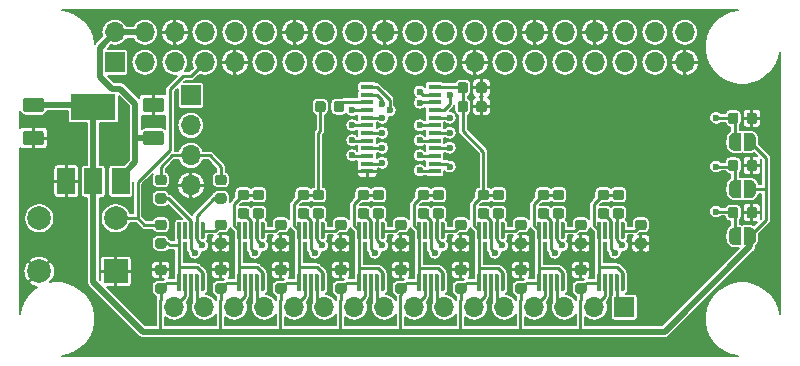
<source format=gtl>
G04 #@! TF.GenerationSoftware,KiCad,Pcbnew,(5.1.4)-1*
G04 #@! TF.CreationDate,2019-09-29T17:38:08-04:00*
G04 #@! TF.ProjectId,haptic-uhat,68617074-6963-42d7-9568-61742e6b6963,rev?*
G04 #@! TF.SameCoordinates,Original*
G04 #@! TF.FileFunction,Copper,L1,Top*
G04 #@! TF.FilePolarity,Positive*
%FSLAX46Y46*%
G04 Gerber Fmt 4.6, Leading zero omitted, Abs format (unit mm)*
G04 Created by KiCad (PCBNEW (5.1.4)-1) date 2019-09-29 17:38:08*
%MOMM*%
%LPD*%
G04 APERTURE LIST*
%ADD10C,0.100000*%
%ADD11C,1.250000*%
%ADD12C,0.875000*%
%ADD13R,1.700000X1.700000*%
%ADD14O,1.700000X1.700000*%
%ADD15R,1.100000X0.400000*%
%ADD16C,0.300000*%
%ADD17C,0.500000*%
%ADD18R,2.000000X2.000000*%
%ADD19C,2.000000*%
%ADD20R,1.500000X2.200000*%
%ADD21R,3.800000X2.200000*%
%ADD22C,0.600000*%
%ADD23C,0.250000*%
%ADD24C,0.500000*%
%ADD25C,0.160000*%
G04 APERTURE END LIST*
D10*
G36*
X14619504Y-32266204D02*
G01*
X14643773Y-32269804D01*
X14667571Y-32275765D01*
X14690671Y-32284030D01*
X14712849Y-32294520D01*
X14733893Y-32307133D01*
X14753598Y-32321747D01*
X14771777Y-32338223D01*
X14788253Y-32356402D01*
X14802867Y-32376107D01*
X14815480Y-32397151D01*
X14825970Y-32419329D01*
X14834235Y-32442429D01*
X14840196Y-32466227D01*
X14843796Y-32490496D01*
X14845000Y-32515000D01*
X14845000Y-33265000D01*
X14843796Y-33289504D01*
X14840196Y-33313773D01*
X14834235Y-33337571D01*
X14825970Y-33360671D01*
X14815480Y-33382849D01*
X14802867Y-33403893D01*
X14788253Y-33423598D01*
X14771777Y-33441777D01*
X14753598Y-33458253D01*
X14733893Y-33472867D01*
X14712849Y-33485480D01*
X14690671Y-33495970D01*
X14667571Y-33504235D01*
X14643773Y-33510196D01*
X14619504Y-33513796D01*
X14595000Y-33515000D01*
X13345000Y-33515000D01*
X13320496Y-33513796D01*
X13296227Y-33510196D01*
X13272429Y-33504235D01*
X13249329Y-33495970D01*
X13227151Y-33485480D01*
X13206107Y-33472867D01*
X13186402Y-33458253D01*
X13168223Y-33441777D01*
X13151747Y-33423598D01*
X13137133Y-33403893D01*
X13124520Y-33382849D01*
X13114030Y-33360671D01*
X13105765Y-33337571D01*
X13099804Y-33313773D01*
X13096204Y-33289504D01*
X13095000Y-33265000D01*
X13095000Y-32515000D01*
X13096204Y-32490496D01*
X13099804Y-32466227D01*
X13105765Y-32442429D01*
X13114030Y-32419329D01*
X13124520Y-32397151D01*
X13137133Y-32376107D01*
X13151747Y-32356402D01*
X13168223Y-32338223D01*
X13186402Y-32321747D01*
X13206107Y-32307133D01*
X13227151Y-32294520D01*
X13249329Y-32284030D01*
X13272429Y-32275765D01*
X13296227Y-32269804D01*
X13320496Y-32266204D01*
X13345000Y-32265000D01*
X14595000Y-32265000D01*
X14619504Y-32266204D01*
X14619504Y-32266204D01*
G37*
D11*
X13970000Y-32890000D03*
D10*
G36*
X14619504Y-35066204D02*
G01*
X14643773Y-35069804D01*
X14667571Y-35075765D01*
X14690671Y-35084030D01*
X14712849Y-35094520D01*
X14733893Y-35107133D01*
X14753598Y-35121747D01*
X14771777Y-35138223D01*
X14788253Y-35156402D01*
X14802867Y-35176107D01*
X14815480Y-35197151D01*
X14825970Y-35219329D01*
X14834235Y-35242429D01*
X14840196Y-35266227D01*
X14843796Y-35290496D01*
X14845000Y-35315000D01*
X14845000Y-36065000D01*
X14843796Y-36089504D01*
X14840196Y-36113773D01*
X14834235Y-36137571D01*
X14825970Y-36160671D01*
X14815480Y-36182849D01*
X14802867Y-36203893D01*
X14788253Y-36223598D01*
X14771777Y-36241777D01*
X14753598Y-36258253D01*
X14733893Y-36272867D01*
X14712849Y-36285480D01*
X14690671Y-36295970D01*
X14667571Y-36304235D01*
X14643773Y-36310196D01*
X14619504Y-36313796D01*
X14595000Y-36315000D01*
X13345000Y-36315000D01*
X13320496Y-36313796D01*
X13296227Y-36310196D01*
X13272429Y-36304235D01*
X13249329Y-36295970D01*
X13227151Y-36285480D01*
X13206107Y-36272867D01*
X13186402Y-36258253D01*
X13168223Y-36241777D01*
X13151747Y-36223598D01*
X13137133Y-36203893D01*
X13124520Y-36182849D01*
X13114030Y-36160671D01*
X13105765Y-36137571D01*
X13099804Y-36113773D01*
X13096204Y-36089504D01*
X13095000Y-36065000D01*
X13095000Y-35315000D01*
X13096204Y-35290496D01*
X13099804Y-35266227D01*
X13105765Y-35242429D01*
X13114030Y-35219329D01*
X13124520Y-35197151D01*
X13137133Y-35176107D01*
X13151747Y-35156402D01*
X13168223Y-35138223D01*
X13186402Y-35121747D01*
X13206107Y-35107133D01*
X13227151Y-35094520D01*
X13249329Y-35084030D01*
X13272429Y-35075765D01*
X13296227Y-35069804D01*
X13320496Y-35066204D01*
X13345000Y-35065000D01*
X14595000Y-35065000D01*
X14619504Y-35066204D01*
X14619504Y-35066204D01*
G37*
D11*
X13970000Y-35690000D03*
D10*
G36*
X30122691Y-44166053D02*
G01*
X30143926Y-44169203D01*
X30164750Y-44174419D01*
X30184962Y-44181651D01*
X30204368Y-44190830D01*
X30222781Y-44201866D01*
X30240024Y-44214654D01*
X30255930Y-44229070D01*
X30270346Y-44244976D01*
X30283134Y-44262219D01*
X30294170Y-44280632D01*
X30303349Y-44300038D01*
X30310581Y-44320250D01*
X30315797Y-44341074D01*
X30318947Y-44362309D01*
X30320000Y-44383750D01*
X30320000Y-44821250D01*
X30318947Y-44842691D01*
X30315797Y-44863926D01*
X30310581Y-44884750D01*
X30303349Y-44904962D01*
X30294170Y-44924368D01*
X30283134Y-44942781D01*
X30270346Y-44960024D01*
X30255930Y-44975930D01*
X30240024Y-44990346D01*
X30222781Y-45003134D01*
X30204368Y-45014170D01*
X30184962Y-45023349D01*
X30164750Y-45030581D01*
X30143926Y-45035797D01*
X30122691Y-45038947D01*
X30101250Y-45040000D01*
X29588750Y-45040000D01*
X29567309Y-45038947D01*
X29546074Y-45035797D01*
X29525250Y-45030581D01*
X29505038Y-45023349D01*
X29485632Y-45014170D01*
X29467219Y-45003134D01*
X29449976Y-44990346D01*
X29434070Y-44975930D01*
X29419654Y-44960024D01*
X29406866Y-44942781D01*
X29395830Y-44924368D01*
X29386651Y-44904962D01*
X29379419Y-44884750D01*
X29374203Y-44863926D01*
X29371053Y-44842691D01*
X29370000Y-44821250D01*
X29370000Y-44383750D01*
X29371053Y-44362309D01*
X29374203Y-44341074D01*
X29379419Y-44320250D01*
X29386651Y-44300038D01*
X29395830Y-44280632D01*
X29406866Y-44262219D01*
X29419654Y-44244976D01*
X29434070Y-44229070D01*
X29449976Y-44214654D01*
X29467219Y-44201866D01*
X29485632Y-44190830D01*
X29505038Y-44181651D01*
X29525250Y-44174419D01*
X29546074Y-44169203D01*
X29567309Y-44166053D01*
X29588750Y-44165000D01*
X30101250Y-44165000D01*
X30122691Y-44166053D01*
X30122691Y-44166053D01*
G37*
D12*
X29845000Y-44602500D03*
D10*
G36*
X30122691Y-42591053D02*
G01*
X30143926Y-42594203D01*
X30164750Y-42599419D01*
X30184962Y-42606651D01*
X30204368Y-42615830D01*
X30222781Y-42626866D01*
X30240024Y-42639654D01*
X30255930Y-42654070D01*
X30270346Y-42669976D01*
X30283134Y-42687219D01*
X30294170Y-42705632D01*
X30303349Y-42725038D01*
X30310581Y-42745250D01*
X30315797Y-42766074D01*
X30318947Y-42787309D01*
X30320000Y-42808750D01*
X30320000Y-43246250D01*
X30318947Y-43267691D01*
X30315797Y-43288926D01*
X30310581Y-43309750D01*
X30303349Y-43329962D01*
X30294170Y-43349368D01*
X30283134Y-43367781D01*
X30270346Y-43385024D01*
X30255930Y-43400930D01*
X30240024Y-43415346D01*
X30222781Y-43428134D01*
X30204368Y-43439170D01*
X30184962Y-43448349D01*
X30164750Y-43455581D01*
X30143926Y-43460797D01*
X30122691Y-43463947D01*
X30101250Y-43465000D01*
X29588750Y-43465000D01*
X29567309Y-43463947D01*
X29546074Y-43460797D01*
X29525250Y-43455581D01*
X29505038Y-43448349D01*
X29485632Y-43439170D01*
X29467219Y-43428134D01*
X29449976Y-43415346D01*
X29434070Y-43400930D01*
X29419654Y-43385024D01*
X29406866Y-43367781D01*
X29395830Y-43349368D01*
X29386651Y-43329962D01*
X29379419Y-43309750D01*
X29374203Y-43288926D01*
X29371053Y-43267691D01*
X29370000Y-43246250D01*
X29370000Y-42808750D01*
X29371053Y-42787309D01*
X29374203Y-42766074D01*
X29379419Y-42745250D01*
X29386651Y-42725038D01*
X29395830Y-42705632D01*
X29406866Y-42687219D01*
X29419654Y-42669976D01*
X29434070Y-42654070D01*
X29449976Y-42639654D01*
X29467219Y-42626866D01*
X29485632Y-42615830D01*
X29505038Y-42606651D01*
X29525250Y-42599419D01*
X29546074Y-42594203D01*
X29567309Y-42591053D01*
X29588750Y-42590000D01*
X30101250Y-42590000D01*
X30122691Y-42591053D01*
X30122691Y-42591053D01*
G37*
D12*
X29845000Y-43027500D03*
D13*
X20870000Y-29270000D03*
D14*
X20870000Y-26730000D03*
X23410000Y-29270000D03*
X23410000Y-26730000D03*
X25950000Y-29270000D03*
X25950000Y-26730000D03*
X28490000Y-29270000D03*
X28490000Y-26730000D03*
X31030000Y-29270000D03*
X31030000Y-26730000D03*
X33570000Y-29270000D03*
X33570000Y-26730000D03*
X36110000Y-29270000D03*
X36110000Y-26730000D03*
X38650000Y-29270000D03*
X38650000Y-26730000D03*
X41190000Y-29270000D03*
X41190000Y-26730000D03*
X43730000Y-29270000D03*
X43730000Y-26730000D03*
X46270000Y-29270000D03*
X46270000Y-26730000D03*
X48810000Y-29270000D03*
X48810000Y-26730000D03*
X51350000Y-29270000D03*
X51350000Y-26730000D03*
X53890000Y-29270000D03*
X53890000Y-26730000D03*
X56430000Y-29270000D03*
X56430000Y-26730000D03*
X58970000Y-29270000D03*
X58970000Y-26730000D03*
X61510000Y-29270000D03*
X61510000Y-26730000D03*
X64050000Y-29270000D03*
X64050000Y-26730000D03*
X66590000Y-29270000D03*
X66590000Y-26730000D03*
X69130000Y-29270000D03*
X69130000Y-26730000D03*
D15*
X42235000Y-31350000D03*
X42235000Y-32000000D03*
X42235000Y-32650000D03*
X42235000Y-33300000D03*
X42235000Y-33950000D03*
X42235000Y-34600000D03*
X42235000Y-35250000D03*
X42235000Y-35900000D03*
X42235000Y-36550000D03*
X42235000Y-37200000D03*
X42235000Y-37850000D03*
X42235000Y-38500000D03*
X47935000Y-38500000D03*
X47935000Y-37850000D03*
X47935000Y-37200000D03*
X47935000Y-36550000D03*
X47935000Y-35900000D03*
X47935000Y-35250000D03*
X47935000Y-34600000D03*
X47935000Y-33950000D03*
X47935000Y-33300000D03*
X47935000Y-32650000D03*
X47935000Y-32000000D03*
X47935000Y-31350000D03*
D10*
G36*
X52145191Y-32546053D02*
G01*
X52166426Y-32549203D01*
X52187250Y-32554419D01*
X52207462Y-32561651D01*
X52226868Y-32570830D01*
X52245281Y-32581866D01*
X52262524Y-32594654D01*
X52278430Y-32609070D01*
X52292846Y-32624976D01*
X52305634Y-32642219D01*
X52316670Y-32660632D01*
X52325849Y-32680038D01*
X52333081Y-32700250D01*
X52338297Y-32721074D01*
X52341447Y-32742309D01*
X52342500Y-32763750D01*
X52342500Y-33276250D01*
X52341447Y-33297691D01*
X52338297Y-33318926D01*
X52333081Y-33339750D01*
X52325849Y-33359962D01*
X52316670Y-33379368D01*
X52305634Y-33397781D01*
X52292846Y-33415024D01*
X52278430Y-33430930D01*
X52262524Y-33445346D01*
X52245281Y-33458134D01*
X52226868Y-33469170D01*
X52207462Y-33478349D01*
X52187250Y-33485581D01*
X52166426Y-33490797D01*
X52145191Y-33493947D01*
X52123750Y-33495000D01*
X51686250Y-33495000D01*
X51664809Y-33493947D01*
X51643574Y-33490797D01*
X51622750Y-33485581D01*
X51602538Y-33478349D01*
X51583132Y-33469170D01*
X51564719Y-33458134D01*
X51547476Y-33445346D01*
X51531570Y-33430930D01*
X51517154Y-33415024D01*
X51504366Y-33397781D01*
X51493330Y-33379368D01*
X51484151Y-33359962D01*
X51476919Y-33339750D01*
X51471703Y-33318926D01*
X51468553Y-33297691D01*
X51467500Y-33276250D01*
X51467500Y-32763750D01*
X51468553Y-32742309D01*
X51471703Y-32721074D01*
X51476919Y-32700250D01*
X51484151Y-32680038D01*
X51493330Y-32660632D01*
X51504366Y-32642219D01*
X51517154Y-32624976D01*
X51531570Y-32609070D01*
X51547476Y-32594654D01*
X51564719Y-32581866D01*
X51583132Y-32570830D01*
X51602538Y-32561651D01*
X51622750Y-32554419D01*
X51643574Y-32549203D01*
X51664809Y-32546053D01*
X51686250Y-32545000D01*
X52123750Y-32545000D01*
X52145191Y-32546053D01*
X52145191Y-32546053D01*
G37*
D12*
X51905000Y-33020000D03*
D10*
G36*
X50570191Y-32546053D02*
G01*
X50591426Y-32549203D01*
X50612250Y-32554419D01*
X50632462Y-32561651D01*
X50651868Y-32570830D01*
X50670281Y-32581866D01*
X50687524Y-32594654D01*
X50703430Y-32609070D01*
X50717846Y-32624976D01*
X50730634Y-32642219D01*
X50741670Y-32660632D01*
X50750849Y-32680038D01*
X50758081Y-32700250D01*
X50763297Y-32721074D01*
X50766447Y-32742309D01*
X50767500Y-32763750D01*
X50767500Y-33276250D01*
X50766447Y-33297691D01*
X50763297Y-33318926D01*
X50758081Y-33339750D01*
X50750849Y-33359962D01*
X50741670Y-33379368D01*
X50730634Y-33397781D01*
X50717846Y-33415024D01*
X50703430Y-33430930D01*
X50687524Y-33445346D01*
X50670281Y-33458134D01*
X50651868Y-33469170D01*
X50632462Y-33478349D01*
X50612250Y-33485581D01*
X50591426Y-33490797D01*
X50570191Y-33493947D01*
X50548750Y-33495000D01*
X50111250Y-33495000D01*
X50089809Y-33493947D01*
X50068574Y-33490797D01*
X50047750Y-33485581D01*
X50027538Y-33478349D01*
X50008132Y-33469170D01*
X49989719Y-33458134D01*
X49972476Y-33445346D01*
X49956570Y-33430930D01*
X49942154Y-33415024D01*
X49929366Y-33397781D01*
X49918330Y-33379368D01*
X49909151Y-33359962D01*
X49901919Y-33339750D01*
X49896703Y-33318926D01*
X49893553Y-33297691D01*
X49892500Y-33276250D01*
X49892500Y-32763750D01*
X49893553Y-32742309D01*
X49896703Y-32721074D01*
X49901919Y-32700250D01*
X49909151Y-32680038D01*
X49918330Y-32660632D01*
X49929366Y-32642219D01*
X49942154Y-32624976D01*
X49956570Y-32609070D01*
X49972476Y-32594654D01*
X49989719Y-32581866D01*
X50008132Y-32570830D01*
X50027538Y-32561651D01*
X50047750Y-32554419D01*
X50068574Y-32549203D01*
X50089809Y-32546053D01*
X50111250Y-32545000D01*
X50548750Y-32545000D01*
X50570191Y-32546053D01*
X50570191Y-32546053D01*
G37*
D12*
X50330000Y-33020000D03*
D10*
G36*
X50570191Y-30958553D02*
G01*
X50591426Y-30961703D01*
X50612250Y-30966919D01*
X50632462Y-30974151D01*
X50651868Y-30983330D01*
X50670281Y-30994366D01*
X50687524Y-31007154D01*
X50703430Y-31021570D01*
X50717846Y-31037476D01*
X50730634Y-31054719D01*
X50741670Y-31073132D01*
X50750849Y-31092538D01*
X50758081Y-31112750D01*
X50763297Y-31133574D01*
X50766447Y-31154809D01*
X50767500Y-31176250D01*
X50767500Y-31688750D01*
X50766447Y-31710191D01*
X50763297Y-31731426D01*
X50758081Y-31752250D01*
X50750849Y-31772462D01*
X50741670Y-31791868D01*
X50730634Y-31810281D01*
X50717846Y-31827524D01*
X50703430Y-31843430D01*
X50687524Y-31857846D01*
X50670281Y-31870634D01*
X50651868Y-31881670D01*
X50632462Y-31890849D01*
X50612250Y-31898081D01*
X50591426Y-31903297D01*
X50570191Y-31906447D01*
X50548750Y-31907500D01*
X50111250Y-31907500D01*
X50089809Y-31906447D01*
X50068574Y-31903297D01*
X50047750Y-31898081D01*
X50027538Y-31890849D01*
X50008132Y-31881670D01*
X49989719Y-31870634D01*
X49972476Y-31857846D01*
X49956570Y-31843430D01*
X49942154Y-31827524D01*
X49929366Y-31810281D01*
X49918330Y-31791868D01*
X49909151Y-31772462D01*
X49901919Y-31752250D01*
X49896703Y-31731426D01*
X49893553Y-31710191D01*
X49892500Y-31688750D01*
X49892500Y-31176250D01*
X49893553Y-31154809D01*
X49896703Y-31133574D01*
X49901919Y-31112750D01*
X49909151Y-31092538D01*
X49918330Y-31073132D01*
X49929366Y-31054719D01*
X49942154Y-31037476D01*
X49956570Y-31021570D01*
X49972476Y-31007154D01*
X49989719Y-30994366D01*
X50008132Y-30983330D01*
X50027538Y-30974151D01*
X50047750Y-30966919D01*
X50068574Y-30961703D01*
X50089809Y-30958553D01*
X50111250Y-30957500D01*
X50548750Y-30957500D01*
X50570191Y-30958553D01*
X50570191Y-30958553D01*
G37*
D12*
X50330000Y-31432500D03*
D10*
G36*
X52145191Y-30958553D02*
G01*
X52166426Y-30961703D01*
X52187250Y-30966919D01*
X52207462Y-30974151D01*
X52226868Y-30983330D01*
X52245281Y-30994366D01*
X52262524Y-31007154D01*
X52278430Y-31021570D01*
X52292846Y-31037476D01*
X52305634Y-31054719D01*
X52316670Y-31073132D01*
X52325849Y-31092538D01*
X52333081Y-31112750D01*
X52338297Y-31133574D01*
X52341447Y-31154809D01*
X52342500Y-31176250D01*
X52342500Y-31688750D01*
X52341447Y-31710191D01*
X52338297Y-31731426D01*
X52333081Y-31752250D01*
X52325849Y-31772462D01*
X52316670Y-31791868D01*
X52305634Y-31810281D01*
X52292846Y-31827524D01*
X52278430Y-31843430D01*
X52262524Y-31857846D01*
X52245281Y-31870634D01*
X52226868Y-31881670D01*
X52207462Y-31890849D01*
X52187250Y-31898081D01*
X52166426Y-31903297D01*
X52145191Y-31906447D01*
X52123750Y-31907500D01*
X51686250Y-31907500D01*
X51664809Y-31906447D01*
X51643574Y-31903297D01*
X51622750Y-31898081D01*
X51602538Y-31890849D01*
X51583132Y-31881670D01*
X51564719Y-31870634D01*
X51547476Y-31857846D01*
X51531570Y-31843430D01*
X51517154Y-31827524D01*
X51504366Y-31810281D01*
X51493330Y-31791868D01*
X51484151Y-31772462D01*
X51476919Y-31752250D01*
X51471703Y-31731426D01*
X51468553Y-31710191D01*
X51467500Y-31688750D01*
X51467500Y-31176250D01*
X51468553Y-31154809D01*
X51471703Y-31133574D01*
X51476919Y-31112750D01*
X51484151Y-31092538D01*
X51493330Y-31073132D01*
X51504366Y-31054719D01*
X51517154Y-31037476D01*
X51531570Y-31021570D01*
X51547476Y-31007154D01*
X51564719Y-30994366D01*
X51583132Y-30983330D01*
X51602538Y-30974151D01*
X51622750Y-30966919D01*
X51643574Y-30961703D01*
X51664809Y-30958553D01*
X51686250Y-30957500D01*
X52123750Y-30957500D01*
X52145191Y-30958553D01*
X52145191Y-30958553D01*
G37*
D12*
X51905000Y-31432500D03*
D10*
G36*
X35202691Y-44166053D02*
G01*
X35223926Y-44169203D01*
X35244750Y-44174419D01*
X35264962Y-44181651D01*
X35284368Y-44190830D01*
X35302781Y-44201866D01*
X35320024Y-44214654D01*
X35335930Y-44229070D01*
X35350346Y-44244976D01*
X35363134Y-44262219D01*
X35374170Y-44280632D01*
X35383349Y-44300038D01*
X35390581Y-44320250D01*
X35395797Y-44341074D01*
X35398947Y-44362309D01*
X35400000Y-44383750D01*
X35400000Y-44821250D01*
X35398947Y-44842691D01*
X35395797Y-44863926D01*
X35390581Y-44884750D01*
X35383349Y-44904962D01*
X35374170Y-44924368D01*
X35363134Y-44942781D01*
X35350346Y-44960024D01*
X35335930Y-44975930D01*
X35320024Y-44990346D01*
X35302781Y-45003134D01*
X35284368Y-45014170D01*
X35264962Y-45023349D01*
X35244750Y-45030581D01*
X35223926Y-45035797D01*
X35202691Y-45038947D01*
X35181250Y-45040000D01*
X34668750Y-45040000D01*
X34647309Y-45038947D01*
X34626074Y-45035797D01*
X34605250Y-45030581D01*
X34585038Y-45023349D01*
X34565632Y-45014170D01*
X34547219Y-45003134D01*
X34529976Y-44990346D01*
X34514070Y-44975930D01*
X34499654Y-44960024D01*
X34486866Y-44942781D01*
X34475830Y-44924368D01*
X34466651Y-44904962D01*
X34459419Y-44884750D01*
X34454203Y-44863926D01*
X34451053Y-44842691D01*
X34450000Y-44821250D01*
X34450000Y-44383750D01*
X34451053Y-44362309D01*
X34454203Y-44341074D01*
X34459419Y-44320250D01*
X34466651Y-44300038D01*
X34475830Y-44280632D01*
X34486866Y-44262219D01*
X34499654Y-44244976D01*
X34514070Y-44229070D01*
X34529976Y-44214654D01*
X34547219Y-44201866D01*
X34565632Y-44190830D01*
X34585038Y-44181651D01*
X34605250Y-44174419D01*
X34626074Y-44169203D01*
X34647309Y-44166053D01*
X34668750Y-44165000D01*
X35181250Y-44165000D01*
X35202691Y-44166053D01*
X35202691Y-44166053D01*
G37*
D12*
X34925000Y-44602500D03*
D10*
G36*
X35202691Y-42591053D02*
G01*
X35223926Y-42594203D01*
X35244750Y-42599419D01*
X35264962Y-42606651D01*
X35284368Y-42615830D01*
X35302781Y-42626866D01*
X35320024Y-42639654D01*
X35335930Y-42654070D01*
X35350346Y-42669976D01*
X35363134Y-42687219D01*
X35374170Y-42705632D01*
X35383349Y-42725038D01*
X35390581Y-42745250D01*
X35395797Y-42766074D01*
X35398947Y-42787309D01*
X35400000Y-42808750D01*
X35400000Y-43246250D01*
X35398947Y-43267691D01*
X35395797Y-43288926D01*
X35390581Y-43309750D01*
X35383349Y-43329962D01*
X35374170Y-43349368D01*
X35363134Y-43367781D01*
X35350346Y-43385024D01*
X35335930Y-43400930D01*
X35320024Y-43415346D01*
X35302781Y-43428134D01*
X35284368Y-43439170D01*
X35264962Y-43448349D01*
X35244750Y-43455581D01*
X35223926Y-43460797D01*
X35202691Y-43463947D01*
X35181250Y-43465000D01*
X34668750Y-43465000D01*
X34647309Y-43463947D01*
X34626074Y-43460797D01*
X34605250Y-43455581D01*
X34585038Y-43448349D01*
X34565632Y-43439170D01*
X34547219Y-43428134D01*
X34529976Y-43415346D01*
X34514070Y-43400930D01*
X34499654Y-43385024D01*
X34486866Y-43367781D01*
X34475830Y-43349368D01*
X34466651Y-43329962D01*
X34459419Y-43309750D01*
X34454203Y-43288926D01*
X34451053Y-43267691D01*
X34450000Y-43246250D01*
X34450000Y-42808750D01*
X34451053Y-42787309D01*
X34454203Y-42766074D01*
X34459419Y-42745250D01*
X34466651Y-42725038D01*
X34475830Y-42705632D01*
X34486866Y-42687219D01*
X34499654Y-42669976D01*
X34514070Y-42654070D01*
X34529976Y-42639654D01*
X34547219Y-42626866D01*
X34565632Y-42615830D01*
X34585038Y-42606651D01*
X34605250Y-42599419D01*
X34626074Y-42594203D01*
X34647309Y-42591053D01*
X34668750Y-42590000D01*
X35181250Y-42590000D01*
X35202691Y-42591053D01*
X35202691Y-42591053D01*
G37*
D12*
X34925000Y-43027500D03*
D10*
G36*
X40282691Y-44166053D02*
G01*
X40303926Y-44169203D01*
X40324750Y-44174419D01*
X40344962Y-44181651D01*
X40364368Y-44190830D01*
X40382781Y-44201866D01*
X40400024Y-44214654D01*
X40415930Y-44229070D01*
X40430346Y-44244976D01*
X40443134Y-44262219D01*
X40454170Y-44280632D01*
X40463349Y-44300038D01*
X40470581Y-44320250D01*
X40475797Y-44341074D01*
X40478947Y-44362309D01*
X40480000Y-44383750D01*
X40480000Y-44821250D01*
X40478947Y-44842691D01*
X40475797Y-44863926D01*
X40470581Y-44884750D01*
X40463349Y-44904962D01*
X40454170Y-44924368D01*
X40443134Y-44942781D01*
X40430346Y-44960024D01*
X40415930Y-44975930D01*
X40400024Y-44990346D01*
X40382781Y-45003134D01*
X40364368Y-45014170D01*
X40344962Y-45023349D01*
X40324750Y-45030581D01*
X40303926Y-45035797D01*
X40282691Y-45038947D01*
X40261250Y-45040000D01*
X39748750Y-45040000D01*
X39727309Y-45038947D01*
X39706074Y-45035797D01*
X39685250Y-45030581D01*
X39665038Y-45023349D01*
X39645632Y-45014170D01*
X39627219Y-45003134D01*
X39609976Y-44990346D01*
X39594070Y-44975930D01*
X39579654Y-44960024D01*
X39566866Y-44942781D01*
X39555830Y-44924368D01*
X39546651Y-44904962D01*
X39539419Y-44884750D01*
X39534203Y-44863926D01*
X39531053Y-44842691D01*
X39530000Y-44821250D01*
X39530000Y-44383750D01*
X39531053Y-44362309D01*
X39534203Y-44341074D01*
X39539419Y-44320250D01*
X39546651Y-44300038D01*
X39555830Y-44280632D01*
X39566866Y-44262219D01*
X39579654Y-44244976D01*
X39594070Y-44229070D01*
X39609976Y-44214654D01*
X39627219Y-44201866D01*
X39645632Y-44190830D01*
X39665038Y-44181651D01*
X39685250Y-44174419D01*
X39706074Y-44169203D01*
X39727309Y-44166053D01*
X39748750Y-44165000D01*
X40261250Y-44165000D01*
X40282691Y-44166053D01*
X40282691Y-44166053D01*
G37*
D12*
X40005000Y-44602500D03*
D10*
G36*
X40282691Y-42591053D02*
G01*
X40303926Y-42594203D01*
X40324750Y-42599419D01*
X40344962Y-42606651D01*
X40364368Y-42615830D01*
X40382781Y-42626866D01*
X40400024Y-42639654D01*
X40415930Y-42654070D01*
X40430346Y-42669976D01*
X40443134Y-42687219D01*
X40454170Y-42705632D01*
X40463349Y-42725038D01*
X40470581Y-42745250D01*
X40475797Y-42766074D01*
X40478947Y-42787309D01*
X40480000Y-42808750D01*
X40480000Y-43246250D01*
X40478947Y-43267691D01*
X40475797Y-43288926D01*
X40470581Y-43309750D01*
X40463349Y-43329962D01*
X40454170Y-43349368D01*
X40443134Y-43367781D01*
X40430346Y-43385024D01*
X40415930Y-43400930D01*
X40400024Y-43415346D01*
X40382781Y-43428134D01*
X40364368Y-43439170D01*
X40344962Y-43448349D01*
X40324750Y-43455581D01*
X40303926Y-43460797D01*
X40282691Y-43463947D01*
X40261250Y-43465000D01*
X39748750Y-43465000D01*
X39727309Y-43463947D01*
X39706074Y-43460797D01*
X39685250Y-43455581D01*
X39665038Y-43448349D01*
X39645632Y-43439170D01*
X39627219Y-43428134D01*
X39609976Y-43415346D01*
X39594070Y-43400930D01*
X39579654Y-43385024D01*
X39566866Y-43367781D01*
X39555830Y-43349368D01*
X39546651Y-43329962D01*
X39539419Y-43309750D01*
X39534203Y-43288926D01*
X39531053Y-43267691D01*
X39530000Y-43246250D01*
X39530000Y-42808750D01*
X39531053Y-42787309D01*
X39534203Y-42766074D01*
X39539419Y-42745250D01*
X39546651Y-42725038D01*
X39555830Y-42705632D01*
X39566866Y-42687219D01*
X39579654Y-42669976D01*
X39594070Y-42654070D01*
X39609976Y-42639654D01*
X39627219Y-42626866D01*
X39645632Y-42615830D01*
X39665038Y-42606651D01*
X39685250Y-42599419D01*
X39706074Y-42594203D01*
X39727309Y-42591053D01*
X39748750Y-42590000D01*
X40261250Y-42590000D01*
X40282691Y-42591053D01*
X40282691Y-42591053D01*
G37*
D12*
X40005000Y-43027500D03*
D10*
G36*
X25042691Y-47976053D02*
G01*
X25063926Y-47979203D01*
X25084750Y-47984419D01*
X25104962Y-47991651D01*
X25124368Y-48000830D01*
X25142781Y-48011866D01*
X25160024Y-48024654D01*
X25175930Y-48039070D01*
X25190346Y-48054976D01*
X25203134Y-48072219D01*
X25214170Y-48090632D01*
X25223349Y-48110038D01*
X25230581Y-48130250D01*
X25235797Y-48151074D01*
X25238947Y-48172309D01*
X25240000Y-48193750D01*
X25240000Y-48631250D01*
X25238947Y-48652691D01*
X25235797Y-48673926D01*
X25230581Y-48694750D01*
X25223349Y-48714962D01*
X25214170Y-48734368D01*
X25203134Y-48752781D01*
X25190346Y-48770024D01*
X25175930Y-48785930D01*
X25160024Y-48800346D01*
X25142781Y-48813134D01*
X25124368Y-48824170D01*
X25104962Y-48833349D01*
X25084750Y-48840581D01*
X25063926Y-48845797D01*
X25042691Y-48848947D01*
X25021250Y-48850000D01*
X24508750Y-48850000D01*
X24487309Y-48848947D01*
X24466074Y-48845797D01*
X24445250Y-48840581D01*
X24425038Y-48833349D01*
X24405632Y-48824170D01*
X24387219Y-48813134D01*
X24369976Y-48800346D01*
X24354070Y-48785930D01*
X24339654Y-48770024D01*
X24326866Y-48752781D01*
X24315830Y-48734368D01*
X24306651Y-48714962D01*
X24299419Y-48694750D01*
X24294203Y-48673926D01*
X24291053Y-48652691D01*
X24290000Y-48631250D01*
X24290000Y-48193750D01*
X24291053Y-48172309D01*
X24294203Y-48151074D01*
X24299419Y-48130250D01*
X24306651Y-48110038D01*
X24315830Y-48090632D01*
X24326866Y-48072219D01*
X24339654Y-48054976D01*
X24354070Y-48039070D01*
X24369976Y-48024654D01*
X24387219Y-48011866D01*
X24405632Y-48000830D01*
X24425038Y-47991651D01*
X24445250Y-47984419D01*
X24466074Y-47979203D01*
X24487309Y-47976053D01*
X24508750Y-47975000D01*
X25021250Y-47975000D01*
X25042691Y-47976053D01*
X25042691Y-47976053D01*
G37*
D12*
X24765000Y-48412500D03*
D10*
G36*
X25042691Y-46401053D02*
G01*
X25063926Y-46404203D01*
X25084750Y-46409419D01*
X25104962Y-46416651D01*
X25124368Y-46425830D01*
X25142781Y-46436866D01*
X25160024Y-46449654D01*
X25175930Y-46464070D01*
X25190346Y-46479976D01*
X25203134Y-46497219D01*
X25214170Y-46515632D01*
X25223349Y-46535038D01*
X25230581Y-46555250D01*
X25235797Y-46576074D01*
X25238947Y-46597309D01*
X25240000Y-46618750D01*
X25240000Y-47056250D01*
X25238947Y-47077691D01*
X25235797Y-47098926D01*
X25230581Y-47119750D01*
X25223349Y-47139962D01*
X25214170Y-47159368D01*
X25203134Y-47177781D01*
X25190346Y-47195024D01*
X25175930Y-47210930D01*
X25160024Y-47225346D01*
X25142781Y-47238134D01*
X25124368Y-47249170D01*
X25104962Y-47258349D01*
X25084750Y-47265581D01*
X25063926Y-47270797D01*
X25042691Y-47273947D01*
X25021250Y-47275000D01*
X24508750Y-47275000D01*
X24487309Y-47273947D01*
X24466074Y-47270797D01*
X24445250Y-47265581D01*
X24425038Y-47258349D01*
X24405632Y-47249170D01*
X24387219Y-47238134D01*
X24369976Y-47225346D01*
X24354070Y-47210930D01*
X24339654Y-47195024D01*
X24326866Y-47177781D01*
X24315830Y-47159368D01*
X24306651Y-47139962D01*
X24299419Y-47119750D01*
X24294203Y-47098926D01*
X24291053Y-47077691D01*
X24290000Y-47056250D01*
X24290000Y-46618750D01*
X24291053Y-46597309D01*
X24294203Y-46576074D01*
X24299419Y-46555250D01*
X24306651Y-46535038D01*
X24315830Y-46515632D01*
X24326866Y-46497219D01*
X24339654Y-46479976D01*
X24354070Y-46464070D01*
X24369976Y-46449654D01*
X24387219Y-46436866D01*
X24405632Y-46425830D01*
X24425038Y-46416651D01*
X24445250Y-46409419D01*
X24466074Y-46404203D01*
X24487309Y-46401053D01*
X24508750Y-46400000D01*
X25021250Y-46400000D01*
X25042691Y-46401053D01*
X25042691Y-46401053D01*
G37*
D12*
X24765000Y-46837500D03*
D10*
G36*
X30122691Y-47976053D02*
G01*
X30143926Y-47979203D01*
X30164750Y-47984419D01*
X30184962Y-47991651D01*
X30204368Y-48000830D01*
X30222781Y-48011866D01*
X30240024Y-48024654D01*
X30255930Y-48039070D01*
X30270346Y-48054976D01*
X30283134Y-48072219D01*
X30294170Y-48090632D01*
X30303349Y-48110038D01*
X30310581Y-48130250D01*
X30315797Y-48151074D01*
X30318947Y-48172309D01*
X30320000Y-48193750D01*
X30320000Y-48631250D01*
X30318947Y-48652691D01*
X30315797Y-48673926D01*
X30310581Y-48694750D01*
X30303349Y-48714962D01*
X30294170Y-48734368D01*
X30283134Y-48752781D01*
X30270346Y-48770024D01*
X30255930Y-48785930D01*
X30240024Y-48800346D01*
X30222781Y-48813134D01*
X30204368Y-48824170D01*
X30184962Y-48833349D01*
X30164750Y-48840581D01*
X30143926Y-48845797D01*
X30122691Y-48848947D01*
X30101250Y-48850000D01*
X29588750Y-48850000D01*
X29567309Y-48848947D01*
X29546074Y-48845797D01*
X29525250Y-48840581D01*
X29505038Y-48833349D01*
X29485632Y-48824170D01*
X29467219Y-48813134D01*
X29449976Y-48800346D01*
X29434070Y-48785930D01*
X29419654Y-48770024D01*
X29406866Y-48752781D01*
X29395830Y-48734368D01*
X29386651Y-48714962D01*
X29379419Y-48694750D01*
X29374203Y-48673926D01*
X29371053Y-48652691D01*
X29370000Y-48631250D01*
X29370000Y-48193750D01*
X29371053Y-48172309D01*
X29374203Y-48151074D01*
X29379419Y-48130250D01*
X29386651Y-48110038D01*
X29395830Y-48090632D01*
X29406866Y-48072219D01*
X29419654Y-48054976D01*
X29434070Y-48039070D01*
X29449976Y-48024654D01*
X29467219Y-48011866D01*
X29485632Y-48000830D01*
X29505038Y-47991651D01*
X29525250Y-47984419D01*
X29546074Y-47979203D01*
X29567309Y-47976053D01*
X29588750Y-47975000D01*
X30101250Y-47975000D01*
X30122691Y-47976053D01*
X30122691Y-47976053D01*
G37*
D12*
X29845000Y-48412500D03*
D10*
G36*
X30122691Y-46401053D02*
G01*
X30143926Y-46404203D01*
X30164750Y-46409419D01*
X30184962Y-46416651D01*
X30204368Y-46425830D01*
X30222781Y-46436866D01*
X30240024Y-46449654D01*
X30255930Y-46464070D01*
X30270346Y-46479976D01*
X30283134Y-46497219D01*
X30294170Y-46515632D01*
X30303349Y-46535038D01*
X30310581Y-46555250D01*
X30315797Y-46576074D01*
X30318947Y-46597309D01*
X30320000Y-46618750D01*
X30320000Y-47056250D01*
X30318947Y-47077691D01*
X30315797Y-47098926D01*
X30310581Y-47119750D01*
X30303349Y-47139962D01*
X30294170Y-47159368D01*
X30283134Y-47177781D01*
X30270346Y-47195024D01*
X30255930Y-47210930D01*
X30240024Y-47225346D01*
X30222781Y-47238134D01*
X30204368Y-47249170D01*
X30184962Y-47258349D01*
X30164750Y-47265581D01*
X30143926Y-47270797D01*
X30122691Y-47273947D01*
X30101250Y-47275000D01*
X29588750Y-47275000D01*
X29567309Y-47273947D01*
X29546074Y-47270797D01*
X29525250Y-47265581D01*
X29505038Y-47258349D01*
X29485632Y-47249170D01*
X29467219Y-47238134D01*
X29449976Y-47225346D01*
X29434070Y-47210930D01*
X29419654Y-47195024D01*
X29406866Y-47177781D01*
X29395830Y-47159368D01*
X29386651Y-47139962D01*
X29379419Y-47119750D01*
X29374203Y-47098926D01*
X29371053Y-47077691D01*
X29370000Y-47056250D01*
X29370000Y-46618750D01*
X29371053Y-46597309D01*
X29374203Y-46576074D01*
X29379419Y-46555250D01*
X29386651Y-46535038D01*
X29395830Y-46515632D01*
X29406866Y-46497219D01*
X29419654Y-46479976D01*
X29434070Y-46464070D01*
X29449976Y-46449654D01*
X29467219Y-46436866D01*
X29485632Y-46425830D01*
X29505038Y-46416651D01*
X29525250Y-46409419D01*
X29546074Y-46404203D01*
X29567309Y-46401053D01*
X29588750Y-46400000D01*
X30101250Y-46400000D01*
X30122691Y-46401053D01*
X30122691Y-46401053D01*
G37*
D12*
X29845000Y-46837500D03*
D10*
G36*
X35202691Y-47976053D02*
G01*
X35223926Y-47979203D01*
X35244750Y-47984419D01*
X35264962Y-47991651D01*
X35284368Y-48000830D01*
X35302781Y-48011866D01*
X35320024Y-48024654D01*
X35335930Y-48039070D01*
X35350346Y-48054976D01*
X35363134Y-48072219D01*
X35374170Y-48090632D01*
X35383349Y-48110038D01*
X35390581Y-48130250D01*
X35395797Y-48151074D01*
X35398947Y-48172309D01*
X35400000Y-48193750D01*
X35400000Y-48631250D01*
X35398947Y-48652691D01*
X35395797Y-48673926D01*
X35390581Y-48694750D01*
X35383349Y-48714962D01*
X35374170Y-48734368D01*
X35363134Y-48752781D01*
X35350346Y-48770024D01*
X35335930Y-48785930D01*
X35320024Y-48800346D01*
X35302781Y-48813134D01*
X35284368Y-48824170D01*
X35264962Y-48833349D01*
X35244750Y-48840581D01*
X35223926Y-48845797D01*
X35202691Y-48848947D01*
X35181250Y-48850000D01*
X34668750Y-48850000D01*
X34647309Y-48848947D01*
X34626074Y-48845797D01*
X34605250Y-48840581D01*
X34585038Y-48833349D01*
X34565632Y-48824170D01*
X34547219Y-48813134D01*
X34529976Y-48800346D01*
X34514070Y-48785930D01*
X34499654Y-48770024D01*
X34486866Y-48752781D01*
X34475830Y-48734368D01*
X34466651Y-48714962D01*
X34459419Y-48694750D01*
X34454203Y-48673926D01*
X34451053Y-48652691D01*
X34450000Y-48631250D01*
X34450000Y-48193750D01*
X34451053Y-48172309D01*
X34454203Y-48151074D01*
X34459419Y-48130250D01*
X34466651Y-48110038D01*
X34475830Y-48090632D01*
X34486866Y-48072219D01*
X34499654Y-48054976D01*
X34514070Y-48039070D01*
X34529976Y-48024654D01*
X34547219Y-48011866D01*
X34565632Y-48000830D01*
X34585038Y-47991651D01*
X34605250Y-47984419D01*
X34626074Y-47979203D01*
X34647309Y-47976053D01*
X34668750Y-47975000D01*
X35181250Y-47975000D01*
X35202691Y-47976053D01*
X35202691Y-47976053D01*
G37*
D12*
X34925000Y-48412500D03*
D10*
G36*
X35202691Y-46401053D02*
G01*
X35223926Y-46404203D01*
X35244750Y-46409419D01*
X35264962Y-46416651D01*
X35284368Y-46425830D01*
X35302781Y-46436866D01*
X35320024Y-46449654D01*
X35335930Y-46464070D01*
X35350346Y-46479976D01*
X35363134Y-46497219D01*
X35374170Y-46515632D01*
X35383349Y-46535038D01*
X35390581Y-46555250D01*
X35395797Y-46576074D01*
X35398947Y-46597309D01*
X35400000Y-46618750D01*
X35400000Y-47056250D01*
X35398947Y-47077691D01*
X35395797Y-47098926D01*
X35390581Y-47119750D01*
X35383349Y-47139962D01*
X35374170Y-47159368D01*
X35363134Y-47177781D01*
X35350346Y-47195024D01*
X35335930Y-47210930D01*
X35320024Y-47225346D01*
X35302781Y-47238134D01*
X35284368Y-47249170D01*
X35264962Y-47258349D01*
X35244750Y-47265581D01*
X35223926Y-47270797D01*
X35202691Y-47273947D01*
X35181250Y-47275000D01*
X34668750Y-47275000D01*
X34647309Y-47273947D01*
X34626074Y-47270797D01*
X34605250Y-47265581D01*
X34585038Y-47258349D01*
X34565632Y-47249170D01*
X34547219Y-47238134D01*
X34529976Y-47225346D01*
X34514070Y-47210930D01*
X34499654Y-47195024D01*
X34486866Y-47177781D01*
X34475830Y-47159368D01*
X34466651Y-47139962D01*
X34459419Y-47119750D01*
X34454203Y-47098926D01*
X34451053Y-47077691D01*
X34450000Y-47056250D01*
X34450000Y-46618750D01*
X34451053Y-46597309D01*
X34454203Y-46576074D01*
X34459419Y-46555250D01*
X34466651Y-46535038D01*
X34475830Y-46515632D01*
X34486866Y-46497219D01*
X34499654Y-46479976D01*
X34514070Y-46464070D01*
X34529976Y-46449654D01*
X34547219Y-46436866D01*
X34565632Y-46425830D01*
X34585038Y-46416651D01*
X34605250Y-46409419D01*
X34626074Y-46404203D01*
X34647309Y-46401053D01*
X34668750Y-46400000D01*
X35181250Y-46400000D01*
X35202691Y-46401053D01*
X35202691Y-46401053D01*
G37*
D12*
X34925000Y-46837500D03*
D10*
G36*
X45362691Y-44166053D02*
G01*
X45383926Y-44169203D01*
X45404750Y-44174419D01*
X45424962Y-44181651D01*
X45444368Y-44190830D01*
X45462781Y-44201866D01*
X45480024Y-44214654D01*
X45495930Y-44229070D01*
X45510346Y-44244976D01*
X45523134Y-44262219D01*
X45534170Y-44280632D01*
X45543349Y-44300038D01*
X45550581Y-44320250D01*
X45555797Y-44341074D01*
X45558947Y-44362309D01*
X45560000Y-44383750D01*
X45560000Y-44821250D01*
X45558947Y-44842691D01*
X45555797Y-44863926D01*
X45550581Y-44884750D01*
X45543349Y-44904962D01*
X45534170Y-44924368D01*
X45523134Y-44942781D01*
X45510346Y-44960024D01*
X45495930Y-44975930D01*
X45480024Y-44990346D01*
X45462781Y-45003134D01*
X45444368Y-45014170D01*
X45424962Y-45023349D01*
X45404750Y-45030581D01*
X45383926Y-45035797D01*
X45362691Y-45038947D01*
X45341250Y-45040000D01*
X44828750Y-45040000D01*
X44807309Y-45038947D01*
X44786074Y-45035797D01*
X44765250Y-45030581D01*
X44745038Y-45023349D01*
X44725632Y-45014170D01*
X44707219Y-45003134D01*
X44689976Y-44990346D01*
X44674070Y-44975930D01*
X44659654Y-44960024D01*
X44646866Y-44942781D01*
X44635830Y-44924368D01*
X44626651Y-44904962D01*
X44619419Y-44884750D01*
X44614203Y-44863926D01*
X44611053Y-44842691D01*
X44610000Y-44821250D01*
X44610000Y-44383750D01*
X44611053Y-44362309D01*
X44614203Y-44341074D01*
X44619419Y-44320250D01*
X44626651Y-44300038D01*
X44635830Y-44280632D01*
X44646866Y-44262219D01*
X44659654Y-44244976D01*
X44674070Y-44229070D01*
X44689976Y-44214654D01*
X44707219Y-44201866D01*
X44725632Y-44190830D01*
X44745038Y-44181651D01*
X44765250Y-44174419D01*
X44786074Y-44169203D01*
X44807309Y-44166053D01*
X44828750Y-44165000D01*
X45341250Y-44165000D01*
X45362691Y-44166053D01*
X45362691Y-44166053D01*
G37*
D12*
X45085000Y-44602500D03*
D10*
G36*
X45362691Y-42591053D02*
G01*
X45383926Y-42594203D01*
X45404750Y-42599419D01*
X45424962Y-42606651D01*
X45444368Y-42615830D01*
X45462781Y-42626866D01*
X45480024Y-42639654D01*
X45495930Y-42654070D01*
X45510346Y-42669976D01*
X45523134Y-42687219D01*
X45534170Y-42705632D01*
X45543349Y-42725038D01*
X45550581Y-42745250D01*
X45555797Y-42766074D01*
X45558947Y-42787309D01*
X45560000Y-42808750D01*
X45560000Y-43246250D01*
X45558947Y-43267691D01*
X45555797Y-43288926D01*
X45550581Y-43309750D01*
X45543349Y-43329962D01*
X45534170Y-43349368D01*
X45523134Y-43367781D01*
X45510346Y-43385024D01*
X45495930Y-43400930D01*
X45480024Y-43415346D01*
X45462781Y-43428134D01*
X45444368Y-43439170D01*
X45424962Y-43448349D01*
X45404750Y-43455581D01*
X45383926Y-43460797D01*
X45362691Y-43463947D01*
X45341250Y-43465000D01*
X44828750Y-43465000D01*
X44807309Y-43463947D01*
X44786074Y-43460797D01*
X44765250Y-43455581D01*
X44745038Y-43448349D01*
X44725632Y-43439170D01*
X44707219Y-43428134D01*
X44689976Y-43415346D01*
X44674070Y-43400930D01*
X44659654Y-43385024D01*
X44646866Y-43367781D01*
X44635830Y-43349368D01*
X44626651Y-43329962D01*
X44619419Y-43309750D01*
X44614203Y-43288926D01*
X44611053Y-43267691D01*
X44610000Y-43246250D01*
X44610000Y-42808750D01*
X44611053Y-42787309D01*
X44614203Y-42766074D01*
X44619419Y-42745250D01*
X44626651Y-42725038D01*
X44635830Y-42705632D01*
X44646866Y-42687219D01*
X44659654Y-42669976D01*
X44674070Y-42654070D01*
X44689976Y-42639654D01*
X44707219Y-42626866D01*
X44725632Y-42615830D01*
X44745038Y-42606651D01*
X44765250Y-42599419D01*
X44786074Y-42594203D01*
X44807309Y-42591053D01*
X44828750Y-42590000D01*
X45341250Y-42590000D01*
X45362691Y-42591053D01*
X45362691Y-42591053D01*
G37*
D12*
X45085000Y-43027500D03*
D10*
G36*
X50442691Y-42591053D02*
G01*
X50463926Y-42594203D01*
X50484750Y-42599419D01*
X50504962Y-42606651D01*
X50524368Y-42615830D01*
X50542781Y-42626866D01*
X50560024Y-42639654D01*
X50575930Y-42654070D01*
X50590346Y-42669976D01*
X50603134Y-42687219D01*
X50614170Y-42705632D01*
X50623349Y-42725038D01*
X50630581Y-42745250D01*
X50635797Y-42766074D01*
X50638947Y-42787309D01*
X50640000Y-42808750D01*
X50640000Y-43246250D01*
X50638947Y-43267691D01*
X50635797Y-43288926D01*
X50630581Y-43309750D01*
X50623349Y-43329962D01*
X50614170Y-43349368D01*
X50603134Y-43367781D01*
X50590346Y-43385024D01*
X50575930Y-43400930D01*
X50560024Y-43415346D01*
X50542781Y-43428134D01*
X50524368Y-43439170D01*
X50504962Y-43448349D01*
X50484750Y-43455581D01*
X50463926Y-43460797D01*
X50442691Y-43463947D01*
X50421250Y-43465000D01*
X49908750Y-43465000D01*
X49887309Y-43463947D01*
X49866074Y-43460797D01*
X49845250Y-43455581D01*
X49825038Y-43448349D01*
X49805632Y-43439170D01*
X49787219Y-43428134D01*
X49769976Y-43415346D01*
X49754070Y-43400930D01*
X49739654Y-43385024D01*
X49726866Y-43367781D01*
X49715830Y-43349368D01*
X49706651Y-43329962D01*
X49699419Y-43309750D01*
X49694203Y-43288926D01*
X49691053Y-43267691D01*
X49690000Y-43246250D01*
X49690000Y-42808750D01*
X49691053Y-42787309D01*
X49694203Y-42766074D01*
X49699419Y-42745250D01*
X49706651Y-42725038D01*
X49715830Y-42705632D01*
X49726866Y-42687219D01*
X49739654Y-42669976D01*
X49754070Y-42654070D01*
X49769976Y-42639654D01*
X49787219Y-42626866D01*
X49805632Y-42615830D01*
X49825038Y-42606651D01*
X49845250Y-42599419D01*
X49866074Y-42594203D01*
X49887309Y-42591053D01*
X49908750Y-42590000D01*
X50421250Y-42590000D01*
X50442691Y-42591053D01*
X50442691Y-42591053D01*
G37*
D12*
X50165000Y-43027500D03*
D10*
G36*
X50442691Y-44166053D02*
G01*
X50463926Y-44169203D01*
X50484750Y-44174419D01*
X50504962Y-44181651D01*
X50524368Y-44190830D01*
X50542781Y-44201866D01*
X50560024Y-44214654D01*
X50575930Y-44229070D01*
X50590346Y-44244976D01*
X50603134Y-44262219D01*
X50614170Y-44280632D01*
X50623349Y-44300038D01*
X50630581Y-44320250D01*
X50635797Y-44341074D01*
X50638947Y-44362309D01*
X50640000Y-44383750D01*
X50640000Y-44821250D01*
X50638947Y-44842691D01*
X50635797Y-44863926D01*
X50630581Y-44884750D01*
X50623349Y-44904962D01*
X50614170Y-44924368D01*
X50603134Y-44942781D01*
X50590346Y-44960024D01*
X50575930Y-44975930D01*
X50560024Y-44990346D01*
X50542781Y-45003134D01*
X50524368Y-45014170D01*
X50504962Y-45023349D01*
X50484750Y-45030581D01*
X50463926Y-45035797D01*
X50442691Y-45038947D01*
X50421250Y-45040000D01*
X49908750Y-45040000D01*
X49887309Y-45038947D01*
X49866074Y-45035797D01*
X49845250Y-45030581D01*
X49825038Y-45023349D01*
X49805632Y-45014170D01*
X49787219Y-45003134D01*
X49769976Y-44990346D01*
X49754070Y-44975930D01*
X49739654Y-44960024D01*
X49726866Y-44942781D01*
X49715830Y-44924368D01*
X49706651Y-44904962D01*
X49699419Y-44884750D01*
X49694203Y-44863926D01*
X49691053Y-44842691D01*
X49690000Y-44821250D01*
X49690000Y-44383750D01*
X49691053Y-44362309D01*
X49694203Y-44341074D01*
X49699419Y-44320250D01*
X49706651Y-44300038D01*
X49715830Y-44280632D01*
X49726866Y-44262219D01*
X49739654Y-44244976D01*
X49754070Y-44229070D01*
X49769976Y-44214654D01*
X49787219Y-44201866D01*
X49805632Y-44190830D01*
X49825038Y-44181651D01*
X49845250Y-44174419D01*
X49866074Y-44169203D01*
X49887309Y-44166053D01*
X49908750Y-44165000D01*
X50421250Y-44165000D01*
X50442691Y-44166053D01*
X50442691Y-44166053D01*
G37*
D12*
X50165000Y-44602500D03*
D10*
G36*
X55522691Y-44166053D02*
G01*
X55543926Y-44169203D01*
X55564750Y-44174419D01*
X55584962Y-44181651D01*
X55604368Y-44190830D01*
X55622781Y-44201866D01*
X55640024Y-44214654D01*
X55655930Y-44229070D01*
X55670346Y-44244976D01*
X55683134Y-44262219D01*
X55694170Y-44280632D01*
X55703349Y-44300038D01*
X55710581Y-44320250D01*
X55715797Y-44341074D01*
X55718947Y-44362309D01*
X55720000Y-44383750D01*
X55720000Y-44821250D01*
X55718947Y-44842691D01*
X55715797Y-44863926D01*
X55710581Y-44884750D01*
X55703349Y-44904962D01*
X55694170Y-44924368D01*
X55683134Y-44942781D01*
X55670346Y-44960024D01*
X55655930Y-44975930D01*
X55640024Y-44990346D01*
X55622781Y-45003134D01*
X55604368Y-45014170D01*
X55584962Y-45023349D01*
X55564750Y-45030581D01*
X55543926Y-45035797D01*
X55522691Y-45038947D01*
X55501250Y-45040000D01*
X54988750Y-45040000D01*
X54967309Y-45038947D01*
X54946074Y-45035797D01*
X54925250Y-45030581D01*
X54905038Y-45023349D01*
X54885632Y-45014170D01*
X54867219Y-45003134D01*
X54849976Y-44990346D01*
X54834070Y-44975930D01*
X54819654Y-44960024D01*
X54806866Y-44942781D01*
X54795830Y-44924368D01*
X54786651Y-44904962D01*
X54779419Y-44884750D01*
X54774203Y-44863926D01*
X54771053Y-44842691D01*
X54770000Y-44821250D01*
X54770000Y-44383750D01*
X54771053Y-44362309D01*
X54774203Y-44341074D01*
X54779419Y-44320250D01*
X54786651Y-44300038D01*
X54795830Y-44280632D01*
X54806866Y-44262219D01*
X54819654Y-44244976D01*
X54834070Y-44229070D01*
X54849976Y-44214654D01*
X54867219Y-44201866D01*
X54885632Y-44190830D01*
X54905038Y-44181651D01*
X54925250Y-44174419D01*
X54946074Y-44169203D01*
X54967309Y-44166053D01*
X54988750Y-44165000D01*
X55501250Y-44165000D01*
X55522691Y-44166053D01*
X55522691Y-44166053D01*
G37*
D12*
X55245000Y-44602500D03*
D10*
G36*
X55522691Y-42591053D02*
G01*
X55543926Y-42594203D01*
X55564750Y-42599419D01*
X55584962Y-42606651D01*
X55604368Y-42615830D01*
X55622781Y-42626866D01*
X55640024Y-42639654D01*
X55655930Y-42654070D01*
X55670346Y-42669976D01*
X55683134Y-42687219D01*
X55694170Y-42705632D01*
X55703349Y-42725038D01*
X55710581Y-42745250D01*
X55715797Y-42766074D01*
X55718947Y-42787309D01*
X55720000Y-42808750D01*
X55720000Y-43246250D01*
X55718947Y-43267691D01*
X55715797Y-43288926D01*
X55710581Y-43309750D01*
X55703349Y-43329962D01*
X55694170Y-43349368D01*
X55683134Y-43367781D01*
X55670346Y-43385024D01*
X55655930Y-43400930D01*
X55640024Y-43415346D01*
X55622781Y-43428134D01*
X55604368Y-43439170D01*
X55584962Y-43448349D01*
X55564750Y-43455581D01*
X55543926Y-43460797D01*
X55522691Y-43463947D01*
X55501250Y-43465000D01*
X54988750Y-43465000D01*
X54967309Y-43463947D01*
X54946074Y-43460797D01*
X54925250Y-43455581D01*
X54905038Y-43448349D01*
X54885632Y-43439170D01*
X54867219Y-43428134D01*
X54849976Y-43415346D01*
X54834070Y-43400930D01*
X54819654Y-43385024D01*
X54806866Y-43367781D01*
X54795830Y-43349368D01*
X54786651Y-43329962D01*
X54779419Y-43309750D01*
X54774203Y-43288926D01*
X54771053Y-43267691D01*
X54770000Y-43246250D01*
X54770000Y-42808750D01*
X54771053Y-42787309D01*
X54774203Y-42766074D01*
X54779419Y-42745250D01*
X54786651Y-42725038D01*
X54795830Y-42705632D01*
X54806866Y-42687219D01*
X54819654Y-42669976D01*
X54834070Y-42654070D01*
X54849976Y-42639654D01*
X54867219Y-42626866D01*
X54885632Y-42615830D01*
X54905038Y-42606651D01*
X54925250Y-42599419D01*
X54946074Y-42594203D01*
X54967309Y-42591053D01*
X54988750Y-42590000D01*
X55501250Y-42590000D01*
X55522691Y-42591053D01*
X55522691Y-42591053D01*
G37*
D12*
X55245000Y-43027500D03*
D10*
G36*
X40282691Y-46401053D02*
G01*
X40303926Y-46404203D01*
X40324750Y-46409419D01*
X40344962Y-46416651D01*
X40364368Y-46425830D01*
X40382781Y-46436866D01*
X40400024Y-46449654D01*
X40415930Y-46464070D01*
X40430346Y-46479976D01*
X40443134Y-46497219D01*
X40454170Y-46515632D01*
X40463349Y-46535038D01*
X40470581Y-46555250D01*
X40475797Y-46576074D01*
X40478947Y-46597309D01*
X40480000Y-46618750D01*
X40480000Y-47056250D01*
X40478947Y-47077691D01*
X40475797Y-47098926D01*
X40470581Y-47119750D01*
X40463349Y-47139962D01*
X40454170Y-47159368D01*
X40443134Y-47177781D01*
X40430346Y-47195024D01*
X40415930Y-47210930D01*
X40400024Y-47225346D01*
X40382781Y-47238134D01*
X40364368Y-47249170D01*
X40344962Y-47258349D01*
X40324750Y-47265581D01*
X40303926Y-47270797D01*
X40282691Y-47273947D01*
X40261250Y-47275000D01*
X39748750Y-47275000D01*
X39727309Y-47273947D01*
X39706074Y-47270797D01*
X39685250Y-47265581D01*
X39665038Y-47258349D01*
X39645632Y-47249170D01*
X39627219Y-47238134D01*
X39609976Y-47225346D01*
X39594070Y-47210930D01*
X39579654Y-47195024D01*
X39566866Y-47177781D01*
X39555830Y-47159368D01*
X39546651Y-47139962D01*
X39539419Y-47119750D01*
X39534203Y-47098926D01*
X39531053Y-47077691D01*
X39530000Y-47056250D01*
X39530000Y-46618750D01*
X39531053Y-46597309D01*
X39534203Y-46576074D01*
X39539419Y-46555250D01*
X39546651Y-46535038D01*
X39555830Y-46515632D01*
X39566866Y-46497219D01*
X39579654Y-46479976D01*
X39594070Y-46464070D01*
X39609976Y-46449654D01*
X39627219Y-46436866D01*
X39645632Y-46425830D01*
X39665038Y-46416651D01*
X39685250Y-46409419D01*
X39706074Y-46404203D01*
X39727309Y-46401053D01*
X39748750Y-46400000D01*
X40261250Y-46400000D01*
X40282691Y-46401053D01*
X40282691Y-46401053D01*
G37*
D12*
X40005000Y-46837500D03*
D10*
G36*
X40282691Y-47976053D02*
G01*
X40303926Y-47979203D01*
X40324750Y-47984419D01*
X40344962Y-47991651D01*
X40364368Y-48000830D01*
X40382781Y-48011866D01*
X40400024Y-48024654D01*
X40415930Y-48039070D01*
X40430346Y-48054976D01*
X40443134Y-48072219D01*
X40454170Y-48090632D01*
X40463349Y-48110038D01*
X40470581Y-48130250D01*
X40475797Y-48151074D01*
X40478947Y-48172309D01*
X40480000Y-48193750D01*
X40480000Y-48631250D01*
X40478947Y-48652691D01*
X40475797Y-48673926D01*
X40470581Y-48694750D01*
X40463349Y-48714962D01*
X40454170Y-48734368D01*
X40443134Y-48752781D01*
X40430346Y-48770024D01*
X40415930Y-48785930D01*
X40400024Y-48800346D01*
X40382781Y-48813134D01*
X40364368Y-48824170D01*
X40344962Y-48833349D01*
X40324750Y-48840581D01*
X40303926Y-48845797D01*
X40282691Y-48848947D01*
X40261250Y-48850000D01*
X39748750Y-48850000D01*
X39727309Y-48848947D01*
X39706074Y-48845797D01*
X39685250Y-48840581D01*
X39665038Y-48833349D01*
X39645632Y-48824170D01*
X39627219Y-48813134D01*
X39609976Y-48800346D01*
X39594070Y-48785930D01*
X39579654Y-48770024D01*
X39566866Y-48752781D01*
X39555830Y-48734368D01*
X39546651Y-48714962D01*
X39539419Y-48694750D01*
X39534203Y-48673926D01*
X39531053Y-48652691D01*
X39530000Y-48631250D01*
X39530000Y-48193750D01*
X39531053Y-48172309D01*
X39534203Y-48151074D01*
X39539419Y-48130250D01*
X39546651Y-48110038D01*
X39555830Y-48090632D01*
X39566866Y-48072219D01*
X39579654Y-48054976D01*
X39594070Y-48039070D01*
X39609976Y-48024654D01*
X39627219Y-48011866D01*
X39645632Y-48000830D01*
X39665038Y-47991651D01*
X39685250Y-47984419D01*
X39706074Y-47979203D01*
X39727309Y-47976053D01*
X39748750Y-47975000D01*
X40261250Y-47975000D01*
X40282691Y-47976053D01*
X40282691Y-47976053D01*
G37*
D12*
X40005000Y-48412500D03*
D10*
G36*
X45362691Y-46401053D02*
G01*
X45383926Y-46404203D01*
X45404750Y-46409419D01*
X45424962Y-46416651D01*
X45444368Y-46425830D01*
X45462781Y-46436866D01*
X45480024Y-46449654D01*
X45495930Y-46464070D01*
X45510346Y-46479976D01*
X45523134Y-46497219D01*
X45534170Y-46515632D01*
X45543349Y-46535038D01*
X45550581Y-46555250D01*
X45555797Y-46576074D01*
X45558947Y-46597309D01*
X45560000Y-46618750D01*
X45560000Y-47056250D01*
X45558947Y-47077691D01*
X45555797Y-47098926D01*
X45550581Y-47119750D01*
X45543349Y-47139962D01*
X45534170Y-47159368D01*
X45523134Y-47177781D01*
X45510346Y-47195024D01*
X45495930Y-47210930D01*
X45480024Y-47225346D01*
X45462781Y-47238134D01*
X45444368Y-47249170D01*
X45424962Y-47258349D01*
X45404750Y-47265581D01*
X45383926Y-47270797D01*
X45362691Y-47273947D01*
X45341250Y-47275000D01*
X44828750Y-47275000D01*
X44807309Y-47273947D01*
X44786074Y-47270797D01*
X44765250Y-47265581D01*
X44745038Y-47258349D01*
X44725632Y-47249170D01*
X44707219Y-47238134D01*
X44689976Y-47225346D01*
X44674070Y-47210930D01*
X44659654Y-47195024D01*
X44646866Y-47177781D01*
X44635830Y-47159368D01*
X44626651Y-47139962D01*
X44619419Y-47119750D01*
X44614203Y-47098926D01*
X44611053Y-47077691D01*
X44610000Y-47056250D01*
X44610000Y-46618750D01*
X44611053Y-46597309D01*
X44614203Y-46576074D01*
X44619419Y-46555250D01*
X44626651Y-46535038D01*
X44635830Y-46515632D01*
X44646866Y-46497219D01*
X44659654Y-46479976D01*
X44674070Y-46464070D01*
X44689976Y-46449654D01*
X44707219Y-46436866D01*
X44725632Y-46425830D01*
X44745038Y-46416651D01*
X44765250Y-46409419D01*
X44786074Y-46404203D01*
X44807309Y-46401053D01*
X44828750Y-46400000D01*
X45341250Y-46400000D01*
X45362691Y-46401053D01*
X45362691Y-46401053D01*
G37*
D12*
X45085000Y-46837500D03*
D10*
G36*
X45362691Y-47976053D02*
G01*
X45383926Y-47979203D01*
X45404750Y-47984419D01*
X45424962Y-47991651D01*
X45444368Y-48000830D01*
X45462781Y-48011866D01*
X45480024Y-48024654D01*
X45495930Y-48039070D01*
X45510346Y-48054976D01*
X45523134Y-48072219D01*
X45534170Y-48090632D01*
X45543349Y-48110038D01*
X45550581Y-48130250D01*
X45555797Y-48151074D01*
X45558947Y-48172309D01*
X45560000Y-48193750D01*
X45560000Y-48631250D01*
X45558947Y-48652691D01*
X45555797Y-48673926D01*
X45550581Y-48694750D01*
X45543349Y-48714962D01*
X45534170Y-48734368D01*
X45523134Y-48752781D01*
X45510346Y-48770024D01*
X45495930Y-48785930D01*
X45480024Y-48800346D01*
X45462781Y-48813134D01*
X45444368Y-48824170D01*
X45424962Y-48833349D01*
X45404750Y-48840581D01*
X45383926Y-48845797D01*
X45362691Y-48848947D01*
X45341250Y-48850000D01*
X44828750Y-48850000D01*
X44807309Y-48848947D01*
X44786074Y-48845797D01*
X44765250Y-48840581D01*
X44745038Y-48833349D01*
X44725632Y-48824170D01*
X44707219Y-48813134D01*
X44689976Y-48800346D01*
X44674070Y-48785930D01*
X44659654Y-48770024D01*
X44646866Y-48752781D01*
X44635830Y-48734368D01*
X44626651Y-48714962D01*
X44619419Y-48694750D01*
X44614203Y-48673926D01*
X44611053Y-48652691D01*
X44610000Y-48631250D01*
X44610000Y-48193750D01*
X44611053Y-48172309D01*
X44614203Y-48151074D01*
X44619419Y-48130250D01*
X44626651Y-48110038D01*
X44635830Y-48090632D01*
X44646866Y-48072219D01*
X44659654Y-48054976D01*
X44674070Y-48039070D01*
X44689976Y-48024654D01*
X44707219Y-48011866D01*
X44725632Y-48000830D01*
X44745038Y-47991651D01*
X44765250Y-47984419D01*
X44786074Y-47979203D01*
X44807309Y-47976053D01*
X44828750Y-47975000D01*
X45341250Y-47975000D01*
X45362691Y-47976053D01*
X45362691Y-47976053D01*
G37*
D12*
X45085000Y-48412500D03*
D10*
G36*
X50442691Y-47976053D02*
G01*
X50463926Y-47979203D01*
X50484750Y-47984419D01*
X50504962Y-47991651D01*
X50524368Y-48000830D01*
X50542781Y-48011866D01*
X50560024Y-48024654D01*
X50575930Y-48039070D01*
X50590346Y-48054976D01*
X50603134Y-48072219D01*
X50614170Y-48090632D01*
X50623349Y-48110038D01*
X50630581Y-48130250D01*
X50635797Y-48151074D01*
X50638947Y-48172309D01*
X50640000Y-48193750D01*
X50640000Y-48631250D01*
X50638947Y-48652691D01*
X50635797Y-48673926D01*
X50630581Y-48694750D01*
X50623349Y-48714962D01*
X50614170Y-48734368D01*
X50603134Y-48752781D01*
X50590346Y-48770024D01*
X50575930Y-48785930D01*
X50560024Y-48800346D01*
X50542781Y-48813134D01*
X50524368Y-48824170D01*
X50504962Y-48833349D01*
X50484750Y-48840581D01*
X50463926Y-48845797D01*
X50442691Y-48848947D01*
X50421250Y-48850000D01*
X49908750Y-48850000D01*
X49887309Y-48848947D01*
X49866074Y-48845797D01*
X49845250Y-48840581D01*
X49825038Y-48833349D01*
X49805632Y-48824170D01*
X49787219Y-48813134D01*
X49769976Y-48800346D01*
X49754070Y-48785930D01*
X49739654Y-48770024D01*
X49726866Y-48752781D01*
X49715830Y-48734368D01*
X49706651Y-48714962D01*
X49699419Y-48694750D01*
X49694203Y-48673926D01*
X49691053Y-48652691D01*
X49690000Y-48631250D01*
X49690000Y-48193750D01*
X49691053Y-48172309D01*
X49694203Y-48151074D01*
X49699419Y-48130250D01*
X49706651Y-48110038D01*
X49715830Y-48090632D01*
X49726866Y-48072219D01*
X49739654Y-48054976D01*
X49754070Y-48039070D01*
X49769976Y-48024654D01*
X49787219Y-48011866D01*
X49805632Y-48000830D01*
X49825038Y-47991651D01*
X49845250Y-47984419D01*
X49866074Y-47979203D01*
X49887309Y-47976053D01*
X49908750Y-47975000D01*
X50421250Y-47975000D01*
X50442691Y-47976053D01*
X50442691Y-47976053D01*
G37*
D12*
X50165000Y-48412500D03*
D10*
G36*
X50442691Y-46401053D02*
G01*
X50463926Y-46404203D01*
X50484750Y-46409419D01*
X50504962Y-46416651D01*
X50524368Y-46425830D01*
X50542781Y-46436866D01*
X50560024Y-46449654D01*
X50575930Y-46464070D01*
X50590346Y-46479976D01*
X50603134Y-46497219D01*
X50614170Y-46515632D01*
X50623349Y-46535038D01*
X50630581Y-46555250D01*
X50635797Y-46576074D01*
X50638947Y-46597309D01*
X50640000Y-46618750D01*
X50640000Y-47056250D01*
X50638947Y-47077691D01*
X50635797Y-47098926D01*
X50630581Y-47119750D01*
X50623349Y-47139962D01*
X50614170Y-47159368D01*
X50603134Y-47177781D01*
X50590346Y-47195024D01*
X50575930Y-47210930D01*
X50560024Y-47225346D01*
X50542781Y-47238134D01*
X50524368Y-47249170D01*
X50504962Y-47258349D01*
X50484750Y-47265581D01*
X50463926Y-47270797D01*
X50442691Y-47273947D01*
X50421250Y-47275000D01*
X49908750Y-47275000D01*
X49887309Y-47273947D01*
X49866074Y-47270797D01*
X49845250Y-47265581D01*
X49825038Y-47258349D01*
X49805632Y-47249170D01*
X49787219Y-47238134D01*
X49769976Y-47225346D01*
X49754070Y-47210930D01*
X49739654Y-47195024D01*
X49726866Y-47177781D01*
X49715830Y-47159368D01*
X49706651Y-47139962D01*
X49699419Y-47119750D01*
X49694203Y-47098926D01*
X49691053Y-47077691D01*
X49690000Y-47056250D01*
X49690000Y-46618750D01*
X49691053Y-46597309D01*
X49694203Y-46576074D01*
X49699419Y-46555250D01*
X49706651Y-46535038D01*
X49715830Y-46515632D01*
X49726866Y-46497219D01*
X49739654Y-46479976D01*
X49754070Y-46464070D01*
X49769976Y-46449654D01*
X49787219Y-46436866D01*
X49805632Y-46425830D01*
X49825038Y-46416651D01*
X49845250Y-46409419D01*
X49866074Y-46404203D01*
X49887309Y-46401053D01*
X49908750Y-46400000D01*
X50421250Y-46400000D01*
X50442691Y-46401053D01*
X50442691Y-46401053D01*
G37*
D12*
X50165000Y-46837500D03*
D10*
G36*
X60602691Y-42591053D02*
G01*
X60623926Y-42594203D01*
X60644750Y-42599419D01*
X60664962Y-42606651D01*
X60684368Y-42615830D01*
X60702781Y-42626866D01*
X60720024Y-42639654D01*
X60735930Y-42654070D01*
X60750346Y-42669976D01*
X60763134Y-42687219D01*
X60774170Y-42705632D01*
X60783349Y-42725038D01*
X60790581Y-42745250D01*
X60795797Y-42766074D01*
X60798947Y-42787309D01*
X60800000Y-42808750D01*
X60800000Y-43246250D01*
X60798947Y-43267691D01*
X60795797Y-43288926D01*
X60790581Y-43309750D01*
X60783349Y-43329962D01*
X60774170Y-43349368D01*
X60763134Y-43367781D01*
X60750346Y-43385024D01*
X60735930Y-43400930D01*
X60720024Y-43415346D01*
X60702781Y-43428134D01*
X60684368Y-43439170D01*
X60664962Y-43448349D01*
X60644750Y-43455581D01*
X60623926Y-43460797D01*
X60602691Y-43463947D01*
X60581250Y-43465000D01*
X60068750Y-43465000D01*
X60047309Y-43463947D01*
X60026074Y-43460797D01*
X60005250Y-43455581D01*
X59985038Y-43448349D01*
X59965632Y-43439170D01*
X59947219Y-43428134D01*
X59929976Y-43415346D01*
X59914070Y-43400930D01*
X59899654Y-43385024D01*
X59886866Y-43367781D01*
X59875830Y-43349368D01*
X59866651Y-43329962D01*
X59859419Y-43309750D01*
X59854203Y-43288926D01*
X59851053Y-43267691D01*
X59850000Y-43246250D01*
X59850000Y-42808750D01*
X59851053Y-42787309D01*
X59854203Y-42766074D01*
X59859419Y-42745250D01*
X59866651Y-42725038D01*
X59875830Y-42705632D01*
X59886866Y-42687219D01*
X59899654Y-42669976D01*
X59914070Y-42654070D01*
X59929976Y-42639654D01*
X59947219Y-42626866D01*
X59965632Y-42615830D01*
X59985038Y-42606651D01*
X60005250Y-42599419D01*
X60026074Y-42594203D01*
X60047309Y-42591053D01*
X60068750Y-42590000D01*
X60581250Y-42590000D01*
X60602691Y-42591053D01*
X60602691Y-42591053D01*
G37*
D12*
X60325000Y-43027500D03*
D10*
G36*
X60602691Y-44166053D02*
G01*
X60623926Y-44169203D01*
X60644750Y-44174419D01*
X60664962Y-44181651D01*
X60684368Y-44190830D01*
X60702781Y-44201866D01*
X60720024Y-44214654D01*
X60735930Y-44229070D01*
X60750346Y-44244976D01*
X60763134Y-44262219D01*
X60774170Y-44280632D01*
X60783349Y-44300038D01*
X60790581Y-44320250D01*
X60795797Y-44341074D01*
X60798947Y-44362309D01*
X60800000Y-44383750D01*
X60800000Y-44821250D01*
X60798947Y-44842691D01*
X60795797Y-44863926D01*
X60790581Y-44884750D01*
X60783349Y-44904962D01*
X60774170Y-44924368D01*
X60763134Y-44942781D01*
X60750346Y-44960024D01*
X60735930Y-44975930D01*
X60720024Y-44990346D01*
X60702781Y-45003134D01*
X60684368Y-45014170D01*
X60664962Y-45023349D01*
X60644750Y-45030581D01*
X60623926Y-45035797D01*
X60602691Y-45038947D01*
X60581250Y-45040000D01*
X60068750Y-45040000D01*
X60047309Y-45038947D01*
X60026074Y-45035797D01*
X60005250Y-45030581D01*
X59985038Y-45023349D01*
X59965632Y-45014170D01*
X59947219Y-45003134D01*
X59929976Y-44990346D01*
X59914070Y-44975930D01*
X59899654Y-44960024D01*
X59886866Y-44942781D01*
X59875830Y-44924368D01*
X59866651Y-44904962D01*
X59859419Y-44884750D01*
X59854203Y-44863926D01*
X59851053Y-44842691D01*
X59850000Y-44821250D01*
X59850000Y-44383750D01*
X59851053Y-44362309D01*
X59854203Y-44341074D01*
X59859419Y-44320250D01*
X59866651Y-44300038D01*
X59875830Y-44280632D01*
X59886866Y-44262219D01*
X59899654Y-44244976D01*
X59914070Y-44229070D01*
X59929976Y-44214654D01*
X59947219Y-44201866D01*
X59965632Y-44190830D01*
X59985038Y-44181651D01*
X60005250Y-44174419D01*
X60026074Y-44169203D01*
X60047309Y-44166053D01*
X60068750Y-44165000D01*
X60581250Y-44165000D01*
X60602691Y-44166053D01*
X60602691Y-44166053D01*
G37*
D12*
X60325000Y-44602500D03*
D10*
G36*
X65682691Y-44166053D02*
G01*
X65703926Y-44169203D01*
X65724750Y-44174419D01*
X65744962Y-44181651D01*
X65764368Y-44190830D01*
X65782781Y-44201866D01*
X65800024Y-44214654D01*
X65815930Y-44229070D01*
X65830346Y-44244976D01*
X65843134Y-44262219D01*
X65854170Y-44280632D01*
X65863349Y-44300038D01*
X65870581Y-44320250D01*
X65875797Y-44341074D01*
X65878947Y-44362309D01*
X65880000Y-44383750D01*
X65880000Y-44821250D01*
X65878947Y-44842691D01*
X65875797Y-44863926D01*
X65870581Y-44884750D01*
X65863349Y-44904962D01*
X65854170Y-44924368D01*
X65843134Y-44942781D01*
X65830346Y-44960024D01*
X65815930Y-44975930D01*
X65800024Y-44990346D01*
X65782781Y-45003134D01*
X65764368Y-45014170D01*
X65744962Y-45023349D01*
X65724750Y-45030581D01*
X65703926Y-45035797D01*
X65682691Y-45038947D01*
X65661250Y-45040000D01*
X65148750Y-45040000D01*
X65127309Y-45038947D01*
X65106074Y-45035797D01*
X65085250Y-45030581D01*
X65065038Y-45023349D01*
X65045632Y-45014170D01*
X65027219Y-45003134D01*
X65009976Y-44990346D01*
X64994070Y-44975930D01*
X64979654Y-44960024D01*
X64966866Y-44942781D01*
X64955830Y-44924368D01*
X64946651Y-44904962D01*
X64939419Y-44884750D01*
X64934203Y-44863926D01*
X64931053Y-44842691D01*
X64930000Y-44821250D01*
X64930000Y-44383750D01*
X64931053Y-44362309D01*
X64934203Y-44341074D01*
X64939419Y-44320250D01*
X64946651Y-44300038D01*
X64955830Y-44280632D01*
X64966866Y-44262219D01*
X64979654Y-44244976D01*
X64994070Y-44229070D01*
X65009976Y-44214654D01*
X65027219Y-44201866D01*
X65045632Y-44190830D01*
X65065038Y-44181651D01*
X65085250Y-44174419D01*
X65106074Y-44169203D01*
X65127309Y-44166053D01*
X65148750Y-44165000D01*
X65661250Y-44165000D01*
X65682691Y-44166053D01*
X65682691Y-44166053D01*
G37*
D12*
X65405000Y-44602500D03*
D10*
G36*
X65682691Y-42591053D02*
G01*
X65703926Y-42594203D01*
X65724750Y-42599419D01*
X65744962Y-42606651D01*
X65764368Y-42615830D01*
X65782781Y-42626866D01*
X65800024Y-42639654D01*
X65815930Y-42654070D01*
X65830346Y-42669976D01*
X65843134Y-42687219D01*
X65854170Y-42705632D01*
X65863349Y-42725038D01*
X65870581Y-42745250D01*
X65875797Y-42766074D01*
X65878947Y-42787309D01*
X65880000Y-42808750D01*
X65880000Y-43246250D01*
X65878947Y-43267691D01*
X65875797Y-43288926D01*
X65870581Y-43309750D01*
X65863349Y-43329962D01*
X65854170Y-43349368D01*
X65843134Y-43367781D01*
X65830346Y-43385024D01*
X65815930Y-43400930D01*
X65800024Y-43415346D01*
X65782781Y-43428134D01*
X65764368Y-43439170D01*
X65744962Y-43448349D01*
X65724750Y-43455581D01*
X65703926Y-43460797D01*
X65682691Y-43463947D01*
X65661250Y-43465000D01*
X65148750Y-43465000D01*
X65127309Y-43463947D01*
X65106074Y-43460797D01*
X65085250Y-43455581D01*
X65065038Y-43448349D01*
X65045632Y-43439170D01*
X65027219Y-43428134D01*
X65009976Y-43415346D01*
X64994070Y-43400930D01*
X64979654Y-43385024D01*
X64966866Y-43367781D01*
X64955830Y-43349368D01*
X64946651Y-43329962D01*
X64939419Y-43309750D01*
X64934203Y-43288926D01*
X64931053Y-43267691D01*
X64930000Y-43246250D01*
X64930000Y-42808750D01*
X64931053Y-42787309D01*
X64934203Y-42766074D01*
X64939419Y-42745250D01*
X64946651Y-42725038D01*
X64955830Y-42705632D01*
X64966866Y-42687219D01*
X64979654Y-42669976D01*
X64994070Y-42654070D01*
X65009976Y-42639654D01*
X65027219Y-42626866D01*
X65045632Y-42615830D01*
X65065038Y-42606651D01*
X65085250Y-42599419D01*
X65106074Y-42594203D01*
X65127309Y-42591053D01*
X65148750Y-42590000D01*
X65661250Y-42590000D01*
X65682691Y-42591053D01*
X65682691Y-42591053D01*
G37*
D12*
X65405000Y-43027500D03*
D10*
G36*
X55522691Y-47976053D02*
G01*
X55543926Y-47979203D01*
X55564750Y-47984419D01*
X55584962Y-47991651D01*
X55604368Y-48000830D01*
X55622781Y-48011866D01*
X55640024Y-48024654D01*
X55655930Y-48039070D01*
X55670346Y-48054976D01*
X55683134Y-48072219D01*
X55694170Y-48090632D01*
X55703349Y-48110038D01*
X55710581Y-48130250D01*
X55715797Y-48151074D01*
X55718947Y-48172309D01*
X55720000Y-48193750D01*
X55720000Y-48631250D01*
X55718947Y-48652691D01*
X55715797Y-48673926D01*
X55710581Y-48694750D01*
X55703349Y-48714962D01*
X55694170Y-48734368D01*
X55683134Y-48752781D01*
X55670346Y-48770024D01*
X55655930Y-48785930D01*
X55640024Y-48800346D01*
X55622781Y-48813134D01*
X55604368Y-48824170D01*
X55584962Y-48833349D01*
X55564750Y-48840581D01*
X55543926Y-48845797D01*
X55522691Y-48848947D01*
X55501250Y-48850000D01*
X54988750Y-48850000D01*
X54967309Y-48848947D01*
X54946074Y-48845797D01*
X54925250Y-48840581D01*
X54905038Y-48833349D01*
X54885632Y-48824170D01*
X54867219Y-48813134D01*
X54849976Y-48800346D01*
X54834070Y-48785930D01*
X54819654Y-48770024D01*
X54806866Y-48752781D01*
X54795830Y-48734368D01*
X54786651Y-48714962D01*
X54779419Y-48694750D01*
X54774203Y-48673926D01*
X54771053Y-48652691D01*
X54770000Y-48631250D01*
X54770000Y-48193750D01*
X54771053Y-48172309D01*
X54774203Y-48151074D01*
X54779419Y-48130250D01*
X54786651Y-48110038D01*
X54795830Y-48090632D01*
X54806866Y-48072219D01*
X54819654Y-48054976D01*
X54834070Y-48039070D01*
X54849976Y-48024654D01*
X54867219Y-48011866D01*
X54885632Y-48000830D01*
X54905038Y-47991651D01*
X54925250Y-47984419D01*
X54946074Y-47979203D01*
X54967309Y-47976053D01*
X54988750Y-47975000D01*
X55501250Y-47975000D01*
X55522691Y-47976053D01*
X55522691Y-47976053D01*
G37*
D12*
X55245000Y-48412500D03*
D10*
G36*
X55522691Y-46401053D02*
G01*
X55543926Y-46404203D01*
X55564750Y-46409419D01*
X55584962Y-46416651D01*
X55604368Y-46425830D01*
X55622781Y-46436866D01*
X55640024Y-46449654D01*
X55655930Y-46464070D01*
X55670346Y-46479976D01*
X55683134Y-46497219D01*
X55694170Y-46515632D01*
X55703349Y-46535038D01*
X55710581Y-46555250D01*
X55715797Y-46576074D01*
X55718947Y-46597309D01*
X55720000Y-46618750D01*
X55720000Y-47056250D01*
X55718947Y-47077691D01*
X55715797Y-47098926D01*
X55710581Y-47119750D01*
X55703349Y-47139962D01*
X55694170Y-47159368D01*
X55683134Y-47177781D01*
X55670346Y-47195024D01*
X55655930Y-47210930D01*
X55640024Y-47225346D01*
X55622781Y-47238134D01*
X55604368Y-47249170D01*
X55584962Y-47258349D01*
X55564750Y-47265581D01*
X55543926Y-47270797D01*
X55522691Y-47273947D01*
X55501250Y-47275000D01*
X54988750Y-47275000D01*
X54967309Y-47273947D01*
X54946074Y-47270797D01*
X54925250Y-47265581D01*
X54905038Y-47258349D01*
X54885632Y-47249170D01*
X54867219Y-47238134D01*
X54849976Y-47225346D01*
X54834070Y-47210930D01*
X54819654Y-47195024D01*
X54806866Y-47177781D01*
X54795830Y-47159368D01*
X54786651Y-47139962D01*
X54779419Y-47119750D01*
X54774203Y-47098926D01*
X54771053Y-47077691D01*
X54770000Y-47056250D01*
X54770000Y-46618750D01*
X54771053Y-46597309D01*
X54774203Y-46576074D01*
X54779419Y-46555250D01*
X54786651Y-46535038D01*
X54795830Y-46515632D01*
X54806866Y-46497219D01*
X54819654Y-46479976D01*
X54834070Y-46464070D01*
X54849976Y-46449654D01*
X54867219Y-46436866D01*
X54885632Y-46425830D01*
X54905038Y-46416651D01*
X54925250Y-46409419D01*
X54946074Y-46404203D01*
X54967309Y-46401053D01*
X54988750Y-46400000D01*
X55501250Y-46400000D01*
X55522691Y-46401053D01*
X55522691Y-46401053D01*
G37*
D12*
X55245000Y-46837500D03*
D10*
G36*
X60602691Y-47976053D02*
G01*
X60623926Y-47979203D01*
X60644750Y-47984419D01*
X60664962Y-47991651D01*
X60684368Y-48000830D01*
X60702781Y-48011866D01*
X60720024Y-48024654D01*
X60735930Y-48039070D01*
X60750346Y-48054976D01*
X60763134Y-48072219D01*
X60774170Y-48090632D01*
X60783349Y-48110038D01*
X60790581Y-48130250D01*
X60795797Y-48151074D01*
X60798947Y-48172309D01*
X60800000Y-48193750D01*
X60800000Y-48631250D01*
X60798947Y-48652691D01*
X60795797Y-48673926D01*
X60790581Y-48694750D01*
X60783349Y-48714962D01*
X60774170Y-48734368D01*
X60763134Y-48752781D01*
X60750346Y-48770024D01*
X60735930Y-48785930D01*
X60720024Y-48800346D01*
X60702781Y-48813134D01*
X60684368Y-48824170D01*
X60664962Y-48833349D01*
X60644750Y-48840581D01*
X60623926Y-48845797D01*
X60602691Y-48848947D01*
X60581250Y-48850000D01*
X60068750Y-48850000D01*
X60047309Y-48848947D01*
X60026074Y-48845797D01*
X60005250Y-48840581D01*
X59985038Y-48833349D01*
X59965632Y-48824170D01*
X59947219Y-48813134D01*
X59929976Y-48800346D01*
X59914070Y-48785930D01*
X59899654Y-48770024D01*
X59886866Y-48752781D01*
X59875830Y-48734368D01*
X59866651Y-48714962D01*
X59859419Y-48694750D01*
X59854203Y-48673926D01*
X59851053Y-48652691D01*
X59850000Y-48631250D01*
X59850000Y-48193750D01*
X59851053Y-48172309D01*
X59854203Y-48151074D01*
X59859419Y-48130250D01*
X59866651Y-48110038D01*
X59875830Y-48090632D01*
X59886866Y-48072219D01*
X59899654Y-48054976D01*
X59914070Y-48039070D01*
X59929976Y-48024654D01*
X59947219Y-48011866D01*
X59965632Y-48000830D01*
X59985038Y-47991651D01*
X60005250Y-47984419D01*
X60026074Y-47979203D01*
X60047309Y-47976053D01*
X60068750Y-47975000D01*
X60581250Y-47975000D01*
X60602691Y-47976053D01*
X60602691Y-47976053D01*
G37*
D12*
X60325000Y-48412500D03*
D10*
G36*
X60602691Y-46401053D02*
G01*
X60623926Y-46404203D01*
X60644750Y-46409419D01*
X60664962Y-46416651D01*
X60684368Y-46425830D01*
X60702781Y-46436866D01*
X60720024Y-46449654D01*
X60735930Y-46464070D01*
X60750346Y-46479976D01*
X60763134Y-46497219D01*
X60774170Y-46515632D01*
X60783349Y-46535038D01*
X60790581Y-46555250D01*
X60795797Y-46576074D01*
X60798947Y-46597309D01*
X60800000Y-46618750D01*
X60800000Y-47056250D01*
X60798947Y-47077691D01*
X60795797Y-47098926D01*
X60790581Y-47119750D01*
X60783349Y-47139962D01*
X60774170Y-47159368D01*
X60763134Y-47177781D01*
X60750346Y-47195024D01*
X60735930Y-47210930D01*
X60720024Y-47225346D01*
X60702781Y-47238134D01*
X60684368Y-47249170D01*
X60664962Y-47258349D01*
X60644750Y-47265581D01*
X60623926Y-47270797D01*
X60602691Y-47273947D01*
X60581250Y-47275000D01*
X60068750Y-47275000D01*
X60047309Y-47273947D01*
X60026074Y-47270797D01*
X60005250Y-47265581D01*
X59985038Y-47258349D01*
X59965632Y-47249170D01*
X59947219Y-47238134D01*
X59929976Y-47225346D01*
X59914070Y-47210930D01*
X59899654Y-47195024D01*
X59886866Y-47177781D01*
X59875830Y-47159368D01*
X59866651Y-47139962D01*
X59859419Y-47119750D01*
X59854203Y-47098926D01*
X59851053Y-47077691D01*
X59850000Y-47056250D01*
X59850000Y-46618750D01*
X59851053Y-46597309D01*
X59854203Y-46576074D01*
X59859419Y-46555250D01*
X59866651Y-46535038D01*
X59875830Y-46515632D01*
X59886866Y-46497219D01*
X59899654Y-46479976D01*
X59914070Y-46464070D01*
X59929976Y-46449654D01*
X59947219Y-46436866D01*
X59965632Y-46425830D01*
X59985038Y-46416651D01*
X60005250Y-46409419D01*
X60026074Y-46404203D01*
X60047309Y-46401053D01*
X60068750Y-46400000D01*
X60581250Y-46400000D01*
X60602691Y-46401053D01*
X60602691Y-46401053D01*
G37*
D12*
X60325000Y-46837500D03*
D13*
X64000000Y-50000000D03*
D14*
X61460000Y-50000000D03*
X58920000Y-50000000D03*
X56380000Y-50000000D03*
X53840000Y-50000000D03*
X51300000Y-50000000D03*
X48760000Y-50000000D03*
X46220000Y-50000000D03*
X43680000Y-50000000D03*
X41140000Y-50000000D03*
X38600000Y-50000000D03*
X36060000Y-50000000D03*
X33520000Y-50000000D03*
X30980000Y-50000000D03*
X28440000Y-50000000D03*
X25900000Y-50000000D03*
D10*
G36*
X73452691Y-41526053D02*
G01*
X73473926Y-41529203D01*
X73494750Y-41534419D01*
X73514962Y-41541651D01*
X73534368Y-41550830D01*
X73552781Y-41561866D01*
X73570024Y-41574654D01*
X73585930Y-41589070D01*
X73600346Y-41604976D01*
X73613134Y-41622219D01*
X73624170Y-41640632D01*
X73633349Y-41660038D01*
X73640581Y-41680250D01*
X73645797Y-41701074D01*
X73648947Y-41722309D01*
X73650000Y-41743750D01*
X73650000Y-42256250D01*
X73648947Y-42277691D01*
X73645797Y-42298926D01*
X73640581Y-42319750D01*
X73633349Y-42339962D01*
X73624170Y-42359368D01*
X73613134Y-42377781D01*
X73600346Y-42395024D01*
X73585930Y-42410930D01*
X73570024Y-42425346D01*
X73552781Y-42438134D01*
X73534368Y-42449170D01*
X73514962Y-42458349D01*
X73494750Y-42465581D01*
X73473926Y-42470797D01*
X73452691Y-42473947D01*
X73431250Y-42475000D01*
X72993750Y-42475000D01*
X72972309Y-42473947D01*
X72951074Y-42470797D01*
X72930250Y-42465581D01*
X72910038Y-42458349D01*
X72890632Y-42449170D01*
X72872219Y-42438134D01*
X72854976Y-42425346D01*
X72839070Y-42410930D01*
X72824654Y-42395024D01*
X72811866Y-42377781D01*
X72800830Y-42359368D01*
X72791651Y-42339962D01*
X72784419Y-42319750D01*
X72779203Y-42298926D01*
X72776053Y-42277691D01*
X72775000Y-42256250D01*
X72775000Y-41743750D01*
X72776053Y-41722309D01*
X72779203Y-41701074D01*
X72784419Y-41680250D01*
X72791651Y-41660038D01*
X72800830Y-41640632D01*
X72811866Y-41622219D01*
X72824654Y-41604976D01*
X72839070Y-41589070D01*
X72854976Y-41574654D01*
X72872219Y-41561866D01*
X72890632Y-41550830D01*
X72910038Y-41541651D01*
X72930250Y-41534419D01*
X72951074Y-41529203D01*
X72972309Y-41526053D01*
X72993750Y-41525000D01*
X73431250Y-41525000D01*
X73452691Y-41526053D01*
X73452691Y-41526053D01*
G37*
D12*
X73212500Y-42000000D03*
D10*
G36*
X75027691Y-41526053D02*
G01*
X75048926Y-41529203D01*
X75069750Y-41534419D01*
X75089962Y-41541651D01*
X75109368Y-41550830D01*
X75127781Y-41561866D01*
X75145024Y-41574654D01*
X75160930Y-41589070D01*
X75175346Y-41604976D01*
X75188134Y-41622219D01*
X75199170Y-41640632D01*
X75208349Y-41660038D01*
X75215581Y-41680250D01*
X75220797Y-41701074D01*
X75223947Y-41722309D01*
X75225000Y-41743750D01*
X75225000Y-42256250D01*
X75223947Y-42277691D01*
X75220797Y-42298926D01*
X75215581Y-42319750D01*
X75208349Y-42339962D01*
X75199170Y-42359368D01*
X75188134Y-42377781D01*
X75175346Y-42395024D01*
X75160930Y-42410930D01*
X75145024Y-42425346D01*
X75127781Y-42438134D01*
X75109368Y-42449170D01*
X75089962Y-42458349D01*
X75069750Y-42465581D01*
X75048926Y-42470797D01*
X75027691Y-42473947D01*
X75006250Y-42475000D01*
X74568750Y-42475000D01*
X74547309Y-42473947D01*
X74526074Y-42470797D01*
X74505250Y-42465581D01*
X74485038Y-42458349D01*
X74465632Y-42449170D01*
X74447219Y-42438134D01*
X74429976Y-42425346D01*
X74414070Y-42410930D01*
X74399654Y-42395024D01*
X74386866Y-42377781D01*
X74375830Y-42359368D01*
X74366651Y-42339962D01*
X74359419Y-42319750D01*
X74354203Y-42298926D01*
X74351053Y-42277691D01*
X74350000Y-42256250D01*
X74350000Y-41743750D01*
X74351053Y-41722309D01*
X74354203Y-41701074D01*
X74359419Y-41680250D01*
X74366651Y-41660038D01*
X74375830Y-41640632D01*
X74386866Y-41622219D01*
X74399654Y-41604976D01*
X74414070Y-41589070D01*
X74429976Y-41574654D01*
X74447219Y-41561866D01*
X74465632Y-41550830D01*
X74485038Y-41541651D01*
X74505250Y-41534419D01*
X74526074Y-41529203D01*
X74547309Y-41526053D01*
X74568750Y-41525000D01*
X75006250Y-41525000D01*
X75027691Y-41526053D01*
X75027691Y-41526053D01*
G37*
D12*
X74787500Y-42000000D03*
D10*
G36*
X75027691Y-37526053D02*
G01*
X75048926Y-37529203D01*
X75069750Y-37534419D01*
X75089962Y-37541651D01*
X75109368Y-37550830D01*
X75127781Y-37561866D01*
X75145024Y-37574654D01*
X75160930Y-37589070D01*
X75175346Y-37604976D01*
X75188134Y-37622219D01*
X75199170Y-37640632D01*
X75208349Y-37660038D01*
X75215581Y-37680250D01*
X75220797Y-37701074D01*
X75223947Y-37722309D01*
X75225000Y-37743750D01*
X75225000Y-38256250D01*
X75223947Y-38277691D01*
X75220797Y-38298926D01*
X75215581Y-38319750D01*
X75208349Y-38339962D01*
X75199170Y-38359368D01*
X75188134Y-38377781D01*
X75175346Y-38395024D01*
X75160930Y-38410930D01*
X75145024Y-38425346D01*
X75127781Y-38438134D01*
X75109368Y-38449170D01*
X75089962Y-38458349D01*
X75069750Y-38465581D01*
X75048926Y-38470797D01*
X75027691Y-38473947D01*
X75006250Y-38475000D01*
X74568750Y-38475000D01*
X74547309Y-38473947D01*
X74526074Y-38470797D01*
X74505250Y-38465581D01*
X74485038Y-38458349D01*
X74465632Y-38449170D01*
X74447219Y-38438134D01*
X74429976Y-38425346D01*
X74414070Y-38410930D01*
X74399654Y-38395024D01*
X74386866Y-38377781D01*
X74375830Y-38359368D01*
X74366651Y-38339962D01*
X74359419Y-38319750D01*
X74354203Y-38298926D01*
X74351053Y-38277691D01*
X74350000Y-38256250D01*
X74350000Y-37743750D01*
X74351053Y-37722309D01*
X74354203Y-37701074D01*
X74359419Y-37680250D01*
X74366651Y-37660038D01*
X74375830Y-37640632D01*
X74386866Y-37622219D01*
X74399654Y-37604976D01*
X74414070Y-37589070D01*
X74429976Y-37574654D01*
X74447219Y-37561866D01*
X74465632Y-37550830D01*
X74485038Y-37541651D01*
X74505250Y-37534419D01*
X74526074Y-37529203D01*
X74547309Y-37526053D01*
X74568750Y-37525000D01*
X75006250Y-37525000D01*
X75027691Y-37526053D01*
X75027691Y-37526053D01*
G37*
D12*
X74787500Y-38000000D03*
D10*
G36*
X73452691Y-37526053D02*
G01*
X73473926Y-37529203D01*
X73494750Y-37534419D01*
X73514962Y-37541651D01*
X73534368Y-37550830D01*
X73552781Y-37561866D01*
X73570024Y-37574654D01*
X73585930Y-37589070D01*
X73600346Y-37604976D01*
X73613134Y-37622219D01*
X73624170Y-37640632D01*
X73633349Y-37660038D01*
X73640581Y-37680250D01*
X73645797Y-37701074D01*
X73648947Y-37722309D01*
X73650000Y-37743750D01*
X73650000Y-38256250D01*
X73648947Y-38277691D01*
X73645797Y-38298926D01*
X73640581Y-38319750D01*
X73633349Y-38339962D01*
X73624170Y-38359368D01*
X73613134Y-38377781D01*
X73600346Y-38395024D01*
X73585930Y-38410930D01*
X73570024Y-38425346D01*
X73552781Y-38438134D01*
X73534368Y-38449170D01*
X73514962Y-38458349D01*
X73494750Y-38465581D01*
X73473926Y-38470797D01*
X73452691Y-38473947D01*
X73431250Y-38475000D01*
X72993750Y-38475000D01*
X72972309Y-38473947D01*
X72951074Y-38470797D01*
X72930250Y-38465581D01*
X72910038Y-38458349D01*
X72890632Y-38449170D01*
X72872219Y-38438134D01*
X72854976Y-38425346D01*
X72839070Y-38410930D01*
X72824654Y-38395024D01*
X72811866Y-38377781D01*
X72800830Y-38359368D01*
X72791651Y-38339962D01*
X72784419Y-38319750D01*
X72779203Y-38298926D01*
X72776053Y-38277691D01*
X72775000Y-38256250D01*
X72775000Y-37743750D01*
X72776053Y-37722309D01*
X72779203Y-37701074D01*
X72784419Y-37680250D01*
X72791651Y-37660038D01*
X72800830Y-37640632D01*
X72811866Y-37622219D01*
X72824654Y-37604976D01*
X72839070Y-37589070D01*
X72854976Y-37574654D01*
X72872219Y-37561866D01*
X72890632Y-37550830D01*
X72910038Y-37541651D01*
X72930250Y-37534419D01*
X72951074Y-37529203D01*
X72972309Y-37526053D01*
X72993750Y-37525000D01*
X73431250Y-37525000D01*
X73452691Y-37526053D01*
X73452691Y-37526053D01*
G37*
D12*
X73212500Y-38000000D03*
D10*
G36*
X73452691Y-33526053D02*
G01*
X73473926Y-33529203D01*
X73494750Y-33534419D01*
X73514962Y-33541651D01*
X73534368Y-33550830D01*
X73552781Y-33561866D01*
X73570024Y-33574654D01*
X73585930Y-33589070D01*
X73600346Y-33604976D01*
X73613134Y-33622219D01*
X73624170Y-33640632D01*
X73633349Y-33660038D01*
X73640581Y-33680250D01*
X73645797Y-33701074D01*
X73648947Y-33722309D01*
X73650000Y-33743750D01*
X73650000Y-34256250D01*
X73648947Y-34277691D01*
X73645797Y-34298926D01*
X73640581Y-34319750D01*
X73633349Y-34339962D01*
X73624170Y-34359368D01*
X73613134Y-34377781D01*
X73600346Y-34395024D01*
X73585930Y-34410930D01*
X73570024Y-34425346D01*
X73552781Y-34438134D01*
X73534368Y-34449170D01*
X73514962Y-34458349D01*
X73494750Y-34465581D01*
X73473926Y-34470797D01*
X73452691Y-34473947D01*
X73431250Y-34475000D01*
X72993750Y-34475000D01*
X72972309Y-34473947D01*
X72951074Y-34470797D01*
X72930250Y-34465581D01*
X72910038Y-34458349D01*
X72890632Y-34449170D01*
X72872219Y-34438134D01*
X72854976Y-34425346D01*
X72839070Y-34410930D01*
X72824654Y-34395024D01*
X72811866Y-34377781D01*
X72800830Y-34359368D01*
X72791651Y-34339962D01*
X72784419Y-34319750D01*
X72779203Y-34298926D01*
X72776053Y-34277691D01*
X72775000Y-34256250D01*
X72775000Y-33743750D01*
X72776053Y-33722309D01*
X72779203Y-33701074D01*
X72784419Y-33680250D01*
X72791651Y-33660038D01*
X72800830Y-33640632D01*
X72811866Y-33622219D01*
X72824654Y-33604976D01*
X72839070Y-33589070D01*
X72854976Y-33574654D01*
X72872219Y-33561866D01*
X72890632Y-33550830D01*
X72910038Y-33541651D01*
X72930250Y-33534419D01*
X72951074Y-33529203D01*
X72972309Y-33526053D01*
X72993750Y-33525000D01*
X73431250Y-33525000D01*
X73452691Y-33526053D01*
X73452691Y-33526053D01*
G37*
D12*
X73212500Y-34000000D03*
D10*
G36*
X75027691Y-33526053D02*
G01*
X75048926Y-33529203D01*
X75069750Y-33534419D01*
X75089962Y-33541651D01*
X75109368Y-33550830D01*
X75127781Y-33561866D01*
X75145024Y-33574654D01*
X75160930Y-33589070D01*
X75175346Y-33604976D01*
X75188134Y-33622219D01*
X75199170Y-33640632D01*
X75208349Y-33660038D01*
X75215581Y-33680250D01*
X75220797Y-33701074D01*
X75223947Y-33722309D01*
X75225000Y-33743750D01*
X75225000Y-34256250D01*
X75223947Y-34277691D01*
X75220797Y-34298926D01*
X75215581Y-34319750D01*
X75208349Y-34339962D01*
X75199170Y-34359368D01*
X75188134Y-34377781D01*
X75175346Y-34395024D01*
X75160930Y-34410930D01*
X75145024Y-34425346D01*
X75127781Y-34438134D01*
X75109368Y-34449170D01*
X75089962Y-34458349D01*
X75069750Y-34465581D01*
X75048926Y-34470797D01*
X75027691Y-34473947D01*
X75006250Y-34475000D01*
X74568750Y-34475000D01*
X74547309Y-34473947D01*
X74526074Y-34470797D01*
X74505250Y-34465581D01*
X74485038Y-34458349D01*
X74465632Y-34449170D01*
X74447219Y-34438134D01*
X74429976Y-34425346D01*
X74414070Y-34410930D01*
X74399654Y-34395024D01*
X74386866Y-34377781D01*
X74375830Y-34359368D01*
X74366651Y-34339962D01*
X74359419Y-34319750D01*
X74354203Y-34298926D01*
X74351053Y-34277691D01*
X74350000Y-34256250D01*
X74350000Y-33743750D01*
X74351053Y-33722309D01*
X74354203Y-33701074D01*
X74359419Y-33680250D01*
X74366651Y-33660038D01*
X74375830Y-33640632D01*
X74386866Y-33622219D01*
X74399654Y-33604976D01*
X74414070Y-33589070D01*
X74429976Y-33574654D01*
X74447219Y-33561866D01*
X74465632Y-33550830D01*
X74485038Y-33541651D01*
X74505250Y-33534419D01*
X74526074Y-33529203D01*
X74547309Y-33526053D01*
X74568750Y-33525000D01*
X75006250Y-33525000D01*
X75027691Y-33526053D01*
X75027691Y-33526053D01*
G37*
D12*
X74787500Y-34000000D03*
D10*
G36*
X40080191Y-32546053D02*
G01*
X40101426Y-32549203D01*
X40122250Y-32554419D01*
X40142462Y-32561651D01*
X40161868Y-32570830D01*
X40180281Y-32581866D01*
X40197524Y-32594654D01*
X40213430Y-32609070D01*
X40227846Y-32624976D01*
X40240634Y-32642219D01*
X40251670Y-32660632D01*
X40260849Y-32680038D01*
X40268081Y-32700250D01*
X40273297Y-32721074D01*
X40276447Y-32742309D01*
X40277500Y-32763750D01*
X40277500Y-33276250D01*
X40276447Y-33297691D01*
X40273297Y-33318926D01*
X40268081Y-33339750D01*
X40260849Y-33359962D01*
X40251670Y-33379368D01*
X40240634Y-33397781D01*
X40227846Y-33415024D01*
X40213430Y-33430930D01*
X40197524Y-33445346D01*
X40180281Y-33458134D01*
X40161868Y-33469170D01*
X40142462Y-33478349D01*
X40122250Y-33485581D01*
X40101426Y-33490797D01*
X40080191Y-33493947D01*
X40058750Y-33495000D01*
X39621250Y-33495000D01*
X39599809Y-33493947D01*
X39578574Y-33490797D01*
X39557750Y-33485581D01*
X39537538Y-33478349D01*
X39518132Y-33469170D01*
X39499719Y-33458134D01*
X39482476Y-33445346D01*
X39466570Y-33430930D01*
X39452154Y-33415024D01*
X39439366Y-33397781D01*
X39428330Y-33379368D01*
X39419151Y-33359962D01*
X39411919Y-33339750D01*
X39406703Y-33318926D01*
X39403553Y-33297691D01*
X39402500Y-33276250D01*
X39402500Y-32763750D01*
X39403553Y-32742309D01*
X39406703Y-32721074D01*
X39411919Y-32700250D01*
X39419151Y-32680038D01*
X39428330Y-32660632D01*
X39439366Y-32642219D01*
X39452154Y-32624976D01*
X39466570Y-32609070D01*
X39482476Y-32594654D01*
X39499719Y-32581866D01*
X39518132Y-32570830D01*
X39537538Y-32561651D01*
X39557750Y-32554419D01*
X39578574Y-32549203D01*
X39599809Y-32546053D01*
X39621250Y-32545000D01*
X40058750Y-32545000D01*
X40080191Y-32546053D01*
X40080191Y-32546053D01*
G37*
D12*
X39840000Y-33020000D03*
D10*
G36*
X38505191Y-32546053D02*
G01*
X38526426Y-32549203D01*
X38547250Y-32554419D01*
X38567462Y-32561651D01*
X38586868Y-32570830D01*
X38605281Y-32581866D01*
X38622524Y-32594654D01*
X38638430Y-32609070D01*
X38652846Y-32624976D01*
X38665634Y-32642219D01*
X38676670Y-32660632D01*
X38685849Y-32680038D01*
X38693081Y-32700250D01*
X38698297Y-32721074D01*
X38701447Y-32742309D01*
X38702500Y-32763750D01*
X38702500Y-33276250D01*
X38701447Y-33297691D01*
X38698297Y-33318926D01*
X38693081Y-33339750D01*
X38685849Y-33359962D01*
X38676670Y-33379368D01*
X38665634Y-33397781D01*
X38652846Y-33415024D01*
X38638430Y-33430930D01*
X38622524Y-33445346D01*
X38605281Y-33458134D01*
X38586868Y-33469170D01*
X38567462Y-33478349D01*
X38547250Y-33485581D01*
X38526426Y-33490797D01*
X38505191Y-33493947D01*
X38483750Y-33495000D01*
X38046250Y-33495000D01*
X38024809Y-33493947D01*
X38003574Y-33490797D01*
X37982750Y-33485581D01*
X37962538Y-33478349D01*
X37943132Y-33469170D01*
X37924719Y-33458134D01*
X37907476Y-33445346D01*
X37891570Y-33430930D01*
X37877154Y-33415024D01*
X37864366Y-33397781D01*
X37853330Y-33379368D01*
X37844151Y-33359962D01*
X37836919Y-33339750D01*
X37831703Y-33318926D01*
X37828553Y-33297691D01*
X37827500Y-33276250D01*
X37827500Y-32763750D01*
X37828553Y-32742309D01*
X37831703Y-32721074D01*
X37836919Y-32700250D01*
X37844151Y-32680038D01*
X37853330Y-32660632D01*
X37864366Y-32642219D01*
X37877154Y-32624976D01*
X37891570Y-32609070D01*
X37907476Y-32594654D01*
X37924719Y-32581866D01*
X37943132Y-32570830D01*
X37962538Y-32561651D01*
X37982750Y-32554419D01*
X38003574Y-32549203D01*
X38024809Y-32546053D01*
X38046250Y-32545000D01*
X38483750Y-32545000D01*
X38505191Y-32546053D01*
X38505191Y-32546053D01*
G37*
D12*
X38265000Y-33020000D03*
D10*
G36*
X28387351Y-47195361D02*
G01*
X28394632Y-47196441D01*
X28401771Y-47198229D01*
X28408701Y-47200709D01*
X28415355Y-47203856D01*
X28421668Y-47207640D01*
X28427579Y-47212024D01*
X28433033Y-47216967D01*
X28437976Y-47222421D01*
X28442360Y-47228332D01*
X28446144Y-47234645D01*
X28449291Y-47241299D01*
X28451771Y-47248229D01*
X28453559Y-47255368D01*
X28454639Y-47262649D01*
X28455000Y-47270000D01*
X28455000Y-48570000D01*
X28454639Y-48577351D01*
X28453559Y-48584632D01*
X28451771Y-48591771D01*
X28449291Y-48598701D01*
X28446144Y-48605355D01*
X28442360Y-48611668D01*
X28437976Y-48617579D01*
X28433033Y-48623033D01*
X28427579Y-48627976D01*
X28421668Y-48632360D01*
X28415355Y-48636144D01*
X28408701Y-48639291D01*
X28401771Y-48641771D01*
X28394632Y-48643559D01*
X28387351Y-48644639D01*
X28380000Y-48645000D01*
X28230000Y-48645000D01*
X28222649Y-48644639D01*
X28215368Y-48643559D01*
X28208229Y-48641771D01*
X28201299Y-48639291D01*
X28194645Y-48636144D01*
X28188332Y-48632360D01*
X28182421Y-48627976D01*
X28176967Y-48623033D01*
X28172024Y-48617579D01*
X28167640Y-48611668D01*
X28163856Y-48605355D01*
X28160709Y-48598701D01*
X28158229Y-48591771D01*
X28156441Y-48584632D01*
X28155361Y-48577351D01*
X28155000Y-48570000D01*
X28155000Y-47270000D01*
X28155361Y-47262649D01*
X28156441Y-47255368D01*
X28158229Y-47248229D01*
X28160709Y-47241299D01*
X28163856Y-47234645D01*
X28167640Y-47228332D01*
X28172024Y-47222421D01*
X28176967Y-47216967D01*
X28182421Y-47212024D01*
X28188332Y-47207640D01*
X28194645Y-47203856D01*
X28201299Y-47200709D01*
X28208229Y-47198229D01*
X28215368Y-47196441D01*
X28222649Y-47195361D01*
X28230000Y-47195000D01*
X28380000Y-47195000D01*
X28387351Y-47195361D01*
X28387351Y-47195361D01*
G37*
D16*
X28305000Y-47920000D03*
D10*
G36*
X27887351Y-47195361D02*
G01*
X27894632Y-47196441D01*
X27901771Y-47198229D01*
X27908701Y-47200709D01*
X27915355Y-47203856D01*
X27921668Y-47207640D01*
X27927579Y-47212024D01*
X27933033Y-47216967D01*
X27937976Y-47222421D01*
X27942360Y-47228332D01*
X27946144Y-47234645D01*
X27949291Y-47241299D01*
X27951771Y-47248229D01*
X27953559Y-47255368D01*
X27954639Y-47262649D01*
X27955000Y-47270000D01*
X27955000Y-48570000D01*
X27954639Y-48577351D01*
X27953559Y-48584632D01*
X27951771Y-48591771D01*
X27949291Y-48598701D01*
X27946144Y-48605355D01*
X27942360Y-48611668D01*
X27937976Y-48617579D01*
X27933033Y-48623033D01*
X27927579Y-48627976D01*
X27921668Y-48632360D01*
X27915355Y-48636144D01*
X27908701Y-48639291D01*
X27901771Y-48641771D01*
X27894632Y-48643559D01*
X27887351Y-48644639D01*
X27880000Y-48645000D01*
X27730000Y-48645000D01*
X27722649Y-48644639D01*
X27715368Y-48643559D01*
X27708229Y-48641771D01*
X27701299Y-48639291D01*
X27694645Y-48636144D01*
X27688332Y-48632360D01*
X27682421Y-48627976D01*
X27676967Y-48623033D01*
X27672024Y-48617579D01*
X27667640Y-48611668D01*
X27663856Y-48605355D01*
X27660709Y-48598701D01*
X27658229Y-48591771D01*
X27656441Y-48584632D01*
X27655361Y-48577351D01*
X27655000Y-48570000D01*
X27655000Y-47270000D01*
X27655361Y-47262649D01*
X27656441Y-47255368D01*
X27658229Y-47248229D01*
X27660709Y-47241299D01*
X27663856Y-47234645D01*
X27667640Y-47228332D01*
X27672024Y-47222421D01*
X27676967Y-47216967D01*
X27682421Y-47212024D01*
X27688332Y-47207640D01*
X27694645Y-47203856D01*
X27701299Y-47200709D01*
X27708229Y-47198229D01*
X27715368Y-47196441D01*
X27722649Y-47195361D01*
X27730000Y-47195000D01*
X27880000Y-47195000D01*
X27887351Y-47195361D01*
X27887351Y-47195361D01*
G37*
D16*
X27805000Y-47920000D03*
D10*
G36*
X27387351Y-47195361D02*
G01*
X27394632Y-47196441D01*
X27401771Y-47198229D01*
X27408701Y-47200709D01*
X27415355Y-47203856D01*
X27421668Y-47207640D01*
X27427579Y-47212024D01*
X27433033Y-47216967D01*
X27437976Y-47222421D01*
X27442360Y-47228332D01*
X27446144Y-47234645D01*
X27449291Y-47241299D01*
X27451771Y-47248229D01*
X27453559Y-47255368D01*
X27454639Y-47262649D01*
X27455000Y-47270000D01*
X27455000Y-48570000D01*
X27454639Y-48577351D01*
X27453559Y-48584632D01*
X27451771Y-48591771D01*
X27449291Y-48598701D01*
X27446144Y-48605355D01*
X27442360Y-48611668D01*
X27437976Y-48617579D01*
X27433033Y-48623033D01*
X27427579Y-48627976D01*
X27421668Y-48632360D01*
X27415355Y-48636144D01*
X27408701Y-48639291D01*
X27401771Y-48641771D01*
X27394632Y-48643559D01*
X27387351Y-48644639D01*
X27380000Y-48645000D01*
X27230000Y-48645000D01*
X27222649Y-48644639D01*
X27215368Y-48643559D01*
X27208229Y-48641771D01*
X27201299Y-48639291D01*
X27194645Y-48636144D01*
X27188332Y-48632360D01*
X27182421Y-48627976D01*
X27176967Y-48623033D01*
X27172024Y-48617579D01*
X27167640Y-48611668D01*
X27163856Y-48605355D01*
X27160709Y-48598701D01*
X27158229Y-48591771D01*
X27156441Y-48584632D01*
X27155361Y-48577351D01*
X27155000Y-48570000D01*
X27155000Y-47270000D01*
X27155361Y-47262649D01*
X27156441Y-47255368D01*
X27158229Y-47248229D01*
X27160709Y-47241299D01*
X27163856Y-47234645D01*
X27167640Y-47228332D01*
X27172024Y-47222421D01*
X27176967Y-47216967D01*
X27182421Y-47212024D01*
X27188332Y-47207640D01*
X27194645Y-47203856D01*
X27201299Y-47200709D01*
X27208229Y-47198229D01*
X27215368Y-47196441D01*
X27222649Y-47195361D01*
X27230000Y-47195000D01*
X27380000Y-47195000D01*
X27387351Y-47195361D01*
X27387351Y-47195361D01*
G37*
D16*
X27305000Y-47920000D03*
D10*
G36*
X26887351Y-47195361D02*
G01*
X26894632Y-47196441D01*
X26901771Y-47198229D01*
X26908701Y-47200709D01*
X26915355Y-47203856D01*
X26921668Y-47207640D01*
X26927579Y-47212024D01*
X26933033Y-47216967D01*
X26937976Y-47222421D01*
X26942360Y-47228332D01*
X26946144Y-47234645D01*
X26949291Y-47241299D01*
X26951771Y-47248229D01*
X26953559Y-47255368D01*
X26954639Y-47262649D01*
X26955000Y-47270000D01*
X26955000Y-48570000D01*
X26954639Y-48577351D01*
X26953559Y-48584632D01*
X26951771Y-48591771D01*
X26949291Y-48598701D01*
X26946144Y-48605355D01*
X26942360Y-48611668D01*
X26937976Y-48617579D01*
X26933033Y-48623033D01*
X26927579Y-48627976D01*
X26921668Y-48632360D01*
X26915355Y-48636144D01*
X26908701Y-48639291D01*
X26901771Y-48641771D01*
X26894632Y-48643559D01*
X26887351Y-48644639D01*
X26880000Y-48645000D01*
X26730000Y-48645000D01*
X26722649Y-48644639D01*
X26715368Y-48643559D01*
X26708229Y-48641771D01*
X26701299Y-48639291D01*
X26694645Y-48636144D01*
X26688332Y-48632360D01*
X26682421Y-48627976D01*
X26676967Y-48623033D01*
X26672024Y-48617579D01*
X26667640Y-48611668D01*
X26663856Y-48605355D01*
X26660709Y-48598701D01*
X26658229Y-48591771D01*
X26656441Y-48584632D01*
X26655361Y-48577351D01*
X26655000Y-48570000D01*
X26655000Y-47270000D01*
X26655361Y-47262649D01*
X26656441Y-47255368D01*
X26658229Y-47248229D01*
X26660709Y-47241299D01*
X26663856Y-47234645D01*
X26667640Y-47228332D01*
X26672024Y-47222421D01*
X26676967Y-47216967D01*
X26682421Y-47212024D01*
X26688332Y-47207640D01*
X26694645Y-47203856D01*
X26701299Y-47200709D01*
X26708229Y-47198229D01*
X26715368Y-47196441D01*
X26722649Y-47195361D01*
X26730000Y-47195000D01*
X26880000Y-47195000D01*
X26887351Y-47195361D01*
X26887351Y-47195361D01*
G37*
D16*
X26805000Y-47920000D03*
D10*
G36*
X26387351Y-47195361D02*
G01*
X26394632Y-47196441D01*
X26401771Y-47198229D01*
X26408701Y-47200709D01*
X26415355Y-47203856D01*
X26421668Y-47207640D01*
X26427579Y-47212024D01*
X26433033Y-47216967D01*
X26437976Y-47222421D01*
X26442360Y-47228332D01*
X26446144Y-47234645D01*
X26449291Y-47241299D01*
X26451771Y-47248229D01*
X26453559Y-47255368D01*
X26454639Y-47262649D01*
X26455000Y-47270000D01*
X26455000Y-48570000D01*
X26454639Y-48577351D01*
X26453559Y-48584632D01*
X26451771Y-48591771D01*
X26449291Y-48598701D01*
X26446144Y-48605355D01*
X26442360Y-48611668D01*
X26437976Y-48617579D01*
X26433033Y-48623033D01*
X26427579Y-48627976D01*
X26421668Y-48632360D01*
X26415355Y-48636144D01*
X26408701Y-48639291D01*
X26401771Y-48641771D01*
X26394632Y-48643559D01*
X26387351Y-48644639D01*
X26380000Y-48645000D01*
X26230000Y-48645000D01*
X26222649Y-48644639D01*
X26215368Y-48643559D01*
X26208229Y-48641771D01*
X26201299Y-48639291D01*
X26194645Y-48636144D01*
X26188332Y-48632360D01*
X26182421Y-48627976D01*
X26176967Y-48623033D01*
X26172024Y-48617579D01*
X26167640Y-48611668D01*
X26163856Y-48605355D01*
X26160709Y-48598701D01*
X26158229Y-48591771D01*
X26156441Y-48584632D01*
X26155361Y-48577351D01*
X26155000Y-48570000D01*
X26155000Y-47270000D01*
X26155361Y-47262649D01*
X26156441Y-47255368D01*
X26158229Y-47248229D01*
X26160709Y-47241299D01*
X26163856Y-47234645D01*
X26167640Y-47228332D01*
X26172024Y-47222421D01*
X26176967Y-47216967D01*
X26182421Y-47212024D01*
X26188332Y-47207640D01*
X26194645Y-47203856D01*
X26201299Y-47200709D01*
X26208229Y-47198229D01*
X26215368Y-47196441D01*
X26222649Y-47195361D01*
X26230000Y-47195000D01*
X26380000Y-47195000D01*
X26387351Y-47195361D01*
X26387351Y-47195361D01*
G37*
D16*
X26305000Y-47920000D03*
D10*
G36*
X26387351Y-42795361D02*
G01*
X26394632Y-42796441D01*
X26401771Y-42798229D01*
X26408701Y-42800709D01*
X26415355Y-42803856D01*
X26421668Y-42807640D01*
X26427579Y-42812024D01*
X26433033Y-42816967D01*
X26437976Y-42822421D01*
X26442360Y-42828332D01*
X26446144Y-42834645D01*
X26449291Y-42841299D01*
X26451771Y-42848229D01*
X26453559Y-42855368D01*
X26454639Y-42862649D01*
X26455000Y-42870000D01*
X26455000Y-44170000D01*
X26454639Y-44177351D01*
X26453559Y-44184632D01*
X26451771Y-44191771D01*
X26449291Y-44198701D01*
X26446144Y-44205355D01*
X26442360Y-44211668D01*
X26437976Y-44217579D01*
X26433033Y-44223033D01*
X26427579Y-44227976D01*
X26421668Y-44232360D01*
X26415355Y-44236144D01*
X26408701Y-44239291D01*
X26401771Y-44241771D01*
X26394632Y-44243559D01*
X26387351Y-44244639D01*
X26380000Y-44245000D01*
X26230000Y-44245000D01*
X26222649Y-44244639D01*
X26215368Y-44243559D01*
X26208229Y-44241771D01*
X26201299Y-44239291D01*
X26194645Y-44236144D01*
X26188332Y-44232360D01*
X26182421Y-44227976D01*
X26176967Y-44223033D01*
X26172024Y-44217579D01*
X26167640Y-44211668D01*
X26163856Y-44205355D01*
X26160709Y-44198701D01*
X26158229Y-44191771D01*
X26156441Y-44184632D01*
X26155361Y-44177351D01*
X26155000Y-44170000D01*
X26155000Y-42870000D01*
X26155361Y-42862649D01*
X26156441Y-42855368D01*
X26158229Y-42848229D01*
X26160709Y-42841299D01*
X26163856Y-42834645D01*
X26167640Y-42828332D01*
X26172024Y-42822421D01*
X26176967Y-42816967D01*
X26182421Y-42812024D01*
X26188332Y-42807640D01*
X26194645Y-42803856D01*
X26201299Y-42800709D01*
X26208229Y-42798229D01*
X26215368Y-42796441D01*
X26222649Y-42795361D01*
X26230000Y-42795000D01*
X26380000Y-42795000D01*
X26387351Y-42795361D01*
X26387351Y-42795361D01*
G37*
D16*
X26305000Y-43520000D03*
D10*
G36*
X26887351Y-42795361D02*
G01*
X26894632Y-42796441D01*
X26901771Y-42798229D01*
X26908701Y-42800709D01*
X26915355Y-42803856D01*
X26921668Y-42807640D01*
X26927579Y-42812024D01*
X26933033Y-42816967D01*
X26937976Y-42822421D01*
X26942360Y-42828332D01*
X26946144Y-42834645D01*
X26949291Y-42841299D01*
X26951771Y-42848229D01*
X26953559Y-42855368D01*
X26954639Y-42862649D01*
X26955000Y-42870000D01*
X26955000Y-44170000D01*
X26954639Y-44177351D01*
X26953559Y-44184632D01*
X26951771Y-44191771D01*
X26949291Y-44198701D01*
X26946144Y-44205355D01*
X26942360Y-44211668D01*
X26937976Y-44217579D01*
X26933033Y-44223033D01*
X26927579Y-44227976D01*
X26921668Y-44232360D01*
X26915355Y-44236144D01*
X26908701Y-44239291D01*
X26901771Y-44241771D01*
X26894632Y-44243559D01*
X26887351Y-44244639D01*
X26880000Y-44245000D01*
X26730000Y-44245000D01*
X26722649Y-44244639D01*
X26715368Y-44243559D01*
X26708229Y-44241771D01*
X26701299Y-44239291D01*
X26694645Y-44236144D01*
X26688332Y-44232360D01*
X26682421Y-44227976D01*
X26676967Y-44223033D01*
X26672024Y-44217579D01*
X26667640Y-44211668D01*
X26663856Y-44205355D01*
X26660709Y-44198701D01*
X26658229Y-44191771D01*
X26656441Y-44184632D01*
X26655361Y-44177351D01*
X26655000Y-44170000D01*
X26655000Y-42870000D01*
X26655361Y-42862649D01*
X26656441Y-42855368D01*
X26658229Y-42848229D01*
X26660709Y-42841299D01*
X26663856Y-42834645D01*
X26667640Y-42828332D01*
X26672024Y-42822421D01*
X26676967Y-42816967D01*
X26682421Y-42812024D01*
X26688332Y-42807640D01*
X26694645Y-42803856D01*
X26701299Y-42800709D01*
X26708229Y-42798229D01*
X26715368Y-42796441D01*
X26722649Y-42795361D01*
X26730000Y-42795000D01*
X26880000Y-42795000D01*
X26887351Y-42795361D01*
X26887351Y-42795361D01*
G37*
D16*
X26805000Y-43520000D03*
D10*
G36*
X27387351Y-42795361D02*
G01*
X27394632Y-42796441D01*
X27401771Y-42798229D01*
X27408701Y-42800709D01*
X27415355Y-42803856D01*
X27421668Y-42807640D01*
X27427579Y-42812024D01*
X27433033Y-42816967D01*
X27437976Y-42822421D01*
X27442360Y-42828332D01*
X27446144Y-42834645D01*
X27449291Y-42841299D01*
X27451771Y-42848229D01*
X27453559Y-42855368D01*
X27454639Y-42862649D01*
X27455000Y-42870000D01*
X27455000Y-44170000D01*
X27454639Y-44177351D01*
X27453559Y-44184632D01*
X27451771Y-44191771D01*
X27449291Y-44198701D01*
X27446144Y-44205355D01*
X27442360Y-44211668D01*
X27437976Y-44217579D01*
X27433033Y-44223033D01*
X27427579Y-44227976D01*
X27421668Y-44232360D01*
X27415355Y-44236144D01*
X27408701Y-44239291D01*
X27401771Y-44241771D01*
X27394632Y-44243559D01*
X27387351Y-44244639D01*
X27380000Y-44245000D01*
X27230000Y-44245000D01*
X27222649Y-44244639D01*
X27215368Y-44243559D01*
X27208229Y-44241771D01*
X27201299Y-44239291D01*
X27194645Y-44236144D01*
X27188332Y-44232360D01*
X27182421Y-44227976D01*
X27176967Y-44223033D01*
X27172024Y-44217579D01*
X27167640Y-44211668D01*
X27163856Y-44205355D01*
X27160709Y-44198701D01*
X27158229Y-44191771D01*
X27156441Y-44184632D01*
X27155361Y-44177351D01*
X27155000Y-44170000D01*
X27155000Y-42870000D01*
X27155361Y-42862649D01*
X27156441Y-42855368D01*
X27158229Y-42848229D01*
X27160709Y-42841299D01*
X27163856Y-42834645D01*
X27167640Y-42828332D01*
X27172024Y-42822421D01*
X27176967Y-42816967D01*
X27182421Y-42812024D01*
X27188332Y-42807640D01*
X27194645Y-42803856D01*
X27201299Y-42800709D01*
X27208229Y-42798229D01*
X27215368Y-42796441D01*
X27222649Y-42795361D01*
X27230000Y-42795000D01*
X27380000Y-42795000D01*
X27387351Y-42795361D01*
X27387351Y-42795361D01*
G37*
D16*
X27305000Y-43520000D03*
D10*
G36*
X27887351Y-42795361D02*
G01*
X27894632Y-42796441D01*
X27901771Y-42798229D01*
X27908701Y-42800709D01*
X27915355Y-42803856D01*
X27921668Y-42807640D01*
X27927579Y-42812024D01*
X27933033Y-42816967D01*
X27937976Y-42822421D01*
X27942360Y-42828332D01*
X27946144Y-42834645D01*
X27949291Y-42841299D01*
X27951771Y-42848229D01*
X27953559Y-42855368D01*
X27954639Y-42862649D01*
X27955000Y-42870000D01*
X27955000Y-44170000D01*
X27954639Y-44177351D01*
X27953559Y-44184632D01*
X27951771Y-44191771D01*
X27949291Y-44198701D01*
X27946144Y-44205355D01*
X27942360Y-44211668D01*
X27937976Y-44217579D01*
X27933033Y-44223033D01*
X27927579Y-44227976D01*
X27921668Y-44232360D01*
X27915355Y-44236144D01*
X27908701Y-44239291D01*
X27901771Y-44241771D01*
X27894632Y-44243559D01*
X27887351Y-44244639D01*
X27880000Y-44245000D01*
X27730000Y-44245000D01*
X27722649Y-44244639D01*
X27715368Y-44243559D01*
X27708229Y-44241771D01*
X27701299Y-44239291D01*
X27694645Y-44236144D01*
X27688332Y-44232360D01*
X27682421Y-44227976D01*
X27676967Y-44223033D01*
X27672024Y-44217579D01*
X27667640Y-44211668D01*
X27663856Y-44205355D01*
X27660709Y-44198701D01*
X27658229Y-44191771D01*
X27656441Y-44184632D01*
X27655361Y-44177351D01*
X27655000Y-44170000D01*
X27655000Y-42870000D01*
X27655361Y-42862649D01*
X27656441Y-42855368D01*
X27658229Y-42848229D01*
X27660709Y-42841299D01*
X27663856Y-42834645D01*
X27667640Y-42828332D01*
X27672024Y-42822421D01*
X27676967Y-42816967D01*
X27682421Y-42812024D01*
X27688332Y-42807640D01*
X27694645Y-42803856D01*
X27701299Y-42800709D01*
X27708229Y-42798229D01*
X27715368Y-42796441D01*
X27722649Y-42795361D01*
X27730000Y-42795000D01*
X27880000Y-42795000D01*
X27887351Y-42795361D01*
X27887351Y-42795361D01*
G37*
D16*
X27805000Y-43520000D03*
D10*
G36*
X28387351Y-42795361D02*
G01*
X28394632Y-42796441D01*
X28401771Y-42798229D01*
X28408701Y-42800709D01*
X28415355Y-42803856D01*
X28421668Y-42807640D01*
X28427579Y-42812024D01*
X28433033Y-42816967D01*
X28437976Y-42822421D01*
X28442360Y-42828332D01*
X28446144Y-42834645D01*
X28449291Y-42841299D01*
X28451771Y-42848229D01*
X28453559Y-42855368D01*
X28454639Y-42862649D01*
X28455000Y-42870000D01*
X28455000Y-44170000D01*
X28454639Y-44177351D01*
X28453559Y-44184632D01*
X28451771Y-44191771D01*
X28449291Y-44198701D01*
X28446144Y-44205355D01*
X28442360Y-44211668D01*
X28437976Y-44217579D01*
X28433033Y-44223033D01*
X28427579Y-44227976D01*
X28421668Y-44232360D01*
X28415355Y-44236144D01*
X28408701Y-44239291D01*
X28401771Y-44241771D01*
X28394632Y-44243559D01*
X28387351Y-44244639D01*
X28380000Y-44245000D01*
X28230000Y-44245000D01*
X28222649Y-44244639D01*
X28215368Y-44243559D01*
X28208229Y-44241771D01*
X28201299Y-44239291D01*
X28194645Y-44236144D01*
X28188332Y-44232360D01*
X28182421Y-44227976D01*
X28176967Y-44223033D01*
X28172024Y-44217579D01*
X28167640Y-44211668D01*
X28163856Y-44205355D01*
X28160709Y-44198701D01*
X28158229Y-44191771D01*
X28156441Y-44184632D01*
X28155361Y-44177351D01*
X28155000Y-44170000D01*
X28155000Y-42870000D01*
X28155361Y-42862649D01*
X28156441Y-42855368D01*
X28158229Y-42848229D01*
X28160709Y-42841299D01*
X28163856Y-42834645D01*
X28167640Y-42828332D01*
X28172024Y-42822421D01*
X28176967Y-42816967D01*
X28182421Y-42812024D01*
X28188332Y-42807640D01*
X28194645Y-42803856D01*
X28201299Y-42800709D01*
X28208229Y-42798229D01*
X28215368Y-42796441D01*
X28222649Y-42795361D01*
X28230000Y-42795000D01*
X28380000Y-42795000D01*
X28387351Y-42795361D01*
X28387351Y-42795361D01*
G37*
D16*
X28305000Y-43520000D03*
D10*
G36*
X33467351Y-42795361D02*
G01*
X33474632Y-42796441D01*
X33481771Y-42798229D01*
X33488701Y-42800709D01*
X33495355Y-42803856D01*
X33501668Y-42807640D01*
X33507579Y-42812024D01*
X33513033Y-42816967D01*
X33517976Y-42822421D01*
X33522360Y-42828332D01*
X33526144Y-42834645D01*
X33529291Y-42841299D01*
X33531771Y-42848229D01*
X33533559Y-42855368D01*
X33534639Y-42862649D01*
X33535000Y-42870000D01*
X33535000Y-44170000D01*
X33534639Y-44177351D01*
X33533559Y-44184632D01*
X33531771Y-44191771D01*
X33529291Y-44198701D01*
X33526144Y-44205355D01*
X33522360Y-44211668D01*
X33517976Y-44217579D01*
X33513033Y-44223033D01*
X33507579Y-44227976D01*
X33501668Y-44232360D01*
X33495355Y-44236144D01*
X33488701Y-44239291D01*
X33481771Y-44241771D01*
X33474632Y-44243559D01*
X33467351Y-44244639D01*
X33460000Y-44245000D01*
X33310000Y-44245000D01*
X33302649Y-44244639D01*
X33295368Y-44243559D01*
X33288229Y-44241771D01*
X33281299Y-44239291D01*
X33274645Y-44236144D01*
X33268332Y-44232360D01*
X33262421Y-44227976D01*
X33256967Y-44223033D01*
X33252024Y-44217579D01*
X33247640Y-44211668D01*
X33243856Y-44205355D01*
X33240709Y-44198701D01*
X33238229Y-44191771D01*
X33236441Y-44184632D01*
X33235361Y-44177351D01*
X33235000Y-44170000D01*
X33235000Y-42870000D01*
X33235361Y-42862649D01*
X33236441Y-42855368D01*
X33238229Y-42848229D01*
X33240709Y-42841299D01*
X33243856Y-42834645D01*
X33247640Y-42828332D01*
X33252024Y-42822421D01*
X33256967Y-42816967D01*
X33262421Y-42812024D01*
X33268332Y-42807640D01*
X33274645Y-42803856D01*
X33281299Y-42800709D01*
X33288229Y-42798229D01*
X33295368Y-42796441D01*
X33302649Y-42795361D01*
X33310000Y-42795000D01*
X33460000Y-42795000D01*
X33467351Y-42795361D01*
X33467351Y-42795361D01*
G37*
D16*
X33385000Y-43520000D03*
D10*
G36*
X32967351Y-42795361D02*
G01*
X32974632Y-42796441D01*
X32981771Y-42798229D01*
X32988701Y-42800709D01*
X32995355Y-42803856D01*
X33001668Y-42807640D01*
X33007579Y-42812024D01*
X33013033Y-42816967D01*
X33017976Y-42822421D01*
X33022360Y-42828332D01*
X33026144Y-42834645D01*
X33029291Y-42841299D01*
X33031771Y-42848229D01*
X33033559Y-42855368D01*
X33034639Y-42862649D01*
X33035000Y-42870000D01*
X33035000Y-44170000D01*
X33034639Y-44177351D01*
X33033559Y-44184632D01*
X33031771Y-44191771D01*
X33029291Y-44198701D01*
X33026144Y-44205355D01*
X33022360Y-44211668D01*
X33017976Y-44217579D01*
X33013033Y-44223033D01*
X33007579Y-44227976D01*
X33001668Y-44232360D01*
X32995355Y-44236144D01*
X32988701Y-44239291D01*
X32981771Y-44241771D01*
X32974632Y-44243559D01*
X32967351Y-44244639D01*
X32960000Y-44245000D01*
X32810000Y-44245000D01*
X32802649Y-44244639D01*
X32795368Y-44243559D01*
X32788229Y-44241771D01*
X32781299Y-44239291D01*
X32774645Y-44236144D01*
X32768332Y-44232360D01*
X32762421Y-44227976D01*
X32756967Y-44223033D01*
X32752024Y-44217579D01*
X32747640Y-44211668D01*
X32743856Y-44205355D01*
X32740709Y-44198701D01*
X32738229Y-44191771D01*
X32736441Y-44184632D01*
X32735361Y-44177351D01*
X32735000Y-44170000D01*
X32735000Y-42870000D01*
X32735361Y-42862649D01*
X32736441Y-42855368D01*
X32738229Y-42848229D01*
X32740709Y-42841299D01*
X32743856Y-42834645D01*
X32747640Y-42828332D01*
X32752024Y-42822421D01*
X32756967Y-42816967D01*
X32762421Y-42812024D01*
X32768332Y-42807640D01*
X32774645Y-42803856D01*
X32781299Y-42800709D01*
X32788229Y-42798229D01*
X32795368Y-42796441D01*
X32802649Y-42795361D01*
X32810000Y-42795000D01*
X32960000Y-42795000D01*
X32967351Y-42795361D01*
X32967351Y-42795361D01*
G37*
D16*
X32885000Y-43520000D03*
D10*
G36*
X32467351Y-42795361D02*
G01*
X32474632Y-42796441D01*
X32481771Y-42798229D01*
X32488701Y-42800709D01*
X32495355Y-42803856D01*
X32501668Y-42807640D01*
X32507579Y-42812024D01*
X32513033Y-42816967D01*
X32517976Y-42822421D01*
X32522360Y-42828332D01*
X32526144Y-42834645D01*
X32529291Y-42841299D01*
X32531771Y-42848229D01*
X32533559Y-42855368D01*
X32534639Y-42862649D01*
X32535000Y-42870000D01*
X32535000Y-44170000D01*
X32534639Y-44177351D01*
X32533559Y-44184632D01*
X32531771Y-44191771D01*
X32529291Y-44198701D01*
X32526144Y-44205355D01*
X32522360Y-44211668D01*
X32517976Y-44217579D01*
X32513033Y-44223033D01*
X32507579Y-44227976D01*
X32501668Y-44232360D01*
X32495355Y-44236144D01*
X32488701Y-44239291D01*
X32481771Y-44241771D01*
X32474632Y-44243559D01*
X32467351Y-44244639D01*
X32460000Y-44245000D01*
X32310000Y-44245000D01*
X32302649Y-44244639D01*
X32295368Y-44243559D01*
X32288229Y-44241771D01*
X32281299Y-44239291D01*
X32274645Y-44236144D01*
X32268332Y-44232360D01*
X32262421Y-44227976D01*
X32256967Y-44223033D01*
X32252024Y-44217579D01*
X32247640Y-44211668D01*
X32243856Y-44205355D01*
X32240709Y-44198701D01*
X32238229Y-44191771D01*
X32236441Y-44184632D01*
X32235361Y-44177351D01*
X32235000Y-44170000D01*
X32235000Y-42870000D01*
X32235361Y-42862649D01*
X32236441Y-42855368D01*
X32238229Y-42848229D01*
X32240709Y-42841299D01*
X32243856Y-42834645D01*
X32247640Y-42828332D01*
X32252024Y-42822421D01*
X32256967Y-42816967D01*
X32262421Y-42812024D01*
X32268332Y-42807640D01*
X32274645Y-42803856D01*
X32281299Y-42800709D01*
X32288229Y-42798229D01*
X32295368Y-42796441D01*
X32302649Y-42795361D01*
X32310000Y-42795000D01*
X32460000Y-42795000D01*
X32467351Y-42795361D01*
X32467351Y-42795361D01*
G37*
D16*
X32385000Y-43520000D03*
D10*
G36*
X31967351Y-42795361D02*
G01*
X31974632Y-42796441D01*
X31981771Y-42798229D01*
X31988701Y-42800709D01*
X31995355Y-42803856D01*
X32001668Y-42807640D01*
X32007579Y-42812024D01*
X32013033Y-42816967D01*
X32017976Y-42822421D01*
X32022360Y-42828332D01*
X32026144Y-42834645D01*
X32029291Y-42841299D01*
X32031771Y-42848229D01*
X32033559Y-42855368D01*
X32034639Y-42862649D01*
X32035000Y-42870000D01*
X32035000Y-44170000D01*
X32034639Y-44177351D01*
X32033559Y-44184632D01*
X32031771Y-44191771D01*
X32029291Y-44198701D01*
X32026144Y-44205355D01*
X32022360Y-44211668D01*
X32017976Y-44217579D01*
X32013033Y-44223033D01*
X32007579Y-44227976D01*
X32001668Y-44232360D01*
X31995355Y-44236144D01*
X31988701Y-44239291D01*
X31981771Y-44241771D01*
X31974632Y-44243559D01*
X31967351Y-44244639D01*
X31960000Y-44245000D01*
X31810000Y-44245000D01*
X31802649Y-44244639D01*
X31795368Y-44243559D01*
X31788229Y-44241771D01*
X31781299Y-44239291D01*
X31774645Y-44236144D01*
X31768332Y-44232360D01*
X31762421Y-44227976D01*
X31756967Y-44223033D01*
X31752024Y-44217579D01*
X31747640Y-44211668D01*
X31743856Y-44205355D01*
X31740709Y-44198701D01*
X31738229Y-44191771D01*
X31736441Y-44184632D01*
X31735361Y-44177351D01*
X31735000Y-44170000D01*
X31735000Y-42870000D01*
X31735361Y-42862649D01*
X31736441Y-42855368D01*
X31738229Y-42848229D01*
X31740709Y-42841299D01*
X31743856Y-42834645D01*
X31747640Y-42828332D01*
X31752024Y-42822421D01*
X31756967Y-42816967D01*
X31762421Y-42812024D01*
X31768332Y-42807640D01*
X31774645Y-42803856D01*
X31781299Y-42800709D01*
X31788229Y-42798229D01*
X31795368Y-42796441D01*
X31802649Y-42795361D01*
X31810000Y-42795000D01*
X31960000Y-42795000D01*
X31967351Y-42795361D01*
X31967351Y-42795361D01*
G37*
D16*
X31885000Y-43520000D03*
D10*
G36*
X31467351Y-42795361D02*
G01*
X31474632Y-42796441D01*
X31481771Y-42798229D01*
X31488701Y-42800709D01*
X31495355Y-42803856D01*
X31501668Y-42807640D01*
X31507579Y-42812024D01*
X31513033Y-42816967D01*
X31517976Y-42822421D01*
X31522360Y-42828332D01*
X31526144Y-42834645D01*
X31529291Y-42841299D01*
X31531771Y-42848229D01*
X31533559Y-42855368D01*
X31534639Y-42862649D01*
X31535000Y-42870000D01*
X31535000Y-44170000D01*
X31534639Y-44177351D01*
X31533559Y-44184632D01*
X31531771Y-44191771D01*
X31529291Y-44198701D01*
X31526144Y-44205355D01*
X31522360Y-44211668D01*
X31517976Y-44217579D01*
X31513033Y-44223033D01*
X31507579Y-44227976D01*
X31501668Y-44232360D01*
X31495355Y-44236144D01*
X31488701Y-44239291D01*
X31481771Y-44241771D01*
X31474632Y-44243559D01*
X31467351Y-44244639D01*
X31460000Y-44245000D01*
X31310000Y-44245000D01*
X31302649Y-44244639D01*
X31295368Y-44243559D01*
X31288229Y-44241771D01*
X31281299Y-44239291D01*
X31274645Y-44236144D01*
X31268332Y-44232360D01*
X31262421Y-44227976D01*
X31256967Y-44223033D01*
X31252024Y-44217579D01*
X31247640Y-44211668D01*
X31243856Y-44205355D01*
X31240709Y-44198701D01*
X31238229Y-44191771D01*
X31236441Y-44184632D01*
X31235361Y-44177351D01*
X31235000Y-44170000D01*
X31235000Y-42870000D01*
X31235361Y-42862649D01*
X31236441Y-42855368D01*
X31238229Y-42848229D01*
X31240709Y-42841299D01*
X31243856Y-42834645D01*
X31247640Y-42828332D01*
X31252024Y-42822421D01*
X31256967Y-42816967D01*
X31262421Y-42812024D01*
X31268332Y-42807640D01*
X31274645Y-42803856D01*
X31281299Y-42800709D01*
X31288229Y-42798229D01*
X31295368Y-42796441D01*
X31302649Y-42795361D01*
X31310000Y-42795000D01*
X31460000Y-42795000D01*
X31467351Y-42795361D01*
X31467351Y-42795361D01*
G37*
D16*
X31385000Y-43520000D03*
D10*
G36*
X31467351Y-47195361D02*
G01*
X31474632Y-47196441D01*
X31481771Y-47198229D01*
X31488701Y-47200709D01*
X31495355Y-47203856D01*
X31501668Y-47207640D01*
X31507579Y-47212024D01*
X31513033Y-47216967D01*
X31517976Y-47222421D01*
X31522360Y-47228332D01*
X31526144Y-47234645D01*
X31529291Y-47241299D01*
X31531771Y-47248229D01*
X31533559Y-47255368D01*
X31534639Y-47262649D01*
X31535000Y-47270000D01*
X31535000Y-48570000D01*
X31534639Y-48577351D01*
X31533559Y-48584632D01*
X31531771Y-48591771D01*
X31529291Y-48598701D01*
X31526144Y-48605355D01*
X31522360Y-48611668D01*
X31517976Y-48617579D01*
X31513033Y-48623033D01*
X31507579Y-48627976D01*
X31501668Y-48632360D01*
X31495355Y-48636144D01*
X31488701Y-48639291D01*
X31481771Y-48641771D01*
X31474632Y-48643559D01*
X31467351Y-48644639D01*
X31460000Y-48645000D01*
X31310000Y-48645000D01*
X31302649Y-48644639D01*
X31295368Y-48643559D01*
X31288229Y-48641771D01*
X31281299Y-48639291D01*
X31274645Y-48636144D01*
X31268332Y-48632360D01*
X31262421Y-48627976D01*
X31256967Y-48623033D01*
X31252024Y-48617579D01*
X31247640Y-48611668D01*
X31243856Y-48605355D01*
X31240709Y-48598701D01*
X31238229Y-48591771D01*
X31236441Y-48584632D01*
X31235361Y-48577351D01*
X31235000Y-48570000D01*
X31235000Y-47270000D01*
X31235361Y-47262649D01*
X31236441Y-47255368D01*
X31238229Y-47248229D01*
X31240709Y-47241299D01*
X31243856Y-47234645D01*
X31247640Y-47228332D01*
X31252024Y-47222421D01*
X31256967Y-47216967D01*
X31262421Y-47212024D01*
X31268332Y-47207640D01*
X31274645Y-47203856D01*
X31281299Y-47200709D01*
X31288229Y-47198229D01*
X31295368Y-47196441D01*
X31302649Y-47195361D01*
X31310000Y-47195000D01*
X31460000Y-47195000D01*
X31467351Y-47195361D01*
X31467351Y-47195361D01*
G37*
D16*
X31385000Y-47920000D03*
D10*
G36*
X31967351Y-47195361D02*
G01*
X31974632Y-47196441D01*
X31981771Y-47198229D01*
X31988701Y-47200709D01*
X31995355Y-47203856D01*
X32001668Y-47207640D01*
X32007579Y-47212024D01*
X32013033Y-47216967D01*
X32017976Y-47222421D01*
X32022360Y-47228332D01*
X32026144Y-47234645D01*
X32029291Y-47241299D01*
X32031771Y-47248229D01*
X32033559Y-47255368D01*
X32034639Y-47262649D01*
X32035000Y-47270000D01*
X32035000Y-48570000D01*
X32034639Y-48577351D01*
X32033559Y-48584632D01*
X32031771Y-48591771D01*
X32029291Y-48598701D01*
X32026144Y-48605355D01*
X32022360Y-48611668D01*
X32017976Y-48617579D01*
X32013033Y-48623033D01*
X32007579Y-48627976D01*
X32001668Y-48632360D01*
X31995355Y-48636144D01*
X31988701Y-48639291D01*
X31981771Y-48641771D01*
X31974632Y-48643559D01*
X31967351Y-48644639D01*
X31960000Y-48645000D01*
X31810000Y-48645000D01*
X31802649Y-48644639D01*
X31795368Y-48643559D01*
X31788229Y-48641771D01*
X31781299Y-48639291D01*
X31774645Y-48636144D01*
X31768332Y-48632360D01*
X31762421Y-48627976D01*
X31756967Y-48623033D01*
X31752024Y-48617579D01*
X31747640Y-48611668D01*
X31743856Y-48605355D01*
X31740709Y-48598701D01*
X31738229Y-48591771D01*
X31736441Y-48584632D01*
X31735361Y-48577351D01*
X31735000Y-48570000D01*
X31735000Y-47270000D01*
X31735361Y-47262649D01*
X31736441Y-47255368D01*
X31738229Y-47248229D01*
X31740709Y-47241299D01*
X31743856Y-47234645D01*
X31747640Y-47228332D01*
X31752024Y-47222421D01*
X31756967Y-47216967D01*
X31762421Y-47212024D01*
X31768332Y-47207640D01*
X31774645Y-47203856D01*
X31781299Y-47200709D01*
X31788229Y-47198229D01*
X31795368Y-47196441D01*
X31802649Y-47195361D01*
X31810000Y-47195000D01*
X31960000Y-47195000D01*
X31967351Y-47195361D01*
X31967351Y-47195361D01*
G37*
D16*
X31885000Y-47920000D03*
D10*
G36*
X32467351Y-47195361D02*
G01*
X32474632Y-47196441D01*
X32481771Y-47198229D01*
X32488701Y-47200709D01*
X32495355Y-47203856D01*
X32501668Y-47207640D01*
X32507579Y-47212024D01*
X32513033Y-47216967D01*
X32517976Y-47222421D01*
X32522360Y-47228332D01*
X32526144Y-47234645D01*
X32529291Y-47241299D01*
X32531771Y-47248229D01*
X32533559Y-47255368D01*
X32534639Y-47262649D01*
X32535000Y-47270000D01*
X32535000Y-48570000D01*
X32534639Y-48577351D01*
X32533559Y-48584632D01*
X32531771Y-48591771D01*
X32529291Y-48598701D01*
X32526144Y-48605355D01*
X32522360Y-48611668D01*
X32517976Y-48617579D01*
X32513033Y-48623033D01*
X32507579Y-48627976D01*
X32501668Y-48632360D01*
X32495355Y-48636144D01*
X32488701Y-48639291D01*
X32481771Y-48641771D01*
X32474632Y-48643559D01*
X32467351Y-48644639D01*
X32460000Y-48645000D01*
X32310000Y-48645000D01*
X32302649Y-48644639D01*
X32295368Y-48643559D01*
X32288229Y-48641771D01*
X32281299Y-48639291D01*
X32274645Y-48636144D01*
X32268332Y-48632360D01*
X32262421Y-48627976D01*
X32256967Y-48623033D01*
X32252024Y-48617579D01*
X32247640Y-48611668D01*
X32243856Y-48605355D01*
X32240709Y-48598701D01*
X32238229Y-48591771D01*
X32236441Y-48584632D01*
X32235361Y-48577351D01*
X32235000Y-48570000D01*
X32235000Y-47270000D01*
X32235361Y-47262649D01*
X32236441Y-47255368D01*
X32238229Y-47248229D01*
X32240709Y-47241299D01*
X32243856Y-47234645D01*
X32247640Y-47228332D01*
X32252024Y-47222421D01*
X32256967Y-47216967D01*
X32262421Y-47212024D01*
X32268332Y-47207640D01*
X32274645Y-47203856D01*
X32281299Y-47200709D01*
X32288229Y-47198229D01*
X32295368Y-47196441D01*
X32302649Y-47195361D01*
X32310000Y-47195000D01*
X32460000Y-47195000D01*
X32467351Y-47195361D01*
X32467351Y-47195361D01*
G37*
D16*
X32385000Y-47920000D03*
D10*
G36*
X32967351Y-47195361D02*
G01*
X32974632Y-47196441D01*
X32981771Y-47198229D01*
X32988701Y-47200709D01*
X32995355Y-47203856D01*
X33001668Y-47207640D01*
X33007579Y-47212024D01*
X33013033Y-47216967D01*
X33017976Y-47222421D01*
X33022360Y-47228332D01*
X33026144Y-47234645D01*
X33029291Y-47241299D01*
X33031771Y-47248229D01*
X33033559Y-47255368D01*
X33034639Y-47262649D01*
X33035000Y-47270000D01*
X33035000Y-48570000D01*
X33034639Y-48577351D01*
X33033559Y-48584632D01*
X33031771Y-48591771D01*
X33029291Y-48598701D01*
X33026144Y-48605355D01*
X33022360Y-48611668D01*
X33017976Y-48617579D01*
X33013033Y-48623033D01*
X33007579Y-48627976D01*
X33001668Y-48632360D01*
X32995355Y-48636144D01*
X32988701Y-48639291D01*
X32981771Y-48641771D01*
X32974632Y-48643559D01*
X32967351Y-48644639D01*
X32960000Y-48645000D01*
X32810000Y-48645000D01*
X32802649Y-48644639D01*
X32795368Y-48643559D01*
X32788229Y-48641771D01*
X32781299Y-48639291D01*
X32774645Y-48636144D01*
X32768332Y-48632360D01*
X32762421Y-48627976D01*
X32756967Y-48623033D01*
X32752024Y-48617579D01*
X32747640Y-48611668D01*
X32743856Y-48605355D01*
X32740709Y-48598701D01*
X32738229Y-48591771D01*
X32736441Y-48584632D01*
X32735361Y-48577351D01*
X32735000Y-48570000D01*
X32735000Y-47270000D01*
X32735361Y-47262649D01*
X32736441Y-47255368D01*
X32738229Y-47248229D01*
X32740709Y-47241299D01*
X32743856Y-47234645D01*
X32747640Y-47228332D01*
X32752024Y-47222421D01*
X32756967Y-47216967D01*
X32762421Y-47212024D01*
X32768332Y-47207640D01*
X32774645Y-47203856D01*
X32781299Y-47200709D01*
X32788229Y-47198229D01*
X32795368Y-47196441D01*
X32802649Y-47195361D01*
X32810000Y-47195000D01*
X32960000Y-47195000D01*
X32967351Y-47195361D01*
X32967351Y-47195361D01*
G37*
D16*
X32885000Y-47920000D03*
D10*
G36*
X33467351Y-47195361D02*
G01*
X33474632Y-47196441D01*
X33481771Y-47198229D01*
X33488701Y-47200709D01*
X33495355Y-47203856D01*
X33501668Y-47207640D01*
X33507579Y-47212024D01*
X33513033Y-47216967D01*
X33517976Y-47222421D01*
X33522360Y-47228332D01*
X33526144Y-47234645D01*
X33529291Y-47241299D01*
X33531771Y-47248229D01*
X33533559Y-47255368D01*
X33534639Y-47262649D01*
X33535000Y-47270000D01*
X33535000Y-48570000D01*
X33534639Y-48577351D01*
X33533559Y-48584632D01*
X33531771Y-48591771D01*
X33529291Y-48598701D01*
X33526144Y-48605355D01*
X33522360Y-48611668D01*
X33517976Y-48617579D01*
X33513033Y-48623033D01*
X33507579Y-48627976D01*
X33501668Y-48632360D01*
X33495355Y-48636144D01*
X33488701Y-48639291D01*
X33481771Y-48641771D01*
X33474632Y-48643559D01*
X33467351Y-48644639D01*
X33460000Y-48645000D01*
X33310000Y-48645000D01*
X33302649Y-48644639D01*
X33295368Y-48643559D01*
X33288229Y-48641771D01*
X33281299Y-48639291D01*
X33274645Y-48636144D01*
X33268332Y-48632360D01*
X33262421Y-48627976D01*
X33256967Y-48623033D01*
X33252024Y-48617579D01*
X33247640Y-48611668D01*
X33243856Y-48605355D01*
X33240709Y-48598701D01*
X33238229Y-48591771D01*
X33236441Y-48584632D01*
X33235361Y-48577351D01*
X33235000Y-48570000D01*
X33235000Y-47270000D01*
X33235361Y-47262649D01*
X33236441Y-47255368D01*
X33238229Y-47248229D01*
X33240709Y-47241299D01*
X33243856Y-47234645D01*
X33247640Y-47228332D01*
X33252024Y-47222421D01*
X33256967Y-47216967D01*
X33262421Y-47212024D01*
X33268332Y-47207640D01*
X33274645Y-47203856D01*
X33281299Y-47200709D01*
X33288229Y-47198229D01*
X33295368Y-47196441D01*
X33302649Y-47195361D01*
X33310000Y-47195000D01*
X33460000Y-47195000D01*
X33467351Y-47195361D01*
X33467351Y-47195361D01*
G37*
D16*
X33385000Y-47920000D03*
D10*
G36*
X38547351Y-42795361D02*
G01*
X38554632Y-42796441D01*
X38561771Y-42798229D01*
X38568701Y-42800709D01*
X38575355Y-42803856D01*
X38581668Y-42807640D01*
X38587579Y-42812024D01*
X38593033Y-42816967D01*
X38597976Y-42822421D01*
X38602360Y-42828332D01*
X38606144Y-42834645D01*
X38609291Y-42841299D01*
X38611771Y-42848229D01*
X38613559Y-42855368D01*
X38614639Y-42862649D01*
X38615000Y-42870000D01*
X38615000Y-44170000D01*
X38614639Y-44177351D01*
X38613559Y-44184632D01*
X38611771Y-44191771D01*
X38609291Y-44198701D01*
X38606144Y-44205355D01*
X38602360Y-44211668D01*
X38597976Y-44217579D01*
X38593033Y-44223033D01*
X38587579Y-44227976D01*
X38581668Y-44232360D01*
X38575355Y-44236144D01*
X38568701Y-44239291D01*
X38561771Y-44241771D01*
X38554632Y-44243559D01*
X38547351Y-44244639D01*
X38540000Y-44245000D01*
X38390000Y-44245000D01*
X38382649Y-44244639D01*
X38375368Y-44243559D01*
X38368229Y-44241771D01*
X38361299Y-44239291D01*
X38354645Y-44236144D01*
X38348332Y-44232360D01*
X38342421Y-44227976D01*
X38336967Y-44223033D01*
X38332024Y-44217579D01*
X38327640Y-44211668D01*
X38323856Y-44205355D01*
X38320709Y-44198701D01*
X38318229Y-44191771D01*
X38316441Y-44184632D01*
X38315361Y-44177351D01*
X38315000Y-44170000D01*
X38315000Y-42870000D01*
X38315361Y-42862649D01*
X38316441Y-42855368D01*
X38318229Y-42848229D01*
X38320709Y-42841299D01*
X38323856Y-42834645D01*
X38327640Y-42828332D01*
X38332024Y-42822421D01*
X38336967Y-42816967D01*
X38342421Y-42812024D01*
X38348332Y-42807640D01*
X38354645Y-42803856D01*
X38361299Y-42800709D01*
X38368229Y-42798229D01*
X38375368Y-42796441D01*
X38382649Y-42795361D01*
X38390000Y-42795000D01*
X38540000Y-42795000D01*
X38547351Y-42795361D01*
X38547351Y-42795361D01*
G37*
D16*
X38465000Y-43520000D03*
D10*
G36*
X38047351Y-42795361D02*
G01*
X38054632Y-42796441D01*
X38061771Y-42798229D01*
X38068701Y-42800709D01*
X38075355Y-42803856D01*
X38081668Y-42807640D01*
X38087579Y-42812024D01*
X38093033Y-42816967D01*
X38097976Y-42822421D01*
X38102360Y-42828332D01*
X38106144Y-42834645D01*
X38109291Y-42841299D01*
X38111771Y-42848229D01*
X38113559Y-42855368D01*
X38114639Y-42862649D01*
X38115000Y-42870000D01*
X38115000Y-44170000D01*
X38114639Y-44177351D01*
X38113559Y-44184632D01*
X38111771Y-44191771D01*
X38109291Y-44198701D01*
X38106144Y-44205355D01*
X38102360Y-44211668D01*
X38097976Y-44217579D01*
X38093033Y-44223033D01*
X38087579Y-44227976D01*
X38081668Y-44232360D01*
X38075355Y-44236144D01*
X38068701Y-44239291D01*
X38061771Y-44241771D01*
X38054632Y-44243559D01*
X38047351Y-44244639D01*
X38040000Y-44245000D01*
X37890000Y-44245000D01*
X37882649Y-44244639D01*
X37875368Y-44243559D01*
X37868229Y-44241771D01*
X37861299Y-44239291D01*
X37854645Y-44236144D01*
X37848332Y-44232360D01*
X37842421Y-44227976D01*
X37836967Y-44223033D01*
X37832024Y-44217579D01*
X37827640Y-44211668D01*
X37823856Y-44205355D01*
X37820709Y-44198701D01*
X37818229Y-44191771D01*
X37816441Y-44184632D01*
X37815361Y-44177351D01*
X37815000Y-44170000D01*
X37815000Y-42870000D01*
X37815361Y-42862649D01*
X37816441Y-42855368D01*
X37818229Y-42848229D01*
X37820709Y-42841299D01*
X37823856Y-42834645D01*
X37827640Y-42828332D01*
X37832024Y-42822421D01*
X37836967Y-42816967D01*
X37842421Y-42812024D01*
X37848332Y-42807640D01*
X37854645Y-42803856D01*
X37861299Y-42800709D01*
X37868229Y-42798229D01*
X37875368Y-42796441D01*
X37882649Y-42795361D01*
X37890000Y-42795000D01*
X38040000Y-42795000D01*
X38047351Y-42795361D01*
X38047351Y-42795361D01*
G37*
D16*
X37965000Y-43520000D03*
D10*
G36*
X37547351Y-42795361D02*
G01*
X37554632Y-42796441D01*
X37561771Y-42798229D01*
X37568701Y-42800709D01*
X37575355Y-42803856D01*
X37581668Y-42807640D01*
X37587579Y-42812024D01*
X37593033Y-42816967D01*
X37597976Y-42822421D01*
X37602360Y-42828332D01*
X37606144Y-42834645D01*
X37609291Y-42841299D01*
X37611771Y-42848229D01*
X37613559Y-42855368D01*
X37614639Y-42862649D01*
X37615000Y-42870000D01*
X37615000Y-44170000D01*
X37614639Y-44177351D01*
X37613559Y-44184632D01*
X37611771Y-44191771D01*
X37609291Y-44198701D01*
X37606144Y-44205355D01*
X37602360Y-44211668D01*
X37597976Y-44217579D01*
X37593033Y-44223033D01*
X37587579Y-44227976D01*
X37581668Y-44232360D01*
X37575355Y-44236144D01*
X37568701Y-44239291D01*
X37561771Y-44241771D01*
X37554632Y-44243559D01*
X37547351Y-44244639D01*
X37540000Y-44245000D01*
X37390000Y-44245000D01*
X37382649Y-44244639D01*
X37375368Y-44243559D01*
X37368229Y-44241771D01*
X37361299Y-44239291D01*
X37354645Y-44236144D01*
X37348332Y-44232360D01*
X37342421Y-44227976D01*
X37336967Y-44223033D01*
X37332024Y-44217579D01*
X37327640Y-44211668D01*
X37323856Y-44205355D01*
X37320709Y-44198701D01*
X37318229Y-44191771D01*
X37316441Y-44184632D01*
X37315361Y-44177351D01*
X37315000Y-44170000D01*
X37315000Y-42870000D01*
X37315361Y-42862649D01*
X37316441Y-42855368D01*
X37318229Y-42848229D01*
X37320709Y-42841299D01*
X37323856Y-42834645D01*
X37327640Y-42828332D01*
X37332024Y-42822421D01*
X37336967Y-42816967D01*
X37342421Y-42812024D01*
X37348332Y-42807640D01*
X37354645Y-42803856D01*
X37361299Y-42800709D01*
X37368229Y-42798229D01*
X37375368Y-42796441D01*
X37382649Y-42795361D01*
X37390000Y-42795000D01*
X37540000Y-42795000D01*
X37547351Y-42795361D01*
X37547351Y-42795361D01*
G37*
D16*
X37465000Y-43520000D03*
D10*
G36*
X37047351Y-42795361D02*
G01*
X37054632Y-42796441D01*
X37061771Y-42798229D01*
X37068701Y-42800709D01*
X37075355Y-42803856D01*
X37081668Y-42807640D01*
X37087579Y-42812024D01*
X37093033Y-42816967D01*
X37097976Y-42822421D01*
X37102360Y-42828332D01*
X37106144Y-42834645D01*
X37109291Y-42841299D01*
X37111771Y-42848229D01*
X37113559Y-42855368D01*
X37114639Y-42862649D01*
X37115000Y-42870000D01*
X37115000Y-44170000D01*
X37114639Y-44177351D01*
X37113559Y-44184632D01*
X37111771Y-44191771D01*
X37109291Y-44198701D01*
X37106144Y-44205355D01*
X37102360Y-44211668D01*
X37097976Y-44217579D01*
X37093033Y-44223033D01*
X37087579Y-44227976D01*
X37081668Y-44232360D01*
X37075355Y-44236144D01*
X37068701Y-44239291D01*
X37061771Y-44241771D01*
X37054632Y-44243559D01*
X37047351Y-44244639D01*
X37040000Y-44245000D01*
X36890000Y-44245000D01*
X36882649Y-44244639D01*
X36875368Y-44243559D01*
X36868229Y-44241771D01*
X36861299Y-44239291D01*
X36854645Y-44236144D01*
X36848332Y-44232360D01*
X36842421Y-44227976D01*
X36836967Y-44223033D01*
X36832024Y-44217579D01*
X36827640Y-44211668D01*
X36823856Y-44205355D01*
X36820709Y-44198701D01*
X36818229Y-44191771D01*
X36816441Y-44184632D01*
X36815361Y-44177351D01*
X36815000Y-44170000D01*
X36815000Y-42870000D01*
X36815361Y-42862649D01*
X36816441Y-42855368D01*
X36818229Y-42848229D01*
X36820709Y-42841299D01*
X36823856Y-42834645D01*
X36827640Y-42828332D01*
X36832024Y-42822421D01*
X36836967Y-42816967D01*
X36842421Y-42812024D01*
X36848332Y-42807640D01*
X36854645Y-42803856D01*
X36861299Y-42800709D01*
X36868229Y-42798229D01*
X36875368Y-42796441D01*
X36882649Y-42795361D01*
X36890000Y-42795000D01*
X37040000Y-42795000D01*
X37047351Y-42795361D01*
X37047351Y-42795361D01*
G37*
D16*
X36965000Y-43520000D03*
D10*
G36*
X36547351Y-42795361D02*
G01*
X36554632Y-42796441D01*
X36561771Y-42798229D01*
X36568701Y-42800709D01*
X36575355Y-42803856D01*
X36581668Y-42807640D01*
X36587579Y-42812024D01*
X36593033Y-42816967D01*
X36597976Y-42822421D01*
X36602360Y-42828332D01*
X36606144Y-42834645D01*
X36609291Y-42841299D01*
X36611771Y-42848229D01*
X36613559Y-42855368D01*
X36614639Y-42862649D01*
X36615000Y-42870000D01*
X36615000Y-44170000D01*
X36614639Y-44177351D01*
X36613559Y-44184632D01*
X36611771Y-44191771D01*
X36609291Y-44198701D01*
X36606144Y-44205355D01*
X36602360Y-44211668D01*
X36597976Y-44217579D01*
X36593033Y-44223033D01*
X36587579Y-44227976D01*
X36581668Y-44232360D01*
X36575355Y-44236144D01*
X36568701Y-44239291D01*
X36561771Y-44241771D01*
X36554632Y-44243559D01*
X36547351Y-44244639D01*
X36540000Y-44245000D01*
X36390000Y-44245000D01*
X36382649Y-44244639D01*
X36375368Y-44243559D01*
X36368229Y-44241771D01*
X36361299Y-44239291D01*
X36354645Y-44236144D01*
X36348332Y-44232360D01*
X36342421Y-44227976D01*
X36336967Y-44223033D01*
X36332024Y-44217579D01*
X36327640Y-44211668D01*
X36323856Y-44205355D01*
X36320709Y-44198701D01*
X36318229Y-44191771D01*
X36316441Y-44184632D01*
X36315361Y-44177351D01*
X36315000Y-44170000D01*
X36315000Y-42870000D01*
X36315361Y-42862649D01*
X36316441Y-42855368D01*
X36318229Y-42848229D01*
X36320709Y-42841299D01*
X36323856Y-42834645D01*
X36327640Y-42828332D01*
X36332024Y-42822421D01*
X36336967Y-42816967D01*
X36342421Y-42812024D01*
X36348332Y-42807640D01*
X36354645Y-42803856D01*
X36361299Y-42800709D01*
X36368229Y-42798229D01*
X36375368Y-42796441D01*
X36382649Y-42795361D01*
X36390000Y-42795000D01*
X36540000Y-42795000D01*
X36547351Y-42795361D01*
X36547351Y-42795361D01*
G37*
D16*
X36465000Y-43520000D03*
D10*
G36*
X36547351Y-47195361D02*
G01*
X36554632Y-47196441D01*
X36561771Y-47198229D01*
X36568701Y-47200709D01*
X36575355Y-47203856D01*
X36581668Y-47207640D01*
X36587579Y-47212024D01*
X36593033Y-47216967D01*
X36597976Y-47222421D01*
X36602360Y-47228332D01*
X36606144Y-47234645D01*
X36609291Y-47241299D01*
X36611771Y-47248229D01*
X36613559Y-47255368D01*
X36614639Y-47262649D01*
X36615000Y-47270000D01*
X36615000Y-48570000D01*
X36614639Y-48577351D01*
X36613559Y-48584632D01*
X36611771Y-48591771D01*
X36609291Y-48598701D01*
X36606144Y-48605355D01*
X36602360Y-48611668D01*
X36597976Y-48617579D01*
X36593033Y-48623033D01*
X36587579Y-48627976D01*
X36581668Y-48632360D01*
X36575355Y-48636144D01*
X36568701Y-48639291D01*
X36561771Y-48641771D01*
X36554632Y-48643559D01*
X36547351Y-48644639D01*
X36540000Y-48645000D01*
X36390000Y-48645000D01*
X36382649Y-48644639D01*
X36375368Y-48643559D01*
X36368229Y-48641771D01*
X36361299Y-48639291D01*
X36354645Y-48636144D01*
X36348332Y-48632360D01*
X36342421Y-48627976D01*
X36336967Y-48623033D01*
X36332024Y-48617579D01*
X36327640Y-48611668D01*
X36323856Y-48605355D01*
X36320709Y-48598701D01*
X36318229Y-48591771D01*
X36316441Y-48584632D01*
X36315361Y-48577351D01*
X36315000Y-48570000D01*
X36315000Y-47270000D01*
X36315361Y-47262649D01*
X36316441Y-47255368D01*
X36318229Y-47248229D01*
X36320709Y-47241299D01*
X36323856Y-47234645D01*
X36327640Y-47228332D01*
X36332024Y-47222421D01*
X36336967Y-47216967D01*
X36342421Y-47212024D01*
X36348332Y-47207640D01*
X36354645Y-47203856D01*
X36361299Y-47200709D01*
X36368229Y-47198229D01*
X36375368Y-47196441D01*
X36382649Y-47195361D01*
X36390000Y-47195000D01*
X36540000Y-47195000D01*
X36547351Y-47195361D01*
X36547351Y-47195361D01*
G37*
D16*
X36465000Y-47920000D03*
D10*
G36*
X37047351Y-47195361D02*
G01*
X37054632Y-47196441D01*
X37061771Y-47198229D01*
X37068701Y-47200709D01*
X37075355Y-47203856D01*
X37081668Y-47207640D01*
X37087579Y-47212024D01*
X37093033Y-47216967D01*
X37097976Y-47222421D01*
X37102360Y-47228332D01*
X37106144Y-47234645D01*
X37109291Y-47241299D01*
X37111771Y-47248229D01*
X37113559Y-47255368D01*
X37114639Y-47262649D01*
X37115000Y-47270000D01*
X37115000Y-48570000D01*
X37114639Y-48577351D01*
X37113559Y-48584632D01*
X37111771Y-48591771D01*
X37109291Y-48598701D01*
X37106144Y-48605355D01*
X37102360Y-48611668D01*
X37097976Y-48617579D01*
X37093033Y-48623033D01*
X37087579Y-48627976D01*
X37081668Y-48632360D01*
X37075355Y-48636144D01*
X37068701Y-48639291D01*
X37061771Y-48641771D01*
X37054632Y-48643559D01*
X37047351Y-48644639D01*
X37040000Y-48645000D01*
X36890000Y-48645000D01*
X36882649Y-48644639D01*
X36875368Y-48643559D01*
X36868229Y-48641771D01*
X36861299Y-48639291D01*
X36854645Y-48636144D01*
X36848332Y-48632360D01*
X36842421Y-48627976D01*
X36836967Y-48623033D01*
X36832024Y-48617579D01*
X36827640Y-48611668D01*
X36823856Y-48605355D01*
X36820709Y-48598701D01*
X36818229Y-48591771D01*
X36816441Y-48584632D01*
X36815361Y-48577351D01*
X36815000Y-48570000D01*
X36815000Y-47270000D01*
X36815361Y-47262649D01*
X36816441Y-47255368D01*
X36818229Y-47248229D01*
X36820709Y-47241299D01*
X36823856Y-47234645D01*
X36827640Y-47228332D01*
X36832024Y-47222421D01*
X36836967Y-47216967D01*
X36842421Y-47212024D01*
X36848332Y-47207640D01*
X36854645Y-47203856D01*
X36861299Y-47200709D01*
X36868229Y-47198229D01*
X36875368Y-47196441D01*
X36882649Y-47195361D01*
X36890000Y-47195000D01*
X37040000Y-47195000D01*
X37047351Y-47195361D01*
X37047351Y-47195361D01*
G37*
D16*
X36965000Y-47920000D03*
D10*
G36*
X37547351Y-47195361D02*
G01*
X37554632Y-47196441D01*
X37561771Y-47198229D01*
X37568701Y-47200709D01*
X37575355Y-47203856D01*
X37581668Y-47207640D01*
X37587579Y-47212024D01*
X37593033Y-47216967D01*
X37597976Y-47222421D01*
X37602360Y-47228332D01*
X37606144Y-47234645D01*
X37609291Y-47241299D01*
X37611771Y-47248229D01*
X37613559Y-47255368D01*
X37614639Y-47262649D01*
X37615000Y-47270000D01*
X37615000Y-48570000D01*
X37614639Y-48577351D01*
X37613559Y-48584632D01*
X37611771Y-48591771D01*
X37609291Y-48598701D01*
X37606144Y-48605355D01*
X37602360Y-48611668D01*
X37597976Y-48617579D01*
X37593033Y-48623033D01*
X37587579Y-48627976D01*
X37581668Y-48632360D01*
X37575355Y-48636144D01*
X37568701Y-48639291D01*
X37561771Y-48641771D01*
X37554632Y-48643559D01*
X37547351Y-48644639D01*
X37540000Y-48645000D01*
X37390000Y-48645000D01*
X37382649Y-48644639D01*
X37375368Y-48643559D01*
X37368229Y-48641771D01*
X37361299Y-48639291D01*
X37354645Y-48636144D01*
X37348332Y-48632360D01*
X37342421Y-48627976D01*
X37336967Y-48623033D01*
X37332024Y-48617579D01*
X37327640Y-48611668D01*
X37323856Y-48605355D01*
X37320709Y-48598701D01*
X37318229Y-48591771D01*
X37316441Y-48584632D01*
X37315361Y-48577351D01*
X37315000Y-48570000D01*
X37315000Y-47270000D01*
X37315361Y-47262649D01*
X37316441Y-47255368D01*
X37318229Y-47248229D01*
X37320709Y-47241299D01*
X37323856Y-47234645D01*
X37327640Y-47228332D01*
X37332024Y-47222421D01*
X37336967Y-47216967D01*
X37342421Y-47212024D01*
X37348332Y-47207640D01*
X37354645Y-47203856D01*
X37361299Y-47200709D01*
X37368229Y-47198229D01*
X37375368Y-47196441D01*
X37382649Y-47195361D01*
X37390000Y-47195000D01*
X37540000Y-47195000D01*
X37547351Y-47195361D01*
X37547351Y-47195361D01*
G37*
D16*
X37465000Y-47920000D03*
D10*
G36*
X38047351Y-47195361D02*
G01*
X38054632Y-47196441D01*
X38061771Y-47198229D01*
X38068701Y-47200709D01*
X38075355Y-47203856D01*
X38081668Y-47207640D01*
X38087579Y-47212024D01*
X38093033Y-47216967D01*
X38097976Y-47222421D01*
X38102360Y-47228332D01*
X38106144Y-47234645D01*
X38109291Y-47241299D01*
X38111771Y-47248229D01*
X38113559Y-47255368D01*
X38114639Y-47262649D01*
X38115000Y-47270000D01*
X38115000Y-48570000D01*
X38114639Y-48577351D01*
X38113559Y-48584632D01*
X38111771Y-48591771D01*
X38109291Y-48598701D01*
X38106144Y-48605355D01*
X38102360Y-48611668D01*
X38097976Y-48617579D01*
X38093033Y-48623033D01*
X38087579Y-48627976D01*
X38081668Y-48632360D01*
X38075355Y-48636144D01*
X38068701Y-48639291D01*
X38061771Y-48641771D01*
X38054632Y-48643559D01*
X38047351Y-48644639D01*
X38040000Y-48645000D01*
X37890000Y-48645000D01*
X37882649Y-48644639D01*
X37875368Y-48643559D01*
X37868229Y-48641771D01*
X37861299Y-48639291D01*
X37854645Y-48636144D01*
X37848332Y-48632360D01*
X37842421Y-48627976D01*
X37836967Y-48623033D01*
X37832024Y-48617579D01*
X37827640Y-48611668D01*
X37823856Y-48605355D01*
X37820709Y-48598701D01*
X37818229Y-48591771D01*
X37816441Y-48584632D01*
X37815361Y-48577351D01*
X37815000Y-48570000D01*
X37815000Y-47270000D01*
X37815361Y-47262649D01*
X37816441Y-47255368D01*
X37818229Y-47248229D01*
X37820709Y-47241299D01*
X37823856Y-47234645D01*
X37827640Y-47228332D01*
X37832024Y-47222421D01*
X37836967Y-47216967D01*
X37842421Y-47212024D01*
X37848332Y-47207640D01*
X37854645Y-47203856D01*
X37861299Y-47200709D01*
X37868229Y-47198229D01*
X37875368Y-47196441D01*
X37882649Y-47195361D01*
X37890000Y-47195000D01*
X38040000Y-47195000D01*
X38047351Y-47195361D01*
X38047351Y-47195361D01*
G37*
D16*
X37965000Y-47920000D03*
D10*
G36*
X38547351Y-47195361D02*
G01*
X38554632Y-47196441D01*
X38561771Y-47198229D01*
X38568701Y-47200709D01*
X38575355Y-47203856D01*
X38581668Y-47207640D01*
X38587579Y-47212024D01*
X38593033Y-47216967D01*
X38597976Y-47222421D01*
X38602360Y-47228332D01*
X38606144Y-47234645D01*
X38609291Y-47241299D01*
X38611771Y-47248229D01*
X38613559Y-47255368D01*
X38614639Y-47262649D01*
X38615000Y-47270000D01*
X38615000Y-48570000D01*
X38614639Y-48577351D01*
X38613559Y-48584632D01*
X38611771Y-48591771D01*
X38609291Y-48598701D01*
X38606144Y-48605355D01*
X38602360Y-48611668D01*
X38597976Y-48617579D01*
X38593033Y-48623033D01*
X38587579Y-48627976D01*
X38581668Y-48632360D01*
X38575355Y-48636144D01*
X38568701Y-48639291D01*
X38561771Y-48641771D01*
X38554632Y-48643559D01*
X38547351Y-48644639D01*
X38540000Y-48645000D01*
X38390000Y-48645000D01*
X38382649Y-48644639D01*
X38375368Y-48643559D01*
X38368229Y-48641771D01*
X38361299Y-48639291D01*
X38354645Y-48636144D01*
X38348332Y-48632360D01*
X38342421Y-48627976D01*
X38336967Y-48623033D01*
X38332024Y-48617579D01*
X38327640Y-48611668D01*
X38323856Y-48605355D01*
X38320709Y-48598701D01*
X38318229Y-48591771D01*
X38316441Y-48584632D01*
X38315361Y-48577351D01*
X38315000Y-48570000D01*
X38315000Y-47270000D01*
X38315361Y-47262649D01*
X38316441Y-47255368D01*
X38318229Y-47248229D01*
X38320709Y-47241299D01*
X38323856Y-47234645D01*
X38327640Y-47228332D01*
X38332024Y-47222421D01*
X38336967Y-47216967D01*
X38342421Y-47212024D01*
X38348332Y-47207640D01*
X38354645Y-47203856D01*
X38361299Y-47200709D01*
X38368229Y-47198229D01*
X38375368Y-47196441D01*
X38382649Y-47195361D01*
X38390000Y-47195000D01*
X38540000Y-47195000D01*
X38547351Y-47195361D01*
X38547351Y-47195361D01*
G37*
D16*
X38465000Y-47920000D03*
D10*
G36*
X43627351Y-47195361D02*
G01*
X43634632Y-47196441D01*
X43641771Y-47198229D01*
X43648701Y-47200709D01*
X43655355Y-47203856D01*
X43661668Y-47207640D01*
X43667579Y-47212024D01*
X43673033Y-47216967D01*
X43677976Y-47222421D01*
X43682360Y-47228332D01*
X43686144Y-47234645D01*
X43689291Y-47241299D01*
X43691771Y-47248229D01*
X43693559Y-47255368D01*
X43694639Y-47262649D01*
X43695000Y-47270000D01*
X43695000Y-48570000D01*
X43694639Y-48577351D01*
X43693559Y-48584632D01*
X43691771Y-48591771D01*
X43689291Y-48598701D01*
X43686144Y-48605355D01*
X43682360Y-48611668D01*
X43677976Y-48617579D01*
X43673033Y-48623033D01*
X43667579Y-48627976D01*
X43661668Y-48632360D01*
X43655355Y-48636144D01*
X43648701Y-48639291D01*
X43641771Y-48641771D01*
X43634632Y-48643559D01*
X43627351Y-48644639D01*
X43620000Y-48645000D01*
X43470000Y-48645000D01*
X43462649Y-48644639D01*
X43455368Y-48643559D01*
X43448229Y-48641771D01*
X43441299Y-48639291D01*
X43434645Y-48636144D01*
X43428332Y-48632360D01*
X43422421Y-48627976D01*
X43416967Y-48623033D01*
X43412024Y-48617579D01*
X43407640Y-48611668D01*
X43403856Y-48605355D01*
X43400709Y-48598701D01*
X43398229Y-48591771D01*
X43396441Y-48584632D01*
X43395361Y-48577351D01*
X43395000Y-48570000D01*
X43395000Y-47270000D01*
X43395361Y-47262649D01*
X43396441Y-47255368D01*
X43398229Y-47248229D01*
X43400709Y-47241299D01*
X43403856Y-47234645D01*
X43407640Y-47228332D01*
X43412024Y-47222421D01*
X43416967Y-47216967D01*
X43422421Y-47212024D01*
X43428332Y-47207640D01*
X43434645Y-47203856D01*
X43441299Y-47200709D01*
X43448229Y-47198229D01*
X43455368Y-47196441D01*
X43462649Y-47195361D01*
X43470000Y-47195000D01*
X43620000Y-47195000D01*
X43627351Y-47195361D01*
X43627351Y-47195361D01*
G37*
D16*
X43545000Y-47920000D03*
D10*
G36*
X43127351Y-47195361D02*
G01*
X43134632Y-47196441D01*
X43141771Y-47198229D01*
X43148701Y-47200709D01*
X43155355Y-47203856D01*
X43161668Y-47207640D01*
X43167579Y-47212024D01*
X43173033Y-47216967D01*
X43177976Y-47222421D01*
X43182360Y-47228332D01*
X43186144Y-47234645D01*
X43189291Y-47241299D01*
X43191771Y-47248229D01*
X43193559Y-47255368D01*
X43194639Y-47262649D01*
X43195000Y-47270000D01*
X43195000Y-48570000D01*
X43194639Y-48577351D01*
X43193559Y-48584632D01*
X43191771Y-48591771D01*
X43189291Y-48598701D01*
X43186144Y-48605355D01*
X43182360Y-48611668D01*
X43177976Y-48617579D01*
X43173033Y-48623033D01*
X43167579Y-48627976D01*
X43161668Y-48632360D01*
X43155355Y-48636144D01*
X43148701Y-48639291D01*
X43141771Y-48641771D01*
X43134632Y-48643559D01*
X43127351Y-48644639D01*
X43120000Y-48645000D01*
X42970000Y-48645000D01*
X42962649Y-48644639D01*
X42955368Y-48643559D01*
X42948229Y-48641771D01*
X42941299Y-48639291D01*
X42934645Y-48636144D01*
X42928332Y-48632360D01*
X42922421Y-48627976D01*
X42916967Y-48623033D01*
X42912024Y-48617579D01*
X42907640Y-48611668D01*
X42903856Y-48605355D01*
X42900709Y-48598701D01*
X42898229Y-48591771D01*
X42896441Y-48584632D01*
X42895361Y-48577351D01*
X42895000Y-48570000D01*
X42895000Y-47270000D01*
X42895361Y-47262649D01*
X42896441Y-47255368D01*
X42898229Y-47248229D01*
X42900709Y-47241299D01*
X42903856Y-47234645D01*
X42907640Y-47228332D01*
X42912024Y-47222421D01*
X42916967Y-47216967D01*
X42922421Y-47212024D01*
X42928332Y-47207640D01*
X42934645Y-47203856D01*
X42941299Y-47200709D01*
X42948229Y-47198229D01*
X42955368Y-47196441D01*
X42962649Y-47195361D01*
X42970000Y-47195000D01*
X43120000Y-47195000D01*
X43127351Y-47195361D01*
X43127351Y-47195361D01*
G37*
D16*
X43045000Y-47920000D03*
D10*
G36*
X42627351Y-47195361D02*
G01*
X42634632Y-47196441D01*
X42641771Y-47198229D01*
X42648701Y-47200709D01*
X42655355Y-47203856D01*
X42661668Y-47207640D01*
X42667579Y-47212024D01*
X42673033Y-47216967D01*
X42677976Y-47222421D01*
X42682360Y-47228332D01*
X42686144Y-47234645D01*
X42689291Y-47241299D01*
X42691771Y-47248229D01*
X42693559Y-47255368D01*
X42694639Y-47262649D01*
X42695000Y-47270000D01*
X42695000Y-48570000D01*
X42694639Y-48577351D01*
X42693559Y-48584632D01*
X42691771Y-48591771D01*
X42689291Y-48598701D01*
X42686144Y-48605355D01*
X42682360Y-48611668D01*
X42677976Y-48617579D01*
X42673033Y-48623033D01*
X42667579Y-48627976D01*
X42661668Y-48632360D01*
X42655355Y-48636144D01*
X42648701Y-48639291D01*
X42641771Y-48641771D01*
X42634632Y-48643559D01*
X42627351Y-48644639D01*
X42620000Y-48645000D01*
X42470000Y-48645000D01*
X42462649Y-48644639D01*
X42455368Y-48643559D01*
X42448229Y-48641771D01*
X42441299Y-48639291D01*
X42434645Y-48636144D01*
X42428332Y-48632360D01*
X42422421Y-48627976D01*
X42416967Y-48623033D01*
X42412024Y-48617579D01*
X42407640Y-48611668D01*
X42403856Y-48605355D01*
X42400709Y-48598701D01*
X42398229Y-48591771D01*
X42396441Y-48584632D01*
X42395361Y-48577351D01*
X42395000Y-48570000D01*
X42395000Y-47270000D01*
X42395361Y-47262649D01*
X42396441Y-47255368D01*
X42398229Y-47248229D01*
X42400709Y-47241299D01*
X42403856Y-47234645D01*
X42407640Y-47228332D01*
X42412024Y-47222421D01*
X42416967Y-47216967D01*
X42422421Y-47212024D01*
X42428332Y-47207640D01*
X42434645Y-47203856D01*
X42441299Y-47200709D01*
X42448229Y-47198229D01*
X42455368Y-47196441D01*
X42462649Y-47195361D01*
X42470000Y-47195000D01*
X42620000Y-47195000D01*
X42627351Y-47195361D01*
X42627351Y-47195361D01*
G37*
D16*
X42545000Y-47920000D03*
D10*
G36*
X42127351Y-47195361D02*
G01*
X42134632Y-47196441D01*
X42141771Y-47198229D01*
X42148701Y-47200709D01*
X42155355Y-47203856D01*
X42161668Y-47207640D01*
X42167579Y-47212024D01*
X42173033Y-47216967D01*
X42177976Y-47222421D01*
X42182360Y-47228332D01*
X42186144Y-47234645D01*
X42189291Y-47241299D01*
X42191771Y-47248229D01*
X42193559Y-47255368D01*
X42194639Y-47262649D01*
X42195000Y-47270000D01*
X42195000Y-48570000D01*
X42194639Y-48577351D01*
X42193559Y-48584632D01*
X42191771Y-48591771D01*
X42189291Y-48598701D01*
X42186144Y-48605355D01*
X42182360Y-48611668D01*
X42177976Y-48617579D01*
X42173033Y-48623033D01*
X42167579Y-48627976D01*
X42161668Y-48632360D01*
X42155355Y-48636144D01*
X42148701Y-48639291D01*
X42141771Y-48641771D01*
X42134632Y-48643559D01*
X42127351Y-48644639D01*
X42120000Y-48645000D01*
X41970000Y-48645000D01*
X41962649Y-48644639D01*
X41955368Y-48643559D01*
X41948229Y-48641771D01*
X41941299Y-48639291D01*
X41934645Y-48636144D01*
X41928332Y-48632360D01*
X41922421Y-48627976D01*
X41916967Y-48623033D01*
X41912024Y-48617579D01*
X41907640Y-48611668D01*
X41903856Y-48605355D01*
X41900709Y-48598701D01*
X41898229Y-48591771D01*
X41896441Y-48584632D01*
X41895361Y-48577351D01*
X41895000Y-48570000D01*
X41895000Y-47270000D01*
X41895361Y-47262649D01*
X41896441Y-47255368D01*
X41898229Y-47248229D01*
X41900709Y-47241299D01*
X41903856Y-47234645D01*
X41907640Y-47228332D01*
X41912024Y-47222421D01*
X41916967Y-47216967D01*
X41922421Y-47212024D01*
X41928332Y-47207640D01*
X41934645Y-47203856D01*
X41941299Y-47200709D01*
X41948229Y-47198229D01*
X41955368Y-47196441D01*
X41962649Y-47195361D01*
X41970000Y-47195000D01*
X42120000Y-47195000D01*
X42127351Y-47195361D01*
X42127351Y-47195361D01*
G37*
D16*
X42045000Y-47920000D03*
D10*
G36*
X41627351Y-47195361D02*
G01*
X41634632Y-47196441D01*
X41641771Y-47198229D01*
X41648701Y-47200709D01*
X41655355Y-47203856D01*
X41661668Y-47207640D01*
X41667579Y-47212024D01*
X41673033Y-47216967D01*
X41677976Y-47222421D01*
X41682360Y-47228332D01*
X41686144Y-47234645D01*
X41689291Y-47241299D01*
X41691771Y-47248229D01*
X41693559Y-47255368D01*
X41694639Y-47262649D01*
X41695000Y-47270000D01*
X41695000Y-48570000D01*
X41694639Y-48577351D01*
X41693559Y-48584632D01*
X41691771Y-48591771D01*
X41689291Y-48598701D01*
X41686144Y-48605355D01*
X41682360Y-48611668D01*
X41677976Y-48617579D01*
X41673033Y-48623033D01*
X41667579Y-48627976D01*
X41661668Y-48632360D01*
X41655355Y-48636144D01*
X41648701Y-48639291D01*
X41641771Y-48641771D01*
X41634632Y-48643559D01*
X41627351Y-48644639D01*
X41620000Y-48645000D01*
X41470000Y-48645000D01*
X41462649Y-48644639D01*
X41455368Y-48643559D01*
X41448229Y-48641771D01*
X41441299Y-48639291D01*
X41434645Y-48636144D01*
X41428332Y-48632360D01*
X41422421Y-48627976D01*
X41416967Y-48623033D01*
X41412024Y-48617579D01*
X41407640Y-48611668D01*
X41403856Y-48605355D01*
X41400709Y-48598701D01*
X41398229Y-48591771D01*
X41396441Y-48584632D01*
X41395361Y-48577351D01*
X41395000Y-48570000D01*
X41395000Y-47270000D01*
X41395361Y-47262649D01*
X41396441Y-47255368D01*
X41398229Y-47248229D01*
X41400709Y-47241299D01*
X41403856Y-47234645D01*
X41407640Y-47228332D01*
X41412024Y-47222421D01*
X41416967Y-47216967D01*
X41422421Y-47212024D01*
X41428332Y-47207640D01*
X41434645Y-47203856D01*
X41441299Y-47200709D01*
X41448229Y-47198229D01*
X41455368Y-47196441D01*
X41462649Y-47195361D01*
X41470000Y-47195000D01*
X41620000Y-47195000D01*
X41627351Y-47195361D01*
X41627351Y-47195361D01*
G37*
D16*
X41545000Y-47920000D03*
D10*
G36*
X41627351Y-42795361D02*
G01*
X41634632Y-42796441D01*
X41641771Y-42798229D01*
X41648701Y-42800709D01*
X41655355Y-42803856D01*
X41661668Y-42807640D01*
X41667579Y-42812024D01*
X41673033Y-42816967D01*
X41677976Y-42822421D01*
X41682360Y-42828332D01*
X41686144Y-42834645D01*
X41689291Y-42841299D01*
X41691771Y-42848229D01*
X41693559Y-42855368D01*
X41694639Y-42862649D01*
X41695000Y-42870000D01*
X41695000Y-44170000D01*
X41694639Y-44177351D01*
X41693559Y-44184632D01*
X41691771Y-44191771D01*
X41689291Y-44198701D01*
X41686144Y-44205355D01*
X41682360Y-44211668D01*
X41677976Y-44217579D01*
X41673033Y-44223033D01*
X41667579Y-44227976D01*
X41661668Y-44232360D01*
X41655355Y-44236144D01*
X41648701Y-44239291D01*
X41641771Y-44241771D01*
X41634632Y-44243559D01*
X41627351Y-44244639D01*
X41620000Y-44245000D01*
X41470000Y-44245000D01*
X41462649Y-44244639D01*
X41455368Y-44243559D01*
X41448229Y-44241771D01*
X41441299Y-44239291D01*
X41434645Y-44236144D01*
X41428332Y-44232360D01*
X41422421Y-44227976D01*
X41416967Y-44223033D01*
X41412024Y-44217579D01*
X41407640Y-44211668D01*
X41403856Y-44205355D01*
X41400709Y-44198701D01*
X41398229Y-44191771D01*
X41396441Y-44184632D01*
X41395361Y-44177351D01*
X41395000Y-44170000D01*
X41395000Y-42870000D01*
X41395361Y-42862649D01*
X41396441Y-42855368D01*
X41398229Y-42848229D01*
X41400709Y-42841299D01*
X41403856Y-42834645D01*
X41407640Y-42828332D01*
X41412024Y-42822421D01*
X41416967Y-42816967D01*
X41422421Y-42812024D01*
X41428332Y-42807640D01*
X41434645Y-42803856D01*
X41441299Y-42800709D01*
X41448229Y-42798229D01*
X41455368Y-42796441D01*
X41462649Y-42795361D01*
X41470000Y-42795000D01*
X41620000Y-42795000D01*
X41627351Y-42795361D01*
X41627351Y-42795361D01*
G37*
D16*
X41545000Y-43520000D03*
D10*
G36*
X42127351Y-42795361D02*
G01*
X42134632Y-42796441D01*
X42141771Y-42798229D01*
X42148701Y-42800709D01*
X42155355Y-42803856D01*
X42161668Y-42807640D01*
X42167579Y-42812024D01*
X42173033Y-42816967D01*
X42177976Y-42822421D01*
X42182360Y-42828332D01*
X42186144Y-42834645D01*
X42189291Y-42841299D01*
X42191771Y-42848229D01*
X42193559Y-42855368D01*
X42194639Y-42862649D01*
X42195000Y-42870000D01*
X42195000Y-44170000D01*
X42194639Y-44177351D01*
X42193559Y-44184632D01*
X42191771Y-44191771D01*
X42189291Y-44198701D01*
X42186144Y-44205355D01*
X42182360Y-44211668D01*
X42177976Y-44217579D01*
X42173033Y-44223033D01*
X42167579Y-44227976D01*
X42161668Y-44232360D01*
X42155355Y-44236144D01*
X42148701Y-44239291D01*
X42141771Y-44241771D01*
X42134632Y-44243559D01*
X42127351Y-44244639D01*
X42120000Y-44245000D01*
X41970000Y-44245000D01*
X41962649Y-44244639D01*
X41955368Y-44243559D01*
X41948229Y-44241771D01*
X41941299Y-44239291D01*
X41934645Y-44236144D01*
X41928332Y-44232360D01*
X41922421Y-44227976D01*
X41916967Y-44223033D01*
X41912024Y-44217579D01*
X41907640Y-44211668D01*
X41903856Y-44205355D01*
X41900709Y-44198701D01*
X41898229Y-44191771D01*
X41896441Y-44184632D01*
X41895361Y-44177351D01*
X41895000Y-44170000D01*
X41895000Y-42870000D01*
X41895361Y-42862649D01*
X41896441Y-42855368D01*
X41898229Y-42848229D01*
X41900709Y-42841299D01*
X41903856Y-42834645D01*
X41907640Y-42828332D01*
X41912024Y-42822421D01*
X41916967Y-42816967D01*
X41922421Y-42812024D01*
X41928332Y-42807640D01*
X41934645Y-42803856D01*
X41941299Y-42800709D01*
X41948229Y-42798229D01*
X41955368Y-42796441D01*
X41962649Y-42795361D01*
X41970000Y-42795000D01*
X42120000Y-42795000D01*
X42127351Y-42795361D01*
X42127351Y-42795361D01*
G37*
D16*
X42045000Y-43520000D03*
D10*
G36*
X42627351Y-42795361D02*
G01*
X42634632Y-42796441D01*
X42641771Y-42798229D01*
X42648701Y-42800709D01*
X42655355Y-42803856D01*
X42661668Y-42807640D01*
X42667579Y-42812024D01*
X42673033Y-42816967D01*
X42677976Y-42822421D01*
X42682360Y-42828332D01*
X42686144Y-42834645D01*
X42689291Y-42841299D01*
X42691771Y-42848229D01*
X42693559Y-42855368D01*
X42694639Y-42862649D01*
X42695000Y-42870000D01*
X42695000Y-44170000D01*
X42694639Y-44177351D01*
X42693559Y-44184632D01*
X42691771Y-44191771D01*
X42689291Y-44198701D01*
X42686144Y-44205355D01*
X42682360Y-44211668D01*
X42677976Y-44217579D01*
X42673033Y-44223033D01*
X42667579Y-44227976D01*
X42661668Y-44232360D01*
X42655355Y-44236144D01*
X42648701Y-44239291D01*
X42641771Y-44241771D01*
X42634632Y-44243559D01*
X42627351Y-44244639D01*
X42620000Y-44245000D01*
X42470000Y-44245000D01*
X42462649Y-44244639D01*
X42455368Y-44243559D01*
X42448229Y-44241771D01*
X42441299Y-44239291D01*
X42434645Y-44236144D01*
X42428332Y-44232360D01*
X42422421Y-44227976D01*
X42416967Y-44223033D01*
X42412024Y-44217579D01*
X42407640Y-44211668D01*
X42403856Y-44205355D01*
X42400709Y-44198701D01*
X42398229Y-44191771D01*
X42396441Y-44184632D01*
X42395361Y-44177351D01*
X42395000Y-44170000D01*
X42395000Y-42870000D01*
X42395361Y-42862649D01*
X42396441Y-42855368D01*
X42398229Y-42848229D01*
X42400709Y-42841299D01*
X42403856Y-42834645D01*
X42407640Y-42828332D01*
X42412024Y-42822421D01*
X42416967Y-42816967D01*
X42422421Y-42812024D01*
X42428332Y-42807640D01*
X42434645Y-42803856D01*
X42441299Y-42800709D01*
X42448229Y-42798229D01*
X42455368Y-42796441D01*
X42462649Y-42795361D01*
X42470000Y-42795000D01*
X42620000Y-42795000D01*
X42627351Y-42795361D01*
X42627351Y-42795361D01*
G37*
D16*
X42545000Y-43520000D03*
D10*
G36*
X43127351Y-42795361D02*
G01*
X43134632Y-42796441D01*
X43141771Y-42798229D01*
X43148701Y-42800709D01*
X43155355Y-42803856D01*
X43161668Y-42807640D01*
X43167579Y-42812024D01*
X43173033Y-42816967D01*
X43177976Y-42822421D01*
X43182360Y-42828332D01*
X43186144Y-42834645D01*
X43189291Y-42841299D01*
X43191771Y-42848229D01*
X43193559Y-42855368D01*
X43194639Y-42862649D01*
X43195000Y-42870000D01*
X43195000Y-44170000D01*
X43194639Y-44177351D01*
X43193559Y-44184632D01*
X43191771Y-44191771D01*
X43189291Y-44198701D01*
X43186144Y-44205355D01*
X43182360Y-44211668D01*
X43177976Y-44217579D01*
X43173033Y-44223033D01*
X43167579Y-44227976D01*
X43161668Y-44232360D01*
X43155355Y-44236144D01*
X43148701Y-44239291D01*
X43141771Y-44241771D01*
X43134632Y-44243559D01*
X43127351Y-44244639D01*
X43120000Y-44245000D01*
X42970000Y-44245000D01*
X42962649Y-44244639D01*
X42955368Y-44243559D01*
X42948229Y-44241771D01*
X42941299Y-44239291D01*
X42934645Y-44236144D01*
X42928332Y-44232360D01*
X42922421Y-44227976D01*
X42916967Y-44223033D01*
X42912024Y-44217579D01*
X42907640Y-44211668D01*
X42903856Y-44205355D01*
X42900709Y-44198701D01*
X42898229Y-44191771D01*
X42896441Y-44184632D01*
X42895361Y-44177351D01*
X42895000Y-44170000D01*
X42895000Y-42870000D01*
X42895361Y-42862649D01*
X42896441Y-42855368D01*
X42898229Y-42848229D01*
X42900709Y-42841299D01*
X42903856Y-42834645D01*
X42907640Y-42828332D01*
X42912024Y-42822421D01*
X42916967Y-42816967D01*
X42922421Y-42812024D01*
X42928332Y-42807640D01*
X42934645Y-42803856D01*
X42941299Y-42800709D01*
X42948229Y-42798229D01*
X42955368Y-42796441D01*
X42962649Y-42795361D01*
X42970000Y-42795000D01*
X43120000Y-42795000D01*
X43127351Y-42795361D01*
X43127351Y-42795361D01*
G37*
D16*
X43045000Y-43520000D03*
D10*
G36*
X43627351Y-42795361D02*
G01*
X43634632Y-42796441D01*
X43641771Y-42798229D01*
X43648701Y-42800709D01*
X43655355Y-42803856D01*
X43661668Y-42807640D01*
X43667579Y-42812024D01*
X43673033Y-42816967D01*
X43677976Y-42822421D01*
X43682360Y-42828332D01*
X43686144Y-42834645D01*
X43689291Y-42841299D01*
X43691771Y-42848229D01*
X43693559Y-42855368D01*
X43694639Y-42862649D01*
X43695000Y-42870000D01*
X43695000Y-44170000D01*
X43694639Y-44177351D01*
X43693559Y-44184632D01*
X43691771Y-44191771D01*
X43689291Y-44198701D01*
X43686144Y-44205355D01*
X43682360Y-44211668D01*
X43677976Y-44217579D01*
X43673033Y-44223033D01*
X43667579Y-44227976D01*
X43661668Y-44232360D01*
X43655355Y-44236144D01*
X43648701Y-44239291D01*
X43641771Y-44241771D01*
X43634632Y-44243559D01*
X43627351Y-44244639D01*
X43620000Y-44245000D01*
X43470000Y-44245000D01*
X43462649Y-44244639D01*
X43455368Y-44243559D01*
X43448229Y-44241771D01*
X43441299Y-44239291D01*
X43434645Y-44236144D01*
X43428332Y-44232360D01*
X43422421Y-44227976D01*
X43416967Y-44223033D01*
X43412024Y-44217579D01*
X43407640Y-44211668D01*
X43403856Y-44205355D01*
X43400709Y-44198701D01*
X43398229Y-44191771D01*
X43396441Y-44184632D01*
X43395361Y-44177351D01*
X43395000Y-44170000D01*
X43395000Y-42870000D01*
X43395361Y-42862649D01*
X43396441Y-42855368D01*
X43398229Y-42848229D01*
X43400709Y-42841299D01*
X43403856Y-42834645D01*
X43407640Y-42828332D01*
X43412024Y-42822421D01*
X43416967Y-42816967D01*
X43422421Y-42812024D01*
X43428332Y-42807640D01*
X43434645Y-42803856D01*
X43441299Y-42800709D01*
X43448229Y-42798229D01*
X43455368Y-42796441D01*
X43462649Y-42795361D01*
X43470000Y-42795000D01*
X43620000Y-42795000D01*
X43627351Y-42795361D01*
X43627351Y-42795361D01*
G37*
D16*
X43545000Y-43520000D03*
D10*
G36*
X48707351Y-42795361D02*
G01*
X48714632Y-42796441D01*
X48721771Y-42798229D01*
X48728701Y-42800709D01*
X48735355Y-42803856D01*
X48741668Y-42807640D01*
X48747579Y-42812024D01*
X48753033Y-42816967D01*
X48757976Y-42822421D01*
X48762360Y-42828332D01*
X48766144Y-42834645D01*
X48769291Y-42841299D01*
X48771771Y-42848229D01*
X48773559Y-42855368D01*
X48774639Y-42862649D01*
X48775000Y-42870000D01*
X48775000Y-44170000D01*
X48774639Y-44177351D01*
X48773559Y-44184632D01*
X48771771Y-44191771D01*
X48769291Y-44198701D01*
X48766144Y-44205355D01*
X48762360Y-44211668D01*
X48757976Y-44217579D01*
X48753033Y-44223033D01*
X48747579Y-44227976D01*
X48741668Y-44232360D01*
X48735355Y-44236144D01*
X48728701Y-44239291D01*
X48721771Y-44241771D01*
X48714632Y-44243559D01*
X48707351Y-44244639D01*
X48700000Y-44245000D01*
X48550000Y-44245000D01*
X48542649Y-44244639D01*
X48535368Y-44243559D01*
X48528229Y-44241771D01*
X48521299Y-44239291D01*
X48514645Y-44236144D01*
X48508332Y-44232360D01*
X48502421Y-44227976D01*
X48496967Y-44223033D01*
X48492024Y-44217579D01*
X48487640Y-44211668D01*
X48483856Y-44205355D01*
X48480709Y-44198701D01*
X48478229Y-44191771D01*
X48476441Y-44184632D01*
X48475361Y-44177351D01*
X48475000Y-44170000D01*
X48475000Y-42870000D01*
X48475361Y-42862649D01*
X48476441Y-42855368D01*
X48478229Y-42848229D01*
X48480709Y-42841299D01*
X48483856Y-42834645D01*
X48487640Y-42828332D01*
X48492024Y-42822421D01*
X48496967Y-42816967D01*
X48502421Y-42812024D01*
X48508332Y-42807640D01*
X48514645Y-42803856D01*
X48521299Y-42800709D01*
X48528229Y-42798229D01*
X48535368Y-42796441D01*
X48542649Y-42795361D01*
X48550000Y-42795000D01*
X48700000Y-42795000D01*
X48707351Y-42795361D01*
X48707351Y-42795361D01*
G37*
D16*
X48625000Y-43520000D03*
D10*
G36*
X48207351Y-42795361D02*
G01*
X48214632Y-42796441D01*
X48221771Y-42798229D01*
X48228701Y-42800709D01*
X48235355Y-42803856D01*
X48241668Y-42807640D01*
X48247579Y-42812024D01*
X48253033Y-42816967D01*
X48257976Y-42822421D01*
X48262360Y-42828332D01*
X48266144Y-42834645D01*
X48269291Y-42841299D01*
X48271771Y-42848229D01*
X48273559Y-42855368D01*
X48274639Y-42862649D01*
X48275000Y-42870000D01*
X48275000Y-44170000D01*
X48274639Y-44177351D01*
X48273559Y-44184632D01*
X48271771Y-44191771D01*
X48269291Y-44198701D01*
X48266144Y-44205355D01*
X48262360Y-44211668D01*
X48257976Y-44217579D01*
X48253033Y-44223033D01*
X48247579Y-44227976D01*
X48241668Y-44232360D01*
X48235355Y-44236144D01*
X48228701Y-44239291D01*
X48221771Y-44241771D01*
X48214632Y-44243559D01*
X48207351Y-44244639D01*
X48200000Y-44245000D01*
X48050000Y-44245000D01*
X48042649Y-44244639D01*
X48035368Y-44243559D01*
X48028229Y-44241771D01*
X48021299Y-44239291D01*
X48014645Y-44236144D01*
X48008332Y-44232360D01*
X48002421Y-44227976D01*
X47996967Y-44223033D01*
X47992024Y-44217579D01*
X47987640Y-44211668D01*
X47983856Y-44205355D01*
X47980709Y-44198701D01*
X47978229Y-44191771D01*
X47976441Y-44184632D01*
X47975361Y-44177351D01*
X47975000Y-44170000D01*
X47975000Y-42870000D01*
X47975361Y-42862649D01*
X47976441Y-42855368D01*
X47978229Y-42848229D01*
X47980709Y-42841299D01*
X47983856Y-42834645D01*
X47987640Y-42828332D01*
X47992024Y-42822421D01*
X47996967Y-42816967D01*
X48002421Y-42812024D01*
X48008332Y-42807640D01*
X48014645Y-42803856D01*
X48021299Y-42800709D01*
X48028229Y-42798229D01*
X48035368Y-42796441D01*
X48042649Y-42795361D01*
X48050000Y-42795000D01*
X48200000Y-42795000D01*
X48207351Y-42795361D01*
X48207351Y-42795361D01*
G37*
D16*
X48125000Y-43520000D03*
D10*
G36*
X47707351Y-42795361D02*
G01*
X47714632Y-42796441D01*
X47721771Y-42798229D01*
X47728701Y-42800709D01*
X47735355Y-42803856D01*
X47741668Y-42807640D01*
X47747579Y-42812024D01*
X47753033Y-42816967D01*
X47757976Y-42822421D01*
X47762360Y-42828332D01*
X47766144Y-42834645D01*
X47769291Y-42841299D01*
X47771771Y-42848229D01*
X47773559Y-42855368D01*
X47774639Y-42862649D01*
X47775000Y-42870000D01*
X47775000Y-44170000D01*
X47774639Y-44177351D01*
X47773559Y-44184632D01*
X47771771Y-44191771D01*
X47769291Y-44198701D01*
X47766144Y-44205355D01*
X47762360Y-44211668D01*
X47757976Y-44217579D01*
X47753033Y-44223033D01*
X47747579Y-44227976D01*
X47741668Y-44232360D01*
X47735355Y-44236144D01*
X47728701Y-44239291D01*
X47721771Y-44241771D01*
X47714632Y-44243559D01*
X47707351Y-44244639D01*
X47700000Y-44245000D01*
X47550000Y-44245000D01*
X47542649Y-44244639D01*
X47535368Y-44243559D01*
X47528229Y-44241771D01*
X47521299Y-44239291D01*
X47514645Y-44236144D01*
X47508332Y-44232360D01*
X47502421Y-44227976D01*
X47496967Y-44223033D01*
X47492024Y-44217579D01*
X47487640Y-44211668D01*
X47483856Y-44205355D01*
X47480709Y-44198701D01*
X47478229Y-44191771D01*
X47476441Y-44184632D01*
X47475361Y-44177351D01*
X47475000Y-44170000D01*
X47475000Y-42870000D01*
X47475361Y-42862649D01*
X47476441Y-42855368D01*
X47478229Y-42848229D01*
X47480709Y-42841299D01*
X47483856Y-42834645D01*
X47487640Y-42828332D01*
X47492024Y-42822421D01*
X47496967Y-42816967D01*
X47502421Y-42812024D01*
X47508332Y-42807640D01*
X47514645Y-42803856D01*
X47521299Y-42800709D01*
X47528229Y-42798229D01*
X47535368Y-42796441D01*
X47542649Y-42795361D01*
X47550000Y-42795000D01*
X47700000Y-42795000D01*
X47707351Y-42795361D01*
X47707351Y-42795361D01*
G37*
D16*
X47625000Y-43520000D03*
D10*
G36*
X47207351Y-42795361D02*
G01*
X47214632Y-42796441D01*
X47221771Y-42798229D01*
X47228701Y-42800709D01*
X47235355Y-42803856D01*
X47241668Y-42807640D01*
X47247579Y-42812024D01*
X47253033Y-42816967D01*
X47257976Y-42822421D01*
X47262360Y-42828332D01*
X47266144Y-42834645D01*
X47269291Y-42841299D01*
X47271771Y-42848229D01*
X47273559Y-42855368D01*
X47274639Y-42862649D01*
X47275000Y-42870000D01*
X47275000Y-44170000D01*
X47274639Y-44177351D01*
X47273559Y-44184632D01*
X47271771Y-44191771D01*
X47269291Y-44198701D01*
X47266144Y-44205355D01*
X47262360Y-44211668D01*
X47257976Y-44217579D01*
X47253033Y-44223033D01*
X47247579Y-44227976D01*
X47241668Y-44232360D01*
X47235355Y-44236144D01*
X47228701Y-44239291D01*
X47221771Y-44241771D01*
X47214632Y-44243559D01*
X47207351Y-44244639D01*
X47200000Y-44245000D01*
X47050000Y-44245000D01*
X47042649Y-44244639D01*
X47035368Y-44243559D01*
X47028229Y-44241771D01*
X47021299Y-44239291D01*
X47014645Y-44236144D01*
X47008332Y-44232360D01*
X47002421Y-44227976D01*
X46996967Y-44223033D01*
X46992024Y-44217579D01*
X46987640Y-44211668D01*
X46983856Y-44205355D01*
X46980709Y-44198701D01*
X46978229Y-44191771D01*
X46976441Y-44184632D01*
X46975361Y-44177351D01*
X46975000Y-44170000D01*
X46975000Y-42870000D01*
X46975361Y-42862649D01*
X46976441Y-42855368D01*
X46978229Y-42848229D01*
X46980709Y-42841299D01*
X46983856Y-42834645D01*
X46987640Y-42828332D01*
X46992024Y-42822421D01*
X46996967Y-42816967D01*
X47002421Y-42812024D01*
X47008332Y-42807640D01*
X47014645Y-42803856D01*
X47021299Y-42800709D01*
X47028229Y-42798229D01*
X47035368Y-42796441D01*
X47042649Y-42795361D01*
X47050000Y-42795000D01*
X47200000Y-42795000D01*
X47207351Y-42795361D01*
X47207351Y-42795361D01*
G37*
D16*
X47125000Y-43520000D03*
D10*
G36*
X46707351Y-42795361D02*
G01*
X46714632Y-42796441D01*
X46721771Y-42798229D01*
X46728701Y-42800709D01*
X46735355Y-42803856D01*
X46741668Y-42807640D01*
X46747579Y-42812024D01*
X46753033Y-42816967D01*
X46757976Y-42822421D01*
X46762360Y-42828332D01*
X46766144Y-42834645D01*
X46769291Y-42841299D01*
X46771771Y-42848229D01*
X46773559Y-42855368D01*
X46774639Y-42862649D01*
X46775000Y-42870000D01*
X46775000Y-44170000D01*
X46774639Y-44177351D01*
X46773559Y-44184632D01*
X46771771Y-44191771D01*
X46769291Y-44198701D01*
X46766144Y-44205355D01*
X46762360Y-44211668D01*
X46757976Y-44217579D01*
X46753033Y-44223033D01*
X46747579Y-44227976D01*
X46741668Y-44232360D01*
X46735355Y-44236144D01*
X46728701Y-44239291D01*
X46721771Y-44241771D01*
X46714632Y-44243559D01*
X46707351Y-44244639D01*
X46700000Y-44245000D01*
X46550000Y-44245000D01*
X46542649Y-44244639D01*
X46535368Y-44243559D01*
X46528229Y-44241771D01*
X46521299Y-44239291D01*
X46514645Y-44236144D01*
X46508332Y-44232360D01*
X46502421Y-44227976D01*
X46496967Y-44223033D01*
X46492024Y-44217579D01*
X46487640Y-44211668D01*
X46483856Y-44205355D01*
X46480709Y-44198701D01*
X46478229Y-44191771D01*
X46476441Y-44184632D01*
X46475361Y-44177351D01*
X46475000Y-44170000D01*
X46475000Y-42870000D01*
X46475361Y-42862649D01*
X46476441Y-42855368D01*
X46478229Y-42848229D01*
X46480709Y-42841299D01*
X46483856Y-42834645D01*
X46487640Y-42828332D01*
X46492024Y-42822421D01*
X46496967Y-42816967D01*
X46502421Y-42812024D01*
X46508332Y-42807640D01*
X46514645Y-42803856D01*
X46521299Y-42800709D01*
X46528229Y-42798229D01*
X46535368Y-42796441D01*
X46542649Y-42795361D01*
X46550000Y-42795000D01*
X46700000Y-42795000D01*
X46707351Y-42795361D01*
X46707351Y-42795361D01*
G37*
D16*
X46625000Y-43520000D03*
D10*
G36*
X46707351Y-47195361D02*
G01*
X46714632Y-47196441D01*
X46721771Y-47198229D01*
X46728701Y-47200709D01*
X46735355Y-47203856D01*
X46741668Y-47207640D01*
X46747579Y-47212024D01*
X46753033Y-47216967D01*
X46757976Y-47222421D01*
X46762360Y-47228332D01*
X46766144Y-47234645D01*
X46769291Y-47241299D01*
X46771771Y-47248229D01*
X46773559Y-47255368D01*
X46774639Y-47262649D01*
X46775000Y-47270000D01*
X46775000Y-48570000D01*
X46774639Y-48577351D01*
X46773559Y-48584632D01*
X46771771Y-48591771D01*
X46769291Y-48598701D01*
X46766144Y-48605355D01*
X46762360Y-48611668D01*
X46757976Y-48617579D01*
X46753033Y-48623033D01*
X46747579Y-48627976D01*
X46741668Y-48632360D01*
X46735355Y-48636144D01*
X46728701Y-48639291D01*
X46721771Y-48641771D01*
X46714632Y-48643559D01*
X46707351Y-48644639D01*
X46700000Y-48645000D01*
X46550000Y-48645000D01*
X46542649Y-48644639D01*
X46535368Y-48643559D01*
X46528229Y-48641771D01*
X46521299Y-48639291D01*
X46514645Y-48636144D01*
X46508332Y-48632360D01*
X46502421Y-48627976D01*
X46496967Y-48623033D01*
X46492024Y-48617579D01*
X46487640Y-48611668D01*
X46483856Y-48605355D01*
X46480709Y-48598701D01*
X46478229Y-48591771D01*
X46476441Y-48584632D01*
X46475361Y-48577351D01*
X46475000Y-48570000D01*
X46475000Y-47270000D01*
X46475361Y-47262649D01*
X46476441Y-47255368D01*
X46478229Y-47248229D01*
X46480709Y-47241299D01*
X46483856Y-47234645D01*
X46487640Y-47228332D01*
X46492024Y-47222421D01*
X46496967Y-47216967D01*
X46502421Y-47212024D01*
X46508332Y-47207640D01*
X46514645Y-47203856D01*
X46521299Y-47200709D01*
X46528229Y-47198229D01*
X46535368Y-47196441D01*
X46542649Y-47195361D01*
X46550000Y-47195000D01*
X46700000Y-47195000D01*
X46707351Y-47195361D01*
X46707351Y-47195361D01*
G37*
D16*
X46625000Y-47920000D03*
D10*
G36*
X47207351Y-47195361D02*
G01*
X47214632Y-47196441D01*
X47221771Y-47198229D01*
X47228701Y-47200709D01*
X47235355Y-47203856D01*
X47241668Y-47207640D01*
X47247579Y-47212024D01*
X47253033Y-47216967D01*
X47257976Y-47222421D01*
X47262360Y-47228332D01*
X47266144Y-47234645D01*
X47269291Y-47241299D01*
X47271771Y-47248229D01*
X47273559Y-47255368D01*
X47274639Y-47262649D01*
X47275000Y-47270000D01*
X47275000Y-48570000D01*
X47274639Y-48577351D01*
X47273559Y-48584632D01*
X47271771Y-48591771D01*
X47269291Y-48598701D01*
X47266144Y-48605355D01*
X47262360Y-48611668D01*
X47257976Y-48617579D01*
X47253033Y-48623033D01*
X47247579Y-48627976D01*
X47241668Y-48632360D01*
X47235355Y-48636144D01*
X47228701Y-48639291D01*
X47221771Y-48641771D01*
X47214632Y-48643559D01*
X47207351Y-48644639D01*
X47200000Y-48645000D01*
X47050000Y-48645000D01*
X47042649Y-48644639D01*
X47035368Y-48643559D01*
X47028229Y-48641771D01*
X47021299Y-48639291D01*
X47014645Y-48636144D01*
X47008332Y-48632360D01*
X47002421Y-48627976D01*
X46996967Y-48623033D01*
X46992024Y-48617579D01*
X46987640Y-48611668D01*
X46983856Y-48605355D01*
X46980709Y-48598701D01*
X46978229Y-48591771D01*
X46976441Y-48584632D01*
X46975361Y-48577351D01*
X46975000Y-48570000D01*
X46975000Y-47270000D01*
X46975361Y-47262649D01*
X46976441Y-47255368D01*
X46978229Y-47248229D01*
X46980709Y-47241299D01*
X46983856Y-47234645D01*
X46987640Y-47228332D01*
X46992024Y-47222421D01*
X46996967Y-47216967D01*
X47002421Y-47212024D01*
X47008332Y-47207640D01*
X47014645Y-47203856D01*
X47021299Y-47200709D01*
X47028229Y-47198229D01*
X47035368Y-47196441D01*
X47042649Y-47195361D01*
X47050000Y-47195000D01*
X47200000Y-47195000D01*
X47207351Y-47195361D01*
X47207351Y-47195361D01*
G37*
D16*
X47125000Y-47920000D03*
D10*
G36*
X47707351Y-47195361D02*
G01*
X47714632Y-47196441D01*
X47721771Y-47198229D01*
X47728701Y-47200709D01*
X47735355Y-47203856D01*
X47741668Y-47207640D01*
X47747579Y-47212024D01*
X47753033Y-47216967D01*
X47757976Y-47222421D01*
X47762360Y-47228332D01*
X47766144Y-47234645D01*
X47769291Y-47241299D01*
X47771771Y-47248229D01*
X47773559Y-47255368D01*
X47774639Y-47262649D01*
X47775000Y-47270000D01*
X47775000Y-48570000D01*
X47774639Y-48577351D01*
X47773559Y-48584632D01*
X47771771Y-48591771D01*
X47769291Y-48598701D01*
X47766144Y-48605355D01*
X47762360Y-48611668D01*
X47757976Y-48617579D01*
X47753033Y-48623033D01*
X47747579Y-48627976D01*
X47741668Y-48632360D01*
X47735355Y-48636144D01*
X47728701Y-48639291D01*
X47721771Y-48641771D01*
X47714632Y-48643559D01*
X47707351Y-48644639D01*
X47700000Y-48645000D01*
X47550000Y-48645000D01*
X47542649Y-48644639D01*
X47535368Y-48643559D01*
X47528229Y-48641771D01*
X47521299Y-48639291D01*
X47514645Y-48636144D01*
X47508332Y-48632360D01*
X47502421Y-48627976D01*
X47496967Y-48623033D01*
X47492024Y-48617579D01*
X47487640Y-48611668D01*
X47483856Y-48605355D01*
X47480709Y-48598701D01*
X47478229Y-48591771D01*
X47476441Y-48584632D01*
X47475361Y-48577351D01*
X47475000Y-48570000D01*
X47475000Y-47270000D01*
X47475361Y-47262649D01*
X47476441Y-47255368D01*
X47478229Y-47248229D01*
X47480709Y-47241299D01*
X47483856Y-47234645D01*
X47487640Y-47228332D01*
X47492024Y-47222421D01*
X47496967Y-47216967D01*
X47502421Y-47212024D01*
X47508332Y-47207640D01*
X47514645Y-47203856D01*
X47521299Y-47200709D01*
X47528229Y-47198229D01*
X47535368Y-47196441D01*
X47542649Y-47195361D01*
X47550000Y-47195000D01*
X47700000Y-47195000D01*
X47707351Y-47195361D01*
X47707351Y-47195361D01*
G37*
D16*
X47625000Y-47920000D03*
D10*
G36*
X48207351Y-47195361D02*
G01*
X48214632Y-47196441D01*
X48221771Y-47198229D01*
X48228701Y-47200709D01*
X48235355Y-47203856D01*
X48241668Y-47207640D01*
X48247579Y-47212024D01*
X48253033Y-47216967D01*
X48257976Y-47222421D01*
X48262360Y-47228332D01*
X48266144Y-47234645D01*
X48269291Y-47241299D01*
X48271771Y-47248229D01*
X48273559Y-47255368D01*
X48274639Y-47262649D01*
X48275000Y-47270000D01*
X48275000Y-48570000D01*
X48274639Y-48577351D01*
X48273559Y-48584632D01*
X48271771Y-48591771D01*
X48269291Y-48598701D01*
X48266144Y-48605355D01*
X48262360Y-48611668D01*
X48257976Y-48617579D01*
X48253033Y-48623033D01*
X48247579Y-48627976D01*
X48241668Y-48632360D01*
X48235355Y-48636144D01*
X48228701Y-48639291D01*
X48221771Y-48641771D01*
X48214632Y-48643559D01*
X48207351Y-48644639D01*
X48200000Y-48645000D01*
X48050000Y-48645000D01*
X48042649Y-48644639D01*
X48035368Y-48643559D01*
X48028229Y-48641771D01*
X48021299Y-48639291D01*
X48014645Y-48636144D01*
X48008332Y-48632360D01*
X48002421Y-48627976D01*
X47996967Y-48623033D01*
X47992024Y-48617579D01*
X47987640Y-48611668D01*
X47983856Y-48605355D01*
X47980709Y-48598701D01*
X47978229Y-48591771D01*
X47976441Y-48584632D01*
X47975361Y-48577351D01*
X47975000Y-48570000D01*
X47975000Y-47270000D01*
X47975361Y-47262649D01*
X47976441Y-47255368D01*
X47978229Y-47248229D01*
X47980709Y-47241299D01*
X47983856Y-47234645D01*
X47987640Y-47228332D01*
X47992024Y-47222421D01*
X47996967Y-47216967D01*
X48002421Y-47212024D01*
X48008332Y-47207640D01*
X48014645Y-47203856D01*
X48021299Y-47200709D01*
X48028229Y-47198229D01*
X48035368Y-47196441D01*
X48042649Y-47195361D01*
X48050000Y-47195000D01*
X48200000Y-47195000D01*
X48207351Y-47195361D01*
X48207351Y-47195361D01*
G37*
D16*
X48125000Y-47920000D03*
D10*
G36*
X48707351Y-47195361D02*
G01*
X48714632Y-47196441D01*
X48721771Y-47198229D01*
X48728701Y-47200709D01*
X48735355Y-47203856D01*
X48741668Y-47207640D01*
X48747579Y-47212024D01*
X48753033Y-47216967D01*
X48757976Y-47222421D01*
X48762360Y-47228332D01*
X48766144Y-47234645D01*
X48769291Y-47241299D01*
X48771771Y-47248229D01*
X48773559Y-47255368D01*
X48774639Y-47262649D01*
X48775000Y-47270000D01*
X48775000Y-48570000D01*
X48774639Y-48577351D01*
X48773559Y-48584632D01*
X48771771Y-48591771D01*
X48769291Y-48598701D01*
X48766144Y-48605355D01*
X48762360Y-48611668D01*
X48757976Y-48617579D01*
X48753033Y-48623033D01*
X48747579Y-48627976D01*
X48741668Y-48632360D01*
X48735355Y-48636144D01*
X48728701Y-48639291D01*
X48721771Y-48641771D01*
X48714632Y-48643559D01*
X48707351Y-48644639D01*
X48700000Y-48645000D01*
X48550000Y-48645000D01*
X48542649Y-48644639D01*
X48535368Y-48643559D01*
X48528229Y-48641771D01*
X48521299Y-48639291D01*
X48514645Y-48636144D01*
X48508332Y-48632360D01*
X48502421Y-48627976D01*
X48496967Y-48623033D01*
X48492024Y-48617579D01*
X48487640Y-48611668D01*
X48483856Y-48605355D01*
X48480709Y-48598701D01*
X48478229Y-48591771D01*
X48476441Y-48584632D01*
X48475361Y-48577351D01*
X48475000Y-48570000D01*
X48475000Y-47270000D01*
X48475361Y-47262649D01*
X48476441Y-47255368D01*
X48478229Y-47248229D01*
X48480709Y-47241299D01*
X48483856Y-47234645D01*
X48487640Y-47228332D01*
X48492024Y-47222421D01*
X48496967Y-47216967D01*
X48502421Y-47212024D01*
X48508332Y-47207640D01*
X48514645Y-47203856D01*
X48521299Y-47200709D01*
X48528229Y-47198229D01*
X48535368Y-47196441D01*
X48542649Y-47195361D01*
X48550000Y-47195000D01*
X48700000Y-47195000D01*
X48707351Y-47195361D01*
X48707351Y-47195361D01*
G37*
D16*
X48625000Y-47920000D03*
D10*
G36*
X53787351Y-42795361D02*
G01*
X53794632Y-42796441D01*
X53801771Y-42798229D01*
X53808701Y-42800709D01*
X53815355Y-42803856D01*
X53821668Y-42807640D01*
X53827579Y-42812024D01*
X53833033Y-42816967D01*
X53837976Y-42822421D01*
X53842360Y-42828332D01*
X53846144Y-42834645D01*
X53849291Y-42841299D01*
X53851771Y-42848229D01*
X53853559Y-42855368D01*
X53854639Y-42862649D01*
X53855000Y-42870000D01*
X53855000Y-44170000D01*
X53854639Y-44177351D01*
X53853559Y-44184632D01*
X53851771Y-44191771D01*
X53849291Y-44198701D01*
X53846144Y-44205355D01*
X53842360Y-44211668D01*
X53837976Y-44217579D01*
X53833033Y-44223033D01*
X53827579Y-44227976D01*
X53821668Y-44232360D01*
X53815355Y-44236144D01*
X53808701Y-44239291D01*
X53801771Y-44241771D01*
X53794632Y-44243559D01*
X53787351Y-44244639D01*
X53780000Y-44245000D01*
X53630000Y-44245000D01*
X53622649Y-44244639D01*
X53615368Y-44243559D01*
X53608229Y-44241771D01*
X53601299Y-44239291D01*
X53594645Y-44236144D01*
X53588332Y-44232360D01*
X53582421Y-44227976D01*
X53576967Y-44223033D01*
X53572024Y-44217579D01*
X53567640Y-44211668D01*
X53563856Y-44205355D01*
X53560709Y-44198701D01*
X53558229Y-44191771D01*
X53556441Y-44184632D01*
X53555361Y-44177351D01*
X53555000Y-44170000D01*
X53555000Y-42870000D01*
X53555361Y-42862649D01*
X53556441Y-42855368D01*
X53558229Y-42848229D01*
X53560709Y-42841299D01*
X53563856Y-42834645D01*
X53567640Y-42828332D01*
X53572024Y-42822421D01*
X53576967Y-42816967D01*
X53582421Y-42812024D01*
X53588332Y-42807640D01*
X53594645Y-42803856D01*
X53601299Y-42800709D01*
X53608229Y-42798229D01*
X53615368Y-42796441D01*
X53622649Y-42795361D01*
X53630000Y-42795000D01*
X53780000Y-42795000D01*
X53787351Y-42795361D01*
X53787351Y-42795361D01*
G37*
D16*
X53705000Y-43520000D03*
D10*
G36*
X53287351Y-42795361D02*
G01*
X53294632Y-42796441D01*
X53301771Y-42798229D01*
X53308701Y-42800709D01*
X53315355Y-42803856D01*
X53321668Y-42807640D01*
X53327579Y-42812024D01*
X53333033Y-42816967D01*
X53337976Y-42822421D01*
X53342360Y-42828332D01*
X53346144Y-42834645D01*
X53349291Y-42841299D01*
X53351771Y-42848229D01*
X53353559Y-42855368D01*
X53354639Y-42862649D01*
X53355000Y-42870000D01*
X53355000Y-44170000D01*
X53354639Y-44177351D01*
X53353559Y-44184632D01*
X53351771Y-44191771D01*
X53349291Y-44198701D01*
X53346144Y-44205355D01*
X53342360Y-44211668D01*
X53337976Y-44217579D01*
X53333033Y-44223033D01*
X53327579Y-44227976D01*
X53321668Y-44232360D01*
X53315355Y-44236144D01*
X53308701Y-44239291D01*
X53301771Y-44241771D01*
X53294632Y-44243559D01*
X53287351Y-44244639D01*
X53280000Y-44245000D01*
X53130000Y-44245000D01*
X53122649Y-44244639D01*
X53115368Y-44243559D01*
X53108229Y-44241771D01*
X53101299Y-44239291D01*
X53094645Y-44236144D01*
X53088332Y-44232360D01*
X53082421Y-44227976D01*
X53076967Y-44223033D01*
X53072024Y-44217579D01*
X53067640Y-44211668D01*
X53063856Y-44205355D01*
X53060709Y-44198701D01*
X53058229Y-44191771D01*
X53056441Y-44184632D01*
X53055361Y-44177351D01*
X53055000Y-44170000D01*
X53055000Y-42870000D01*
X53055361Y-42862649D01*
X53056441Y-42855368D01*
X53058229Y-42848229D01*
X53060709Y-42841299D01*
X53063856Y-42834645D01*
X53067640Y-42828332D01*
X53072024Y-42822421D01*
X53076967Y-42816967D01*
X53082421Y-42812024D01*
X53088332Y-42807640D01*
X53094645Y-42803856D01*
X53101299Y-42800709D01*
X53108229Y-42798229D01*
X53115368Y-42796441D01*
X53122649Y-42795361D01*
X53130000Y-42795000D01*
X53280000Y-42795000D01*
X53287351Y-42795361D01*
X53287351Y-42795361D01*
G37*
D16*
X53205000Y-43520000D03*
D10*
G36*
X52787351Y-42795361D02*
G01*
X52794632Y-42796441D01*
X52801771Y-42798229D01*
X52808701Y-42800709D01*
X52815355Y-42803856D01*
X52821668Y-42807640D01*
X52827579Y-42812024D01*
X52833033Y-42816967D01*
X52837976Y-42822421D01*
X52842360Y-42828332D01*
X52846144Y-42834645D01*
X52849291Y-42841299D01*
X52851771Y-42848229D01*
X52853559Y-42855368D01*
X52854639Y-42862649D01*
X52855000Y-42870000D01*
X52855000Y-44170000D01*
X52854639Y-44177351D01*
X52853559Y-44184632D01*
X52851771Y-44191771D01*
X52849291Y-44198701D01*
X52846144Y-44205355D01*
X52842360Y-44211668D01*
X52837976Y-44217579D01*
X52833033Y-44223033D01*
X52827579Y-44227976D01*
X52821668Y-44232360D01*
X52815355Y-44236144D01*
X52808701Y-44239291D01*
X52801771Y-44241771D01*
X52794632Y-44243559D01*
X52787351Y-44244639D01*
X52780000Y-44245000D01*
X52630000Y-44245000D01*
X52622649Y-44244639D01*
X52615368Y-44243559D01*
X52608229Y-44241771D01*
X52601299Y-44239291D01*
X52594645Y-44236144D01*
X52588332Y-44232360D01*
X52582421Y-44227976D01*
X52576967Y-44223033D01*
X52572024Y-44217579D01*
X52567640Y-44211668D01*
X52563856Y-44205355D01*
X52560709Y-44198701D01*
X52558229Y-44191771D01*
X52556441Y-44184632D01*
X52555361Y-44177351D01*
X52555000Y-44170000D01*
X52555000Y-42870000D01*
X52555361Y-42862649D01*
X52556441Y-42855368D01*
X52558229Y-42848229D01*
X52560709Y-42841299D01*
X52563856Y-42834645D01*
X52567640Y-42828332D01*
X52572024Y-42822421D01*
X52576967Y-42816967D01*
X52582421Y-42812024D01*
X52588332Y-42807640D01*
X52594645Y-42803856D01*
X52601299Y-42800709D01*
X52608229Y-42798229D01*
X52615368Y-42796441D01*
X52622649Y-42795361D01*
X52630000Y-42795000D01*
X52780000Y-42795000D01*
X52787351Y-42795361D01*
X52787351Y-42795361D01*
G37*
D16*
X52705000Y-43520000D03*
D10*
G36*
X52287351Y-42795361D02*
G01*
X52294632Y-42796441D01*
X52301771Y-42798229D01*
X52308701Y-42800709D01*
X52315355Y-42803856D01*
X52321668Y-42807640D01*
X52327579Y-42812024D01*
X52333033Y-42816967D01*
X52337976Y-42822421D01*
X52342360Y-42828332D01*
X52346144Y-42834645D01*
X52349291Y-42841299D01*
X52351771Y-42848229D01*
X52353559Y-42855368D01*
X52354639Y-42862649D01*
X52355000Y-42870000D01*
X52355000Y-44170000D01*
X52354639Y-44177351D01*
X52353559Y-44184632D01*
X52351771Y-44191771D01*
X52349291Y-44198701D01*
X52346144Y-44205355D01*
X52342360Y-44211668D01*
X52337976Y-44217579D01*
X52333033Y-44223033D01*
X52327579Y-44227976D01*
X52321668Y-44232360D01*
X52315355Y-44236144D01*
X52308701Y-44239291D01*
X52301771Y-44241771D01*
X52294632Y-44243559D01*
X52287351Y-44244639D01*
X52280000Y-44245000D01*
X52130000Y-44245000D01*
X52122649Y-44244639D01*
X52115368Y-44243559D01*
X52108229Y-44241771D01*
X52101299Y-44239291D01*
X52094645Y-44236144D01*
X52088332Y-44232360D01*
X52082421Y-44227976D01*
X52076967Y-44223033D01*
X52072024Y-44217579D01*
X52067640Y-44211668D01*
X52063856Y-44205355D01*
X52060709Y-44198701D01*
X52058229Y-44191771D01*
X52056441Y-44184632D01*
X52055361Y-44177351D01*
X52055000Y-44170000D01*
X52055000Y-42870000D01*
X52055361Y-42862649D01*
X52056441Y-42855368D01*
X52058229Y-42848229D01*
X52060709Y-42841299D01*
X52063856Y-42834645D01*
X52067640Y-42828332D01*
X52072024Y-42822421D01*
X52076967Y-42816967D01*
X52082421Y-42812024D01*
X52088332Y-42807640D01*
X52094645Y-42803856D01*
X52101299Y-42800709D01*
X52108229Y-42798229D01*
X52115368Y-42796441D01*
X52122649Y-42795361D01*
X52130000Y-42795000D01*
X52280000Y-42795000D01*
X52287351Y-42795361D01*
X52287351Y-42795361D01*
G37*
D16*
X52205000Y-43520000D03*
D10*
G36*
X51787351Y-42795361D02*
G01*
X51794632Y-42796441D01*
X51801771Y-42798229D01*
X51808701Y-42800709D01*
X51815355Y-42803856D01*
X51821668Y-42807640D01*
X51827579Y-42812024D01*
X51833033Y-42816967D01*
X51837976Y-42822421D01*
X51842360Y-42828332D01*
X51846144Y-42834645D01*
X51849291Y-42841299D01*
X51851771Y-42848229D01*
X51853559Y-42855368D01*
X51854639Y-42862649D01*
X51855000Y-42870000D01*
X51855000Y-44170000D01*
X51854639Y-44177351D01*
X51853559Y-44184632D01*
X51851771Y-44191771D01*
X51849291Y-44198701D01*
X51846144Y-44205355D01*
X51842360Y-44211668D01*
X51837976Y-44217579D01*
X51833033Y-44223033D01*
X51827579Y-44227976D01*
X51821668Y-44232360D01*
X51815355Y-44236144D01*
X51808701Y-44239291D01*
X51801771Y-44241771D01*
X51794632Y-44243559D01*
X51787351Y-44244639D01*
X51780000Y-44245000D01*
X51630000Y-44245000D01*
X51622649Y-44244639D01*
X51615368Y-44243559D01*
X51608229Y-44241771D01*
X51601299Y-44239291D01*
X51594645Y-44236144D01*
X51588332Y-44232360D01*
X51582421Y-44227976D01*
X51576967Y-44223033D01*
X51572024Y-44217579D01*
X51567640Y-44211668D01*
X51563856Y-44205355D01*
X51560709Y-44198701D01*
X51558229Y-44191771D01*
X51556441Y-44184632D01*
X51555361Y-44177351D01*
X51555000Y-44170000D01*
X51555000Y-42870000D01*
X51555361Y-42862649D01*
X51556441Y-42855368D01*
X51558229Y-42848229D01*
X51560709Y-42841299D01*
X51563856Y-42834645D01*
X51567640Y-42828332D01*
X51572024Y-42822421D01*
X51576967Y-42816967D01*
X51582421Y-42812024D01*
X51588332Y-42807640D01*
X51594645Y-42803856D01*
X51601299Y-42800709D01*
X51608229Y-42798229D01*
X51615368Y-42796441D01*
X51622649Y-42795361D01*
X51630000Y-42795000D01*
X51780000Y-42795000D01*
X51787351Y-42795361D01*
X51787351Y-42795361D01*
G37*
D16*
X51705000Y-43520000D03*
D10*
G36*
X51787351Y-47195361D02*
G01*
X51794632Y-47196441D01*
X51801771Y-47198229D01*
X51808701Y-47200709D01*
X51815355Y-47203856D01*
X51821668Y-47207640D01*
X51827579Y-47212024D01*
X51833033Y-47216967D01*
X51837976Y-47222421D01*
X51842360Y-47228332D01*
X51846144Y-47234645D01*
X51849291Y-47241299D01*
X51851771Y-47248229D01*
X51853559Y-47255368D01*
X51854639Y-47262649D01*
X51855000Y-47270000D01*
X51855000Y-48570000D01*
X51854639Y-48577351D01*
X51853559Y-48584632D01*
X51851771Y-48591771D01*
X51849291Y-48598701D01*
X51846144Y-48605355D01*
X51842360Y-48611668D01*
X51837976Y-48617579D01*
X51833033Y-48623033D01*
X51827579Y-48627976D01*
X51821668Y-48632360D01*
X51815355Y-48636144D01*
X51808701Y-48639291D01*
X51801771Y-48641771D01*
X51794632Y-48643559D01*
X51787351Y-48644639D01*
X51780000Y-48645000D01*
X51630000Y-48645000D01*
X51622649Y-48644639D01*
X51615368Y-48643559D01*
X51608229Y-48641771D01*
X51601299Y-48639291D01*
X51594645Y-48636144D01*
X51588332Y-48632360D01*
X51582421Y-48627976D01*
X51576967Y-48623033D01*
X51572024Y-48617579D01*
X51567640Y-48611668D01*
X51563856Y-48605355D01*
X51560709Y-48598701D01*
X51558229Y-48591771D01*
X51556441Y-48584632D01*
X51555361Y-48577351D01*
X51555000Y-48570000D01*
X51555000Y-47270000D01*
X51555361Y-47262649D01*
X51556441Y-47255368D01*
X51558229Y-47248229D01*
X51560709Y-47241299D01*
X51563856Y-47234645D01*
X51567640Y-47228332D01*
X51572024Y-47222421D01*
X51576967Y-47216967D01*
X51582421Y-47212024D01*
X51588332Y-47207640D01*
X51594645Y-47203856D01*
X51601299Y-47200709D01*
X51608229Y-47198229D01*
X51615368Y-47196441D01*
X51622649Y-47195361D01*
X51630000Y-47195000D01*
X51780000Y-47195000D01*
X51787351Y-47195361D01*
X51787351Y-47195361D01*
G37*
D16*
X51705000Y-47920000D03*
D10*
G36*
X52287351Y-47195361D02*
G01*
X52294632Y-47196441D01*
X52301771Y-47198229D01*
X52308701Y-47200709D01*
X52315355Y-47203856D01*
X52321668Y-47207640D01*
X52327579Y-47212024D01*
X52333033Y-47216967D01*
X52337976Y-47222421D01*
X52342360Y-47228332D01*
X52346144Y-47234645D01*
X52349291Y-47241299D01*
X52351771Y-47248229D01*
X52353559Y-47255368D01*
X52354639Y-47262649D01*
X52355000Y-47270000D01*
X52355000Y-48570000D01*
X52354639Y-48577351D01*
X52353559Y-48584632D01*
X52351771Y-48591771D01*
X52349291Y-48598701D01*
X52346144Y-48605355D01*
X52342360Y-48611668D01*
X52337976Y-48617579D01*
X52333033Y-48623033D01*
X52327579Y-48627976D01*
X52321668Y-48632360D01*
X52315355Y-48636144D01*
X52308701Y-48639291D01*
X52301771Y-48641771D01*
X52294632Y-48643559D01*
X52287351Y-48644639D01*
X52280000Y-48645000D01*
X52130000Y-48645000D01*
X52122649Y-48644639D01*
X52115368Y-48643559D01*
X52108229Y-48641771D01*
X52101299Y-48639291D01*
X52094645Y-48636144D01*
X52088332Y-48632360D01*
X52082421Y-48627976D01*
X52076967Y-48623033D01*
X52072024Y-48617579D01*
X52067640Y-48611668D01*
X52063856Y-48605355D01*
X52060709Y-48598701D01*
X52058229Y-48591771D01*
X52056441Y-48584632D01*
X52055361Y-48577351D01*
X52055000Y-48570000D01*
X52055000Y-47270000D01*
X52055361Y-47262649D01*
X52056441Y-47255368D01*
X52058229Y-47248229D01*
X52060709Y-47241299D01*
X52063856Y-47234645D01*
X52067640Y-47228332D01*
X52072024Y-47222421D01*
X52076967Y-47216967D01*
X52082421Y-47212024D01*
X52088332Y-47207640D01*
X52094645Y-47203856D01*
X52101299Y-47200709D01*
X52108229Y-47198229D01*
X52115368Y-47196441D01*
X52122649Y-47195361D01*
X52130000Y-47195000D01*
X52280000Y-47195000D01*
X52287351Y-47195361D01*
X52287351Y-47195361D01*
G37*
D16*
X52205000Y-47920000D03*
D10*
G36*
X52787351Y-47195361D02*
G01*
X52794632Y-47196441D01*
X52801771Y-47198229D01*
X52808701Y-47200709D01*
X52815355Y-47203856D01*
X52821668Y-47207640D01*
X52827579Y-47212024D01*
X52833033Y-47216967D01*
X52837976Y-47222421D01*
X52842360Y-47228332D01*
X52846144Y-47234645D01*
X52849291Y-47241299D01*
X52851771Y-47248229D01*
X52853559Y-47255368D01*
X52854639Y-47262649D01*
X52855000Y-47270000D01*
X52855000Y-48570000D01*
X52854639Y-48577351D01*
X52853559Y-48584632D01*
X52851771Y-48591771D01*
X52849291Y-48598701D01*
X52846144Y-48605355D01*
X52842360Y-48611668D01*
X52837976Y-48617579D01*
X52833033Y-48623033D01*
X52827579Y-48627976D01*
X52821668Y-48632360D01*
X52815355Y-48636144D01*
X52808701Y-48639291D01*
X52801771Y-48641771D01*
X52794632Y-48643559D01*
X52787351Y-48644639D01*
X52780000Y-48645000D01*
X52630000Y-48645000D01*
X52622649Y-48644639D01*
X52615368Y-48643559D01*
X52608229Y-48641771D01*
X52601299Y-48639291D01*
X52594645Y-48636144D01*
X52588332Y-48632360D01*
X52582421Y-48627976D01*
X52576967Y-48623033D01*
X52572024Y-48617579D01*
X52567640Y-48611668D01*
X52563856Y-48605355D01*
X52560709Y-48598701D01*
X52558229Y-48591771D01*
X52556441Y-48584632D01*
X52555361Y-48577351D01*
X52555000Y-48570000D01*
X52555000Y-47270000D01*
X52555361Y-47262649D01*
X52556441Y-47255368D01*
X52558229Y-47248229D01*
X52560709Y-47241299D01*
X52563856Y-47234645D01*
X52567640Y-47228332D01*
X52572024Y-47222421D01*
X52576967Y-47216967D01*
X52582421Y-47212024D01*
X52588332Y-47207640D01*
X52594645Y-47203856D01*
X52601299Y-47200709D01*
X52608229Y-47198229D01*
X52615368Y-47196441D01*
X52622649Y-47195361D01*
X52630000Y-47195000D01*
X52780000Y-47195000D01*
X52787351Y-47195361D01*
X52787351Y-47195361D01*
G37*
D16*
X52705000Y-47920000D03*
D10*
G36*
X53287351Y-47195361D02*
G01*
X53294632Y-47196441D01*
X53301771Y-47198229D01*
X53308701Y-47200709D01*
X53315355Y-47203856D01*
X53321668Y-47207640D01*
X53327579Y-47212024D01*
X53333033Y-47216967D01*
X53337976Y-47222421D01*
X53342360Y-47228332D01*
X53346144Y-47234645D01*
X53349291Y-47241299D01*
X53351771Y-47248229D01*
X53353559Y-47255368D01*
X53354639Y-47262649D01*
X53355000Y-47270000D01*
X53355000Y-48570000D01*
X53354639Y-48577351D01*
X53353559Y-48584632D01*
X53351771Y-48591771D01*
X53349291Y-48598701D01*
X53346144Y-48605355D01*
X53342360Y-48611668D01*
X53337976Y-48617579D01*
X53333033Y-48623033D01*
X53327579Y-48627976D01*
X53321668Y-48632360D01*
X53315355Y-48636144D01*
X53308701Y-48639291D01*
X53301771Y-48641771D01*
X53294632Y-48643559D01*
X53287351Y-48644639D01*
X53280000Y-48645000D01*
X53130000Y-48645000D01*
X53122649Y-48644639D01*
X53115368Y-48643559D01*
X53108229Y-48641771D01*
X53101299Y-48639291D01*
X53094645Y-48636144D01*
X53088332Y-48632360D01*
X53082421Y-48627976D01*
X53076967Y-48623033D01*
X53072024Y-48617579D01*
X53067640Y-48611668D01*
X53063856Y-48605355D01*
X53060709Y-48598701D01*
X53058229Y-48591771D01*
X53056441Y-48584632D01*
X53055361Y-48577351D01*
X53055000Y-48570000D01*
X53055000Y-47270000D01*
X53055361Y-47262649D01*
X53056441Y-47255368D01*
X53058229Y-47248229D01*
X53060709Y-47241299D01*
X53063856Y-47234645D01*
X53067640Y-47228332D01*
X53072024Y-47222421D01*
X53076967Y-47216967D01*
X53082421Y-47212024D01*
X53088332Y-47207640D01*
X53094645Y-47203856D01*
X53101299Y-47200709D01*
X53108229Y-47198229D01*
X53115368Y-47196441D01*
X53122649Y-47195361D01*
X53130000Y-47195000D01*
X53280000Y-47195000D01*
X53287351Y-47195361D01*
X53287351Y-47195361D01*
G37*
D16*
X53205000Y-47920000D03*
D10*
G36*
X53787351Y-47195361D02*
G01*
X53794632Y-47196441D01*
X53801771Y-47198229D01*
X53808701Y-47200709D01*
X53815355Y-47203856D01*
X53821668Y-47207640D01*
X53827579Y-47212024D01*
X53833033Y-47216967D01*
X53837976Y-47222421D01*
X53842360Y-47228332D01*
X53846144Y-47234645D01*
X53849291Y-47241299D01*
X53851771Y-47248229D01*
X53853559Y-47255368D01*
X53854639Y-47262649D01*
X53855000Y-47270000D01*
X53855000Y-48570000D01*
X53854639Y-48577351D01*
X53853559Y-48584632D01*
X53851771Y-48591771D01*
X53849291Y-48598701D01*
X53846144Y-48605355D01*
X53842360Y-48611668D01*
X53837976Y-48617579D01*
X53833033Y-48623033D01*
X53827579Y-48627976D01*
X53821668Y-48632360D01*
X53815355Y-48636144D01*
X53808701Y-48639291D01*
X53801771Y-48641771D01*
X53794632Y-48643559D01*
X53787351Y-48644639D01*
X53780000Y-48645000D01*
X53630000Y-48645000D01*
X53622649Y-48644639D01*
X53615368Y-48643559D01*
X53608229Y-48641771D01*
X53601299Y-48639291D01*
X53594645Y-48636144D01*
X53588332Y-48632360D01*
X53582421Y-48627976D01*
X53576967Y-48623033D01*
X53572024Y-48617579D01*
X53567640Y-48611668D01*
X53563856Y-48605355D01*
X53560709Y-48598701D01*
X53558229Y-48591771D01*
X53556441Y-48584632D01*
X53555361Y-48577351D01*
X53555000Y-48570000D01*
X53555000Y-47270000D01*
X53555361Y-47262649D01*
X53556441Y-47255368D01*
X53558229Y-47248229D01*
X53560709Y-47241299D01*
X53563856Y-47234645D01*
X53567640Y-47228332D01*
X53572024Y-47222421D01*
X53576967Y-47216967D01*
X53582421Y-47212024D01*
X53588332Y-47207640D01*
X53594645Y-47203856D01*
X53601299Y-47200709D01*
X53608229Y-47198229D01*
X53615368Y-47196441D01*
X53622649Y-47195361D01*
X53630000Y-47195000D01*
X53780000Y-47195000D01*
X53787351Y-47195361D01*
X53787351Y-47195361D01*
G37*
D16*
X53705000Y-47920000D03*
D10*
G36*
X58867351Y-47195361D02*
G01*
X58874632Y-47196441D01*
X58881771Y-47198229D01*
X58888701Y-47200709D01*
X58895355Y-47203856D01*
X58901668Y-47207640D01*
X58907579Y-47212024D01*
X58913033Y-47216967D01*
X58917976Y-47222421D01*
X58922360Y-47228332D01*
X58926144Y-47234645D01*
X58929291Y-47241299D01*
X58931771Y-47248229D01*
X58933559Y-47255368D01*
X58934639Y-47262649D01*
X58935000Y-47270000D01*
X58935000Y-48570000D01*
X58934639Y-48577351D01*
X58933559Y-48584632D01*
X58931771Y-48591771D01*
X58929291Y-48598701D01*
X58926144Y-48605355D01*
X58922360Y-48611668D01*
X58917976Y-48617579D01*
X58913033Y-48623033D01*
X58907579Y-48627976D01*
X58901668Y-48632360D01*
X58895355Y-48636144D01*
X58888701Y-48639291D01*
X58881771Y-48641771D01*
X58874632Y-48643559D01*
X58867351Y-48644639D01*
X58860000Y-48645000D01*
X58710000Y-48645000D01*
X58702649Y-48644639D01*
X58695368Y-48643559D01*
X58688229Y-48641771D01*
X58681299Y-48639291D01*
X58674645Y-48636144D01*
X58668332Y-48632360D01*
X58662421Y-48627976D01*
X58656967Y-48623033D01*
X58652024Y-48617579D01*
X58647640Y-48611668D01*
X58643856Y-48605355D01*
X58640709Y-48598701D01*
X58638229Y-48591771D01*
X58636441Y-48584632D01*
X58635361Y-48577351D01*
X58635000Y-48570000D01*
X58635000Y-47270000D01*
X58635361Y-47262649D01*
X58636441Y-47255368D01*
X58638229Y-47248229D01*
X58640709Y-47241299D01*
X58643856Y-47234645D01*
X58647640Y-47228332D01*
X58652024Y-47222421D01*
X58656967Y-47216967D01*
X58662421Y-47212024D01*
X58668332Y-47207640D01*
X58674645Y-47203856D01*
X58681299Y-47200709D01*
X58688229Y-47198229D01*
X58695368Y-47196441D01*
X58702649Y-47195361D01*
X58710000Y-47195000D01*
X58860000Y-47195000D01*
X58867351Y-47195361D01*
X58867351Y-47195361D01*
G37*
D16*
X58785000Y-47920000D03*
D10*
G36*
X58367351Y-47195361D02*
G01*
X58374632Y-47196441D01*
X58381771Y-47198229D01*
X58388701Y-47200709D01*
X58395355Y-47203856D01*
X58401668Y-47207640D01*
X58407579Y-47212024D01*
X58413033Y-47216967D01*
X58417976Y-47222421D01*
X58422360Y-47228332D01*
X58426144Y-47234645D01*
X58429291Y-47241299D01*
X58431771Y-47248229D01*
X58433559Y-47255368D01*
X58434639Y-47262649D01*
X58435000Y-47270000D01*
X58435000Y-48570000D01*
X58434639Y-48577351D01*
X58433559Y-48584632D01*
X58431771Y-48591771D01*
X58429291Y-48598701D01*
X58426144Y-48605355D01*
X58422360Y-48611668D01*
X58417976Y-48617579D01*
X58413033Y-48623033D01*
X58407579Y-48627976D01*
X58401668Y-48632360D01*
X58395355Y-48636144D01*
X58388701Y-48639291D01*
X58381771Y-48641771D01*
X58374632Y-48643559D01*
X58367351Y-48644639D01*
X58360000Y-48645000D01*
X58210000Y-48645000D01*
X58202649Y-48644639D01*
X58195368Y-48643559D01*
X58188229Y-48641771D01*
X58181299Y-48639291D01*
X58174645Y-48636144D01*
X58168332Y-48632360D01*
X58162421Y-48627976D01*
X58156967Y-48623033D01*
X58152024Y-48617579D01*
X58147640Y-48611668D01*
X58143856Y-48605355D01*
X58140709Y-48598701D01*
X58138229Y-48591771D01*
X58136441Y-48584632D01*
X58135361Y-48577351D01*
X58135000Y-48570000D01*
X58135000Y-47270000D01*
X58135361Y-47262649D01*
X58136441Y-47255368D01*
X58138229Y-47248229D01*
X58140709Y-47241299D01*
X58143856Y-47234645D01*
X58147640Y-47228332D01*
X58152024Y-47222421D01*
X58156967Y-47216967D01*
X58162421Y-47212024D01*
X58168332Y-47207640D01*
X58174645Y-47203856D01*
X58181299Y-47200709D01*
X58188229Y-47198229D01*
X58195368Y-47196441D01*
X58202649Y-47195361D01*
X58210000Y-47195000D01*
X58360000Y-47195000D01*
X58367351Y-47195361D01*
X58367351Y-47195361D01*
G37*
D16*
X58285000Y-47920000D03*
D10*
G36*
X57867351Y-47195361D02*
G01*
X57874632Y-47196441D01*
X57881771Y-47198229D01*
X57888701Y-47200709D01*
X57895355Y-47203856D01*
X57901668Y-47207640D01*
X57907579Y-47212024D01*
X57913033Y-47216967D01*
X57917976Y-47222421D01*
X57922360Y-47228332D01*
X57926144Y-47234645D01*
X57929291Y-47241299D01*
X57931771Y-47248229D01*
X57933559Y-47255368D01*
X57934639Y-47262649D01*
X57935000Y-47270000D01*
X57935000Y-48570000D01*
X57934639Y-48577351D01*
X57933559Y-48584632D01*
X57931771Y-48591771D01*
X57929291Y-48598701D01*
X57926144Y-48605355D01*
X57922360Y-48611668D01*
X57917976Y-48617579D01*
X57913033Y-48623033D01*
X57907579Y-48627976D01*
X57901668Y-48632360D01*
X57895355Y-48636144D01*
X57888701Y-48639291D01*
X57881771Y-48641771D01*
X57874632Y-48643559D01*
X57867351Y-48644639D01*
X57860000Y-48645000D01*
X57710000Y-48645000D01*
X57702649Y-48644639D01*
X57695368Y-48643559D01*
X57688229Y-48641771D01*
X57681299Y-48639291D01*
X57674645Y-48636144D01*
X57668332Y-48632360D01*
X57662421Y-48627976D01*
X57656967Y-48623033D01*
X57652024Y-48617579D01*
X57647640Y-48611668D01*
X57643856Y-48605355D01*
X57640709Y-48598701D01*
X57638229Y-48591771D01*
X57636441Y-48584632D01*
X57635361Y-48577351D01*
X57635000Y-48570000D01*
X57635000Y-47270000D01*
X57635361Y-47262649D01*
X57636441Y-47255368D01*
X57638229Y-47248229D01*
X57640709Y-47241299D01*
X57643856Y-47234645D01*
X57647640Y-47228332D01*
X57652024Y-47222421D01*
X57656967Y-47216967D01*
X57662421Y-47212024D01*
X57668332Y-47207640D01*
X57674645Y-47203856D01*
X57681299Y-47200709D01*
X57688229Y-47198229D01*
X57695368Y-47196441D01*
X57702649Y-47195361D01*
X57710000Y-47195000D01*
X57860000Y-47195000D01*
X57867351Y-47195361D01*
X57867351Y-47195361D01*
G37*
D16*
X57785000Y-47920000D03*
D10*
G36*
X57367351Y-47195361D02*
G01*
X57374632Y-47196441D01*
X57381771Y-47198229D01*
X57388701Y-47200709D01*
X57395355Y-47203856D01*
X57401668Y-47207640D01*
X57407579Y-47212024D01*
X57413033Y-47216967D01*
X57417976Y-47222421D01*
X57422360Y-47228332D01*
X57426144Y-47234645D01*
X57429291Y-47241299D01*
X57431771Y-47248229D01*
X57
... [494330 chars truncated]
</source>
